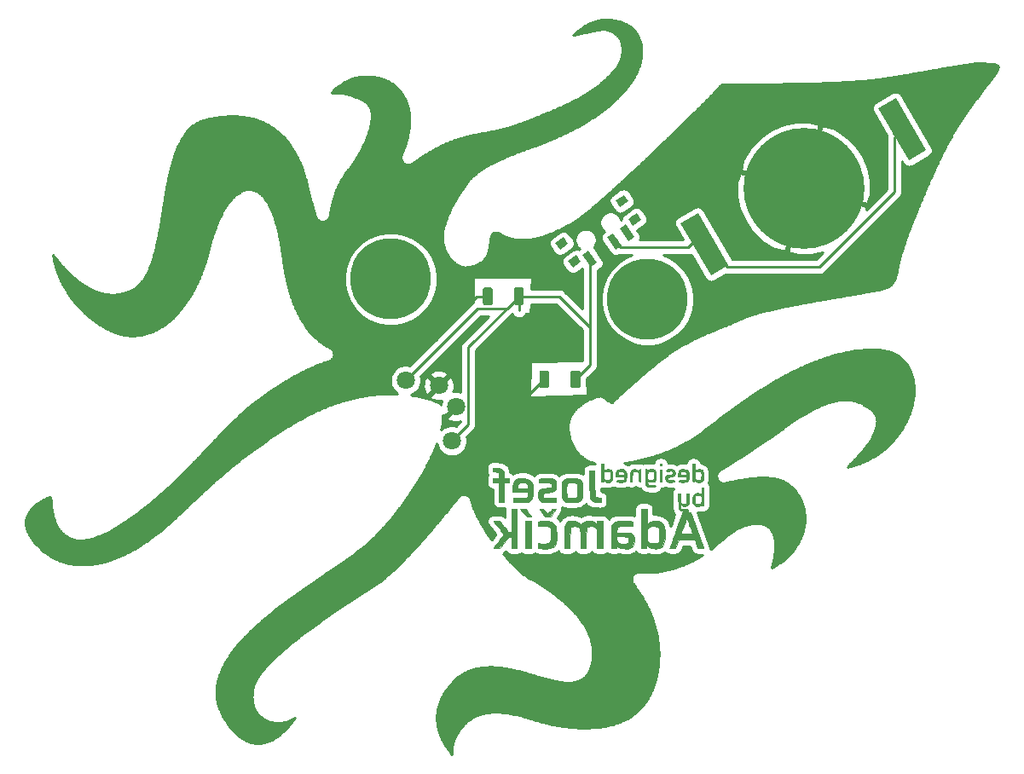
<source format=gbr>
G04 #@! TF.GenerationSoftware,KiCad,Pcbnew,5.1.4-e60b266~84~ubuntu19.04.1*
G04 #@! TF.CreationDate,2019-09-15T17:58:53+02:00*
G04 #@! TF.ProjectId,sepiapcb2,73657069-6170-4636-9232-2e6b69636164,rev?*
G04 #@! TF.SameCoordinates,Original*
G04 #@! TF.FileFunction,Copper,L2,Bot*
G04 #@! TF.FilePolarity,Positive*
%FSLAX46Y46*%
G04 Gerber Fmt 4.6, Leading zero omitted, Abs format (unit mm)*
G04 Created by KiCad (PCBNEW 5.1.4-e60b266~84~ubuntu19.04.1) date 2019-09-15 17:58:53*
%MOMM*%
%LPD*%
G04 APERTURE LIST*
%ADD10C,0.010000*%
%ADD11C,1.800000*%
%ADD12C,8.000000*%
%ADD13C,2.000000*%
%ADD14C,0.100000*%
%ADD15C,12.000000*%
%ADD16C,0.950000*%
%ADD17C,0.800000*%
%ADD18C,0.700000*%
%ADD19C,0.250000*%
%ADD20C,0.254000*%
G04 APERTURE END LIST*
D10*
G36*
X88862494Y-78274917D02*
G01*
X88873500Y-80232833D01*
X89381500Y-80232833D01*
X89394787Y-80071600D01*
X89408074Y-79910366D01*
X89569772Y-80056451D01*
X89771611Y-80186150D01*
X90023829Y-80265937D01*
X90305757Y-80291945D01*
X90596720Y-80260305D01*
X90625135Y-80253912D01*
X90831315Y-80172643D01*
X90990986Y-80034111D01*
X91107517Y-79832924D01*
X91184274Y-79563689D01*
X91218636Y-79303764D01*
X91238589Y-78858679D01*
X91219345Y-78470995D01*
X91181505Y-78257002D01*
X90651500Y-78257002D01*
X90651500Y-79541664D01*
X90528010Y-79647885D01*
X90459988Y-79700294D01*
X90391202Y-79730627D01*
X90297991Y-79743443D01*
X90156692Y-79743302D01*
X90052707Y-79739470D01*
X89874248Y-79729444D01*
X89756906Y-79712993D01*
X89677131Y-79683490D01*
X89611374Y-79634310D01*
X89583530Y-79607454D01*
X89537228Y-79558888D01*
X89505055Y-79511240D01*
X89484440Y-79448895D01*
X89472810Y-79356235D01*
X89467594Y-79217643D01*
X89466218Y-79017502D01*
X89466167Y-78894898D01*
X89466167Y-78299721D01*
X89604418Y-78176194D01*
X89681221Y-78113637D01*
X89755007Y-78076698D01*
X89851358Y-78058710D01*
X89995854Y-78053004D01*
X90078307Y-78052667D01*
X90255009Y-78055865D01*
X90371887Y-78069167D01*
X90453663Y-78098129D01*
X90525057Y-78148310D01*
X90532723Y-78154834D01*
X90651500Y-78257002D01*
X91181505Y-78257002D01*
X91161778Y-78145445D01*
X91066762Y-77886766D01*
X90935169Y-77699694D01*
X90920203Y-77685268D01*
X90757693Y-77585263D01*
X90545247Y-77526090D01*
X90304817Y-77506397D01*
X90058357Y-77524833D01*
X89827819Y-77580045D01*
X89635156Y-77670681D01*
X89520025Y-77771487D01*
X89494224Y-77799569D01*
X89475305Y-77803760D01*
X89462183Y-77774078D01*
X89453774Y-77700541D01*
X89448992Y-77573168D01*
X89446755Y-77381977D01*
X89445977Y-77116987D01*
X89445941Y-77089583D01*
X89445000Y-76317000D01*
X88851488Y-76317000D01*
X88862494Y-78274917D01*
X88862494Y-78274917D01*
G37*
X88862494Y-78274917D02*
X88873500Y-80232833D01*
X89381500Y-80232833D01*
X89394787Y-80071600D01*
X89408074Y-79910366D01*
X89569772Y-80056451D01*
X89771611Y-80186150D01*
X90023829Y-80265937D01*
X90305757Y-80291945D01*
X90596720Y-80260305D01*
X90625135Y-80253912D01*
X90831315Y-80172643D01*
X90990986Y-80034111D01*
X91107517Y-79832924D01*
X91184274Y-79563689D01*
X91218636Y-79303764D01*
X91238589Y-78858679D01*
X91219345Y-78470995D01*
X91181505Y-78257002D01*
X90651500Y-78257002D01*
X90651500Y-79541664D01*
X90528010Y-79647885D01*
X90459988Y-79700294D01*
X90391202Y-79730627D01*
X90297991Y-79743443D01*
X90156692Y-79743302D01*
X90052707Y-79739470D01*
X89874248Y-79729444D01*
X89756906Y-79712993D01*
X89677131Y-79683490D01*
X89611374Y-79634310D01*
X89583530Y-79607454D01*
X89537228Y-79558888D01*
X89505055Y-79511240D01*
X89484440Y-79448895D01*
X89472810Y-79356235D01*
X89467594Y-79217643D01*
X89466218Y-79017502D01*
X89466167Y-78894898D01*
X89466167Y-78299721D01*
X89604418Y-78176194D01*
X89681221Y-78113637D01*
X89755007Y-78076698D01*
X89851358Y-78058710D01*
X89995854Y-78053004D01*
X90078307Y-78052667D01*
X90255009Y-78055865D01*
X90371887Y-78069167D01*
X90453663Y-78098129D01*
X90525057Y-78148310D01*
X90532723Y-78154834D01*
X90651500Y-78257002D01*
X91181505Y-78257002D01*
X91161778Y-78145445D01*
X91066762Y-77886766D01*
X90935169Y-77699694D01*
X90920203Y-77685268D01*
X90757693Y-77585263D01*
X90545247Y-77526090D01*
X90304817Y-77506397D01*
X90058357Y-77524833D01*
X89827819Y-77580045D01*
X89635156Y-77670681D01*
X89520025Y-77771487D01*
X89494224Y-77799569D01*
X89475305Y-77803760D01*
X89462183Y-77774078D01*
X89453774Y-77700541D01*
X89448992Y-77573168D01*
X89446755Y-77381977D01*
X89445977Y-77116987D01*
X89445941Y-77089583D01*
X89445000Y-76317000D01*
X88851488Y-76317000D01*
X88862494Y-78274917D01*
G36*
X86913923Y-77528882D02*
G01*
X86691464Y-77538449D01*
X86506046Y-77552444D01*
X86377455Y-77570587D01*
X86346200Y-77579001D01*
X86172616Y-77678502D01*
X86023562Y-77832345D01*
X85923776Y-78012331D01*
X85903558Y-78083511D01*
X85894327Y-78171083D01*
X85885975Y-78328993D01*
X85878924Y-78542914D01*
X85873593Y-78798520D01*
X85870401Y-79081483D01*
X85869720Y-79238000D01*
X85867833Y-80232833D01*
X86375833Y-80232833D01*
X86418167Y-79907509D01*
X86524000Y-80022710D01*
X86638358Y-80120723D01*
X86765996Y-80195916D01*
X86767332Y-80196488D01*
X86905476Y-80234986D01*
X87095514Y-80262614D01*
X87305120Y-80277200D01*
X87501970Y-80276572D01*
X87653739Y-80258558D01*
X87661801Y-80256600D01*
X87877787Y-80167169D01*
X88033460Y-80022583D01*
X88130906Y-79819640D01*
X88172212Y-79555141D01*
X88174005Y-79470833D01*
X88170776Y-79432661D01*
X87624667Y-79432661D01*
X87614368Y-79580752D01*
X87574898Y-79681822D01*
X87493394Y-79744374D01*
X87356997Y-79776912D01*
X87152843Y-79787940D01*
X87086749Y-79788333D01*
X86910063Y-79786039D01*
X86793539Y-79775118D01*
X86712714Y-79749507D01*
X86643122Y-79703146D01*
X86602824Y-79668445D01*
X86520911Y-79582007D01*
X86475745Y-79487796D01*
X86452650Y-79351536D01*
X86448747Y-79308611D01*
X86428849Y-79068667D01*
X86949341Y-79068667D01*
X87202537Y-79071495D01*
X87383260Y-79084335D01*
X87503630Y-79113720D01*
X87575770Y-79166184D01*
X87611801Y-79248260D01*
X87623844Y-79366481D01*
X87624667Y-79432661D01*
X88170776Y-79432661D01*
X88149580Y-79182133D01*
X88077454Y-78961640D01*
X87956523Y-78806870D01*
X87848273Y-78738990D01*
X87765667Y-78709159D01*
X87661786Y-78688661D01*
X87520878Y-78676106D01*
X87327191Y-78670102D01*
X87064971Y-78669257D01*
X87059226Y-78669282D01*
X86430286Y-78672064D01*
X86448187Y-78424583D01*
X86460279Y-78290118D01*
X86481938Y-78190452D01*
X86524571Y-78120373D01*
X86599583Y-78074675D01*
X86718380Y-78048145D01*
X86892368Y-78035576D01*
X87132953Y-78031758D01*
X87308825Y-78031500D01*
X88005715Y-78031500D01*
X88005691Y-77810056D01*
X88001932Y-77679152D01*
X87983152Y-77608272D01*
X87938040Y-77572858D01*
X87889250Y-77557226D01*
X87778405Y-77540469D01*
X87605663Y-77529535D01*
X87390810Y-77524145D01*
X87153634Y-77524021D01*
X86913923Y-77528882D01*
X86913923Y-77528882D01*
G37*
X86913923Y-77528882D02*
X86691464Y-77538449D01*
X86506046Y-77552444D01*
X86377455Y-77570587D01*
X86346200Y-77579001D01*
X86172616Y-77678502D01*
X86023562Y-77832345D01*
X85923776Y-78012331D01*
X85903558Y-78083511D01*
X85894327Y-78171083D01*
X85885975Y-78328993D01*
X85878924Y-78542914D01*
X85873593Y-78798520D01*
X85870401Y-79081483D01*
X85869720Y-79238000D01*
X85867833Y-80232833D01*
X86375833Y-80232833D01*
X86418167Y-79907509D01*
X86524000Y-80022710D01*
X86638358Y-80120723D01*
X86765996Y-80195916D01*
X86767332Y-80196488D01*
X86905476Y-80234986D01*
X87095514Y-80262614D01*
X87305120Y-80277200D01*
X87501970Y-80276572D01*
X87653739Y-80258558D01*
X87661801Y-80256600D01*
X87877787Y-80167169D01*
X88033460Y-80022583D01*
X88130906Y-79819640D01*
X88172212Y-79555141D01*
X88174005Y-79470833D01*
X88170776Y-79432661D01*
X87624667Y-79432661D01*
X87614368Y-79580752D01*
X87574898Y-79681822D01*
X87493394Y-79744374D01*
X87356997Y-79776912D01*
X87152843Y-79787940D01*
X87086749Y-79788333D01*
X86910063Y-79786039D01*
X86793539Y-79775118D01*
X86712714Y-79749507D01*
X86643122Y-79703146D01*
X86602824Y-79668445D01*
X86520911Y-79582007D01*
X86475745Y-79487796D01*
X86452650Y-79351536D01*
X86448747Y-79308611D01*
X86428849Y-79068667D01*
X86949341Y-79068667D01*
X87202537Y-79071495D01*
X87383260Y-79084335D01*
X87503630Y-79113720D01*
X87575770Y-79166184D01*
X87611801Y-79248260D01*
X87623844Y-79366481D01*
X87624667Y-79432661D01*
X88170776Y-79432661D01*
X88149580Y-79182133D01*
X88077454Y-78961640D01*
X87956523Y-78806870D01*
X87848273Y-78738990D01*
X87765667Y-78709159D01*
X87661786Y-78688661D01*
X87520878Y-78676106D01*
X87327191Y-78670102D01*
X87064971Y-78669257D01*
X87059226Y-78669282D01*
X86430286Y-78672064D01*
X86448187Y-78424583D01*
X86460279Y-78290118D01*
X86481938Y-78190452D01*
X86524571Y-78120373D01*
X86599583Y-78074675D01*
X86718380Y-78048145D01*
X86892368Y-78035576D01*
X87132953Y-78031758D01*
X87308825Y-78031500D01*
X88005715Y-78031500D01*
X88005691Y-77810056D01*
X88001932Y-77679152D01*
X87983152Y-77608272D01*
X87938040Y-77572858D01*
X87889250Y-77557226D01*
X87778405Y-77540469D01*
X87605663Y-77529535D01*
X87390810Y-77524145D01*
X87153634Y-77524021D01*
X86913923Y-77528882D01*
G36*
X79136833Y-77514681D02*
G01*
X78917725Y-77529475D01*
X78769372Y-77547591D01*
X78677981Y-77576842D01*
X78629762Y-77625042D01*
X78610922Y-77700004D01*
X78607668Y-77809540D01*
X78607667Y-77814451D01*
X78607667Y-78032844D01*
X79066811Y-78017129D01*
X79291739Y-78012510D01*
X79451173Y-78017835D01*
X79563884Y-78034776D01*
X79648639Y-78065005D01*
X79658223Y-78069811D01*
X79749283Y-78125215D01*
X79814171Y-78191891D01*
X79857183Y-78284330D01*
X79882616Y-78417023D01*
X79894768Y-78604458D01*
X79897934Y-78861126D01*
X79897933Y-78878167D01*
X79891245Y-79184426D01*
X79865449Y-79415997D01*
X79811411Y-79582265D01*
X79719998Y-79692618D01*
X79582078Y-79756443D01*
X79388518Y-79783127D01*
X79130184Y-79782058D01*
X79023541Y-79776907D01*
X78607667Y-79753991D01*
X78607667Y-79978300D01*
X78616636Y-80128200D01*
X78645769Y-80208197D01*
X78671144Y-80226966D01*
X78761001Y-80244981D01*
X78912393Y-80259204D01*
X79102252Y-80269079D01*
X79307507Y-80274048D01*
X79505091Y-80273554D01*
X79671932Y-80267038D01*
X79784962Y-80253944D01*
X79785200Y-80253893D01*
X80042349Y-80164456D01*
X80236389Y-80018615D01*
X80359295Y-79834473D01*
X80393268Y-79752855D01*
X80417511Y-79667655D01*
X80433624Y-79562995D01*
X80443203Y-79422996D01*
X80447848Y-79231777D01*
X80449158Y-78973459D01*
X80449167Y-78941667D01*
X80447531Y-78663331D01*
X80441726Y-78453869D01*
X80430403Y-78297535D01*
X80412214Y-78178584D01*
X80385813Y-78081268D01*
X80372336Y-78044056D01*
X80260229Y-77836997D01*
X80100624Y-77682523D01*
X79887457Y-77578035D01*
X79614668Y-77520937D01*
X79276192Y-77508631D01*
X79136833Y-77514681D01*
X79136833Y-77514681D01*
G37*
X79136833Y-77514681D02*
X78917725Y-77529475D01*
X78769372Y-77547591D01*
X78677981Y-77576842D01*
X78629762Y-77625042D01*
X78610922Y-77700004D01*
X78607668Y-77809540D01*
X78607667Y-77814451D01*
X78607667Y-78032844D01*
X79066811Y-78017129D01*
X79291739Y-78012510D01*
X79451173Y-78017835D01*
X79563884Y-78034776D01*
X79648639Y-78065005D01*
X79658223Y-78069811D01*
X79749283Y-78125215D01*
X79814171Y-78191891D01*
X79857183Y-78284330D01*
X79882616Y-78417023D01*
X79894768Y-78604458D01*
X79897934Y-78861126D01*
X79897933Y-78878167D01*
X79891245Y-79184426D01*
X79865449Y-79415997D01*
X79811411Y-79582265D01*
X79719998Y-79692618D01*
X79582078Y-79756443D01*
X79388518Y-79783127D01*
X79130184Y-79782058D01*
X79023541Y-79776907D01*
X78607667Y-79753991D01*
X78607667Y-79978300D01*
X78616636Y-80128200D01*
X78645769Y-80208197D01*
X78671144Y-80226966D01*
X78761001Y-80244981D01*
X78912393Y-80259204D01*
X79102252Y-80269079D01*
X79307507Y-80274048D01*
X79505091Y-80273554D01*
X79671932Y-80267038D01*
X79784962Y-80253944D01*
X79785200Y-80253893D01*
X80042349Y-80164456D01*
X80236389Y-80018615D01*
X80359295Y-79834473D01*
X80393268Y-79752855D01*
X80417511Y-79667655D01*
X80433624Y-79562995D01*
X80443203Y-79422996D01*
X80447848Y-79231777D01*
X80449158Y-78973459D01*
X80449167Y-78941667D01*
X80447531Y-78663331D01*
X80441726Y-78453869D01*
X80430403Y-78297535D01*
X80412214Y-78178584D01*
X80385813Y-78081268D01*
X80372336Y-78044056D01*
X80260229Y-77836997D01*
X80100624Y-77682523D01*
X79887457Y-77578035D01*
X79614668Y-77520937D01*
X79276192Y-77508631D01*
X79136833Y-77514681D01*
G36*
X92348135Y-78379810D02*
G01*
X92216225Y-78749101D01*
X92092798Y-79094695D01*
X91980835Y-79408242D01*
X91883316Y-79681394D01*
X91803221Y-79905803D01*
X91743530Y-80073119D01*
X91707224Y-80174996D01*
X91697270Y-80203044D01*
X91706404Y-80231638D01*
X91767668Y-80246107D01*
X91893837Y-80248323D01*
X91986323Y-80245378D01*
X92294542Y-80232833D01*
X92452890Y-79809500D01*
X92611239Y-79386167D01*
X94163431Y-79386167D01*
X94467059Y-80232833D01*
X95074929Y-80257701D01*
X94927357Y-79843100D01*
X94877186Y-79702550D01*
X94802997Y-79495268D01*
X94709430Y-79234190D01*
X94601125Y-78932252D01*
X94558918Y-78814667D01*
X93971926Y-78814667D01*
X92793089Y-78814667D01*
X92850518Y-78655917D01*
X92886741Y-78555573D01*
X92944022Y-78396657D01*
X93014758Y-78200264D01*
X93091351Y-77987489D01*
X93098364Y-77968000D01*
X93174157Y-77758551D01*
X93244128Y-77567326D01*
X93301008Y-77414046D01*
X93337530Y-77318432D01*
X93340174Y-77311833D01*
X93391566Y-77184833D01*
X93467174Y-77396500D01*
X93508866Y-77513389D01*
X93571462Y-77689101D01*
X93647502Y-77902683D01*
X93729525Y-78133185D01*
X93757355Y-78211417D01*
X93971926Y-78814667D01*
X94558918Y-78814667D01*
X94482722Y-78602392D01*
X94358861Y-78257546D01*
X94277625Y-78031500D01*
X93775466Y-76634500D01*
X93377650Y-76622976D01*
X92979833Y-76611453D01*
X92348135Y-78379810D01*
X92348135Y-78379810D01*
G37*
X92348135Y-78379810D02*
X92216225Y-78749101D01*
X92092798Y-79094695D01*
X91980835Y-79408242D01*
X91883316Y-79681394D01*
X91803221Y-79905803D01*
X91743530Y-80073119D01*
X91707224Y-80174996D01*
X91697270Y-80203044D01*
X91706404Y-80231638D01*
X91767668Y-80246107D01*
X91893837Y-80248323D01*
X91986323Y-80245378D01*
X92294542Y-80232833D01*
X92452890Y-79809500D01*
X92611239Y-79386167D01*
X94163431Y-79386167D01*
X94467059Y-80232833D01*
X95074929Y-80257701D01*
X94927357Y-79843100D01*
X94877186Y-79702550D01*
X94802997Y-79495268D01*
X94709430Y-79234190D01*
X94601125Y-78932252D01*
X94558918Y-78814667D01*
X93971926Y-78814667D01*
X92793089Y-78814667D01*
X92850518Y-78655917D01*
X92886741Y-78555573D01*
X92944022Y-78396657D01*
X93014758Y-78200264D01*
X93091351Y-77987489D01*
X93098364Y-77968000D01*
X93174157Y-77758551D01*
X93244128Y-77567326D01*
X93301008Y-77414046D01*
X93337530Y-77318432D01*
X93340174Y-77311833D01*
X93391566Y-77184833D01*
X93467174Y-77396500D01*
X93508866Y-77513389D01*
X93571462Y-77689101D01*
X93647502Y-77902683D01*
X93729525Y-78133185D01*
X93757355Y-78211417D01*
X93971926Y-78814667D01*
X94558918Y-78814667D01*
X94482722Y-78602392D01*
X94358861Y-78257546D01*
X94277625Y-78031500D01*
X93775466Y-76634500D01*
X93377650Y-76622976D01*
X92979833Y-76611453D01*
X92348135Y-78379810D01*
G36*
X83483910Y-77508702D02*
G01*
X83262796Y-77564169D01*
X83076624Y-77664138D01*
X82943776Y-77807689D01*
X82936005Y-77821023D01*
X82904545Y-77851788D01*
X82855919Y-77836321D01*
X82772416Y-77767267D01*
X82745000Y-77741698D01*
X82539238Y-77604538D01*
X82279759Y-77526231D01*
X81976083Y-77509329D01*
X81898172Y-77514648D01*
X81674059Y-77556347D01*
X81506948Y-77642748D01*
X81375492Y-77786460D01*
X81338167Y-77845425D01*
X81312551Y-77894446D01*
X81292419Y-77951423D01*
X81276946Y-78027065D01*
X81265307Y-78132080D01*
X81256678Y-78277175D01*
X81250233Y-78473059D01*
X81245147Y-78730440D01*
X81240596Y-79060025D01*
X81239845Y-79121583D01*
X81226189Y-80254000D01*
X81775951Y-80254000D01*
X81789892Y-79234205D01*
X81794448Y-78914770D01*
X81799016Y-78669240D01*
X81804708Y-78486857D01*
X81812638Y-78356866D01*
X81823917Y-78268510D01*
X81839660Y-78211035D01*
X81860980Y-78173683D01*
X81888987Y-78145700D01*
X81903773Y-78133538D01*
X82013048Y-78084248D01*
X82172593Y-78056346D01*
X82350348Y-78051475D01*
X82514252Y-78071274D01*
X82597873Y-78098012D01*
X82665106Y-78133026D01*
X82717333Y-78176357D01*
X82756632Y-78238538D01*
X82785083Y-78330106D01*
X82804764Y-78461595D01*
X82817756Y-78643542D01*
X82826136Y-78886481D01*
X82831983Y-79200947D01*
X82833278Y-79290917D01*
X82846723Y-80254000D01*
X83391333Y-80254000D01*
X83394424Y-79439083D01*
X83397994Y-79061823D01*
X83406150Y-78760766D01*
X83419813Y-78527528D01*
X83439908Y-78353724D01*
X83467358Y-78230969D01*
X83503086Y-78150881D01*
X83540795Y-78109985D01*
X83633809Y-78075987D01*
X83788924Y-78056241D01*
X83905064Y-78052667D01*
X84071087Y-78057666D01*
X84181408Y-78077480D01*
X84264648Y-78119327D01*
X84309723Y-78154751D01*
X84428500Y-78256836D01*
X84449667Y-79244835D01*
X84470833Y-80232833D01*
X84756583Y-80245351D01*
X85042333Y-80257868D01*
X85042333Y-77544667D01*
X84492000Y-77544667D01*
X84492000Y-77896321D01*
X84350138Y-77750250D01*
X84173079Y-77618510D01*
X83957433Y-77534952D01*
X83721582Y-77498656D01*
X83483910Y-77508702D01*
X83483910Y-77508702D01*
G37*
X83483910Y-77508702D02*
X83262796Y-77564169D01*
X83076624Y-77664138D01*
X82943776Y-77807689D01*
X82936005Y-77821023D01*
X82904545Y-77851788D01*
X82855919Y-77836321D01*
X82772416Y-77767267D01*
X82745000Y-77741698D01*
X82539238Y-77604538D01*
X82279759Y-77526231D01*
X81976083Y-77509329D01*
X81898172Y-77514648D01*
X81674059Y-77556347D01*
X81506948Y-77642748D01*
X81375492Y-77786460D01*
X81338167Y-77845425D01*
X81312551Y-77894446D01*
X81292419Y-77951423D01*
X81276946Y-78027065D01*
X81265307Y-78132080D01*
X81256678Y-78277175D01*
X81250233Y-78473059D01*
X81245147Y-78730440D01*
X81240596Y-79060025D01*
X81239845Y-79121583D01*
X81226189Y-80254000D01*
X81775951Y-80254000D01*
X81789892Y-79234205D01*
X81794448Y-78914770D01*
X81799016Y-78669240D01*
X81804708Y-78486857D01*
X81812638Y-78356866D01*
X81823917Y-78268510D01*
X81839660Y-78211035D01*
X81860980Y-78173683D01*
X81888987Y-78145700D01*
X81903773Y-78133538D01*
X82013048Y-78084248D01*
X82172593Y-78056346D01*
X82350348Y-78051475D01*
X82514252Y-78071274D01*
X82597873Y-78098012D01*
X82665106Y-78133026D01*
X82717333Y-78176357D01*
X82756632Y-78238538D01*
X82785083Y-78330106D01*
X82804764Y-78461595D01*
X82817756Y-78643542D01*
X82826136Y-78886481D01*
X82831983Y-79200947D01*
X82833278Y-79290917D01*
X82846723Y-80254000D01*
X83391333Y-80254000D01*
X83394424Y-79439083D01*
X83397994Y-79061823D01*
X83406150Y-78760766D01*
X83419813Y-78527528D01*
X83439908Y-78353724D01*
X83467358Y-78230969D01*
X83503086Y-78150881D01*
X83540795Y-78109985D01*
X83633809Y-78075987D01*
X83788924Y-78056241D01*
X83905064Y-78052667D01*
X84071087Y-78057666D01*
X84181408Y-78077480D01*
X84264648Y-78119327D01*
X84309723Y-78154751D01*
X84428500Y-78256836D01*
X84449667Y-79244835D01*
X84470833Y-80232833D01*
X84756583Y-80245351D01*
X85042333Y-80257868D01*
X85042333Y-77544667D01*
X84492000Y-77544667D01*
X84492000Y-77896321D01*
X84350138Y-77750250D01*
X84173079Y-77618510D01*
X83957433Y-77534952D01*
X83721582Y-77498656D01*
X83483910Y-77508702D01*
G36*
X77380000Y-80254000D02*
G01*
X77930333Y-80254000D01*
X77930333Y-77544667D01*
X77380000Y-77544667D01*
X77380000Y-80254000D01*
X77380000Y-80254000D01*
G37*
X77380000Y-80254000D02*
X77930333Y-80254000D01*
X77930333Y-77544667D01*
X77380000Y-77544667D01*
X77380000Y-80254000D01*
G36*
X75973097Y-77470583D02*
G01*
X75961833Y-78624167D01*
X75825972Y-78637304D01*
X75772953Y-78638524D01*
X75723370Y-78624816D01*
X75667448Y-78586950D01*
X75595410Y-78515694D01*
X75497481Y-78401819D01*
X75363885Y-78236093D01*
X75254472Y-78097695D01*
X74818833Y-77544949D01*
X74508272Y-77544808D01*
X74197710Y-77544667D01*
X74422051Y-77830417D01*
X74558443Y-78003652D01*
X74717612Y-78205093D01*
X74869537Y-78396756D01*
X74898871Y-78433667D01*
X75012466Y-78576789D01*
X75108297Y-78698030D01*
X75172554Y-78779895D01*
X75189161Y-78801436D01*
X75179467Y-78854097D01*
X75116259Y-78967762D01*
X74998985Y-79143277D01*
X74827097Y-79381488D01*
X74715986Y-79530367D01*
X74560581Y-79737838D01*
X74424209Y-79921942D01*
X74314536Y-80072164D01*
X74239225Y-80177989D01*
X74205941Y-80228898D01*
X74205000Y-80231515D01*
X74243820Y-80242415D01*
X74346251Y-80250375D01*
X74491247Y-80253861D01*
X74511917Y-80253906D01*
X74818833Y-80253811D01*
X75242167Y-79703667D01*
X75399880Y-79499754D01*
X75516567Y-79353647D01*
X75602407Y-79255726D01*
X75667577Y-79196369D01*
X75722257Y-79165953D01*
X75776624Y-79154858D01*
X75824250Y-79153427D01*
X75983000Y-79153333D01*
X75983000Y-80254000D01*
X76533333Y-80254000D01*
X76533333Y-76317000D01*
X75984361Y-76317000D01*
X75973097Y-77470583D01*
X75973097Y-77470583D01*
G37*
X75973097Y-77470583D02*
X75961833Y-78624167D01*
X75825972Y-78637304D01*
X75772953Y-78638524D01*
X75723370Y-78624816D01*
X75667448Y-78586950D01*
X75595410Y-78515694D01*
X75497481Y-78401819D01*
X75363885Y-78236093D01*
X75254472Y-78097695D01*
X74818833Y-77544949D01*
X74508272Y-77544808D01*
X74197710Y-77544667D01*
X74422051Y-77830417D01*
X74558443Y-78003652D01*
X74717612Y-78205093D01*
X74869537Y-78396756D01*
X74898871Y-78433667D01*
X75012466Y-78576789D01*
X75108297Y-78698030D01*
X75172554Y-78779895D01*
X75189161Y-78801436D01*
X75179467Y-78854097D01*
X75116259Y-78967762D01*
X74998985Y-79143277D01*
X74827097Y-79381488D01*
X74715986Y-79530367D01*
X74560581Y-79737838D01*
X74424209Y-79921942D01*
X74314536Y-80072164D01*
X74239225Y-80177989D01*
X74205941Y-80228898D01*
X74205000Y-80231515D01*
X74243820Y-80242415D01*
X74346251Y-80250375D01*
X74491247Y-80253861D01*
X74511917Y-80253906D01*
X74818833Y-80253811D01*
X75242167Y-79703667D01*
X75399880Y-79499754D01*
X75516567Y-79353647D01*
X75602407Y-79255726D01*
X75667577Y-79196369D01*
X75722257Y-79165953D01*
X75776624Y-79154858D01*
X75824250Y-79153427D01*
X75983000Y-79153333D01*
X75983000Y-80254000D01*
X76533333Y-80254000D01*
X76533333Y-76317000D01*
X75984361Y-76317000D01*
X75973097Y-77470583D01*
G36*
X78851646Y-76322086D02*
G01*
X78784924Y-76334930D01*
X78777000Y-76342161D01*
X78800293Y-76384865D01*
X78863194Y-76480322D01*
X78955240Y-76613010D01*
X79033884Y-76723161D01*
X79290768Y-77079000D01*
X79573634Y-77077644D01*
X79856500Y-77076287D01*
X80121586Y-76707227D01*
X80386673Y-76338167D01*
X80194708Y-76325224D01*
X80093716Y-76322098D01*
X80018784Y-76337550D01*
X79946877Y-76384211D01*
X79854962Y-76474713D01*
X79786128Y-76549294D01*
X79569513Y-76786305D01*
X79360370Y-76551652D01*
X79247791Y-76429886D01*
X79165523Y-76359527D01*
X79090036Y-76326642D01*
X78997799Y-76317296D01*
X78964114Y-76317000D01*
X78851646Y-76322086D01*
X78851646Y-76322086D01*
G37*
X78851646Y-76322086D02*
X78784924Y-76334930D01*
X78777000Y-76342161D01*
X78800293Y-76384865D01*
X78863194Y-76480322D01*
X78955240Y-76613010D01*
X79033884Y-76723161D01*
X79290768Y-77079000D01*
X79573634Y-77077644D01*
X79856500Y-77076287D01*
X80121586Y-76707227D01*
X80386673Y-76338167D01*
X80194708Y-76325224D01*
X80093716Y-76322098D01*
X80018784Y-76337550D01*
X79946877Y-76384211D01*
X79854962Y-76474713D01*
X79786128Y-76549294D01*
X79569513Y-76786305D01*
X79360370Y-76551652D01*
X79247791Y-76429886D01*
X79165523Y-76359527D01*
X79090036Y-76326642D01*
X78997799Y-76317296D01*
X78964114Y-76317000D01*
X78851646Y-76322086D01*
G36*
X76895531Y-76412250D02*
G01*
X76959986Y-76485031D01*
X77065163Y-76598646D01*
X77192659Y-76733324D01*
X77250207Y-76793250D01*
X77381669Y-76927163D01*
X77474926Y-77010989D01*
X77549654Y-77056434D01*
X77625532Y-77075200D01*
X77722236Y-77078993D01*
X77730613Y-77079000D01*
X77855211Y-77073106D01*
X77907021Y-77053148D01*
X77904386Y-77026083D01*
X77867385Y-76969901D01*
X77793846Y-76863163D01*
X77696461Y-76724194D01*
X77640475Y-76645083D01*
X77407507Y-76317000D01*
X76816545Y-76317000D01*
X76895531Y-76412250D01*
X76895531Y-76412250D01*
G37*
X76895531Y-76412250D02*
X76959986Y-76485031D01*
X77065163Y-76598646D01*
X77192659Y-76733324D01*
X77250207Y-76793250D01*
X77381669Y-76927163D01*
X77474926Y-77010989D01*
X77549654Y-77056434D01*
X77625532Y-77075200D01*
X77722236Y-77078993D01*
X77730613Y-77079000D01*
X77855211Y-77073106D01*
X77907021Y-77053148D01*
X77904386Y-77026083D01*
X77867385Y-76969901D01*
X77793846Y-76863163D01*
X77696461Y-76724194D01*
X77640475Y-76645083D01*
X77407507Y-76317000D01*
X76816545Y-76317000D01*
X76895531Y-76412250D01*
G36*
X93382000Y-75271367D02*
G01*
X93377068Y-75525059D01*
X93362395Y-75698934D01*
X93338169Y-75791050D01*
X93331200Y-75800533D01*
X93247220Y-75837498D01*
X93118261Y-75849721D01*
X92980102Y-75837887D01*
X92868524Y-75802683D01*
X92850341Y-75791322D01*
X92813385Y-75754117D01*
X92788142Y-75695570D01*
X92771624Y-75599304D01*
X92760846Y-75448945D01*
X92753838Y-75262155D01*
X92739509Y-74793000D01*
X92524669Y-74793000D01*
X92545401Y-75523250D01*
X92554031Y-75768100D01*
X92564897Y-75987080D01*
X92576978Y-76164600D01*
X92589253Y-76285068D01*
X92598197Y-76329149D01*
X92680371Y-76427213D01*
X92831793Y-76491794D01*
X93056321Y-76524150D01*
X93210565Y-76528667D01*
X93380380Y-76526739D01*
X93482397Y-76518317D01*
X93533446Y-76499440D01*
X93550357Y-76466148D01*
X93551333Y-76448482D01*
X93541972Y-76407781D01*
X93502713Y-76381890D01*
X93416799Y-76366058D01*
X93267470Y-76355532D01*
X93214555Y-76353004D01*
X93049825Y-76340105D01*
X92916225Y-76319679D01*
X92837807Y-76295658D01*
X92830215Y-76290148D01*
X92795081Y-76220519D01*
X92765170Y-76104440D01*
X92758572Y-76063052D01*
X92734491Y-75883518D01*
X92835996Y-75947056D01*
X92959202Y-76006788D01*
X93055503Y-76038001D01*
X93191577Y-76045329D01*
X93340559Y-76018231D01*
X93470405Y-75965962D01*
X93549072Y-75897775D01*
X93550614Y-75895012D01*
X93567466Y-75822530D01*
X93581226Y-75685314D01*
X93590441Y-75503282D01*
X93593667Y-75303783D01*
X93593667Y-74793000D01*
X93382000Y-74793000D01*
X93382000Y-75271367D01*
X93382000Y-75271367D01*
G37*
X93382000Y-75271367D02*
X93377068Y-75525059D01*
X93362395Y-75698934D01*
X93338169Y-75791050D01*
X93331200Y-75800533D01*
X93247220Y-75837498D01*
X93118261Y-75849721D01*
X92980102Y-75837887D01*
X92868524Y-75802683D01*
X92850341Y-75791322D01*
X92813385Y-75754117D01*
X92788142Y-75695570D01*
X92771624Y-75599304D01*
X92760846Y-75448945D01*
X92753838Y-75262155D01*
X92739509Y-74793000D01*
X92524669Y-74793000D01*
X92545401Y-75523250D01*
X92554031Y-75768100D01*
X92564897Y-75987080D01*
X92576978Y-76164600D01*
X92589253Y-76285068D01*
X92598197Y-76329149D01*
X92680371Y-76427213D01*
X92831793Y-76491794D01*
X93056321Y-76524150D01*
X93210565Y-76528667D01*
X93380380Y-76526739D01*
X93482397Y-76518317D01*
X93533446Y-76499440D01*
X93550357Y-76466148D01*
X93551333Y-76448482D01*
X93541972Y-76407781D01*
X93502713Y-76381890D01*
X93416799Y-76366058D01*
X93267470Y-76355532D01*
X93214555Y-76353004D01*
X93049825Y-76340105D01*
X92916225Y-76319679D01*
X92837807Y-76295658D01*
X92830215Y-76290148D01*
X92795081Y-76220519D01*
X92765170Y-76104440D01*
X92758572Y-76063052D01*
X92734491Y-75883518D01*
X92835996Y-75947056D01*
X92959202Y-76006788D01*
X93055503Y-76038001D01*
X93191577Y-76045329D01*
X93340559Y-76018231D01*
X93470405Y-75965962D01*
X93549072Y-75897775D01*
X93550614Y-75895012D01*
X93567466Y-75822530D01*
X93581226Y-75685314D01*
X93590441Y-75503282D01*
X93593667Y-75303783D01*
X93593667Y-74793000D01*
X93382000Y-74793000D01*
X93382000Y-75271367D01*
G36*
X94918423Y-74203596D02*
G01*
X94887169Y-74224512D01*
X94870870Y-74279773D01*
X94864659Y-74386071D01*
X94863667Y-74560099D01*
X94863667Y-74926145D01*
X94752124Y-74838406D01*
X94610159Y-74772438D01*
X94432107Y-74751591D01*
X94254836Y-74778022D01*
X94186333Y-74805311D01*
X94082997Y-74903586D01*
X94013218Y-75072963D01*
X93979800Y-75305658D01*
X93977292Y-75385667D01*
X93989539Y-75638194D01*
X94034020Y-75820505D01*
X94114281Y-75942041D01*
X94209064Y-76002882D01*
X94404651Y-76054049D01*
X94608587Y-76037721D01*
X94630833Y-76032552D01*
X94734623Y-75986602D01*
X94784353Y-75950969D01*
X94840847Y-75912151D01*
X94870981Y-75937793D01*
X94878274Y-75955339D01*
X94936317Y-76009154D01*
X94989338Y-76020667D01*
X95017639Y-76017757D01*
X95038934Y-76002008D01*
X95054220Y-75962890D01*
X95064492Y-75889870D01*
X95070744Y-75772420D01*
X95073971Y-75600008D01*
X95074942Y-75406833D01*
X94863667Y-75406833D01*
X94851368Y-75609690D01*
X94808277Y-75742871D01*
X94725104Y-75818593D01*
X94592558Y-75849072D01*
X94525624Y-75851333D01*
X94360119Y-75834918D01*
X94256770Y-75788524D01*
X94252857Y-75784809D01*
X94213873Y-75714989D01*
X94192624Y-75592574D01*
X94186333Y-75406833D01*
X94194285Y-75206893D01*
X94225320Y-75076613D01*
X94290204Y-75001884D01*
X94399707Y-74968600D01*
X94525624Y-74962333D01*
X94679896Y-74978506D01*
X94781181Y-75035167D01*
X94838768Y-75144533D01*
X94861947Y-75318819D01*
X94863667Y-75406833D01*
X95074942Y-75406833D01*
X95075168Y-75362103D01*
X95075333Y-75110500D01*
X95075333Y-74200333D01*
X94969500Y-74200333D01*
X94918423Y-74203596D01*
X94918423Y-74203596D01*
G37*
X94918423Y-74203596D02*
X94887169Y-74224512D01*
X94870870Y-74279773D01*
X94864659Y-74386071D01*
X94863667Y-74560099D01*
X94863667Y-74926145D01*
X94752124Y-74838406D01*
X94610159Y-74772438D01*
X94432107Y-74751591D01*
X94254836Y-74778022D01*
X94186333Y-74805311D01*
X94082997Y-74903586D01*
X94013218Y-75072963D01*
X93979800Y-75305658D01*
X93977292Y-75385667D01*
X93989539Y-75638194D01*
X94034020Y-75820505D01*
X94114281Y-75942041D01*
X94209064Y-76002882D01*
X94404651Y-76054049D01*
X94608587Y-76037721D01*
X94630833Y-76032552D01*
X94734623Y-75986602D01*
X94784353Y-75950969D01*
X94840847Y-75912151D01*
X94870981Y-75937793D01*
X94878274Y-75955339D01*
X94936317Y-76009154D01*
X94989338Y-76020667D01*
X95017639Y-76017757D01*
X95038934Y-76002008D01*
X95054220Y-75962890D01*
X95064492Y-75889870D01*
X95070744Y-75772420D01*
X95073971Y-75600008D01*
X95074942Y-75406833D01*
X94863667Y-75406833D01*
X94851368Y-75609690D01*
X94808277Y-75742871D01*
X94725104Y-75818593D01*
X94592558Y-75849072D01*
X94525624Y-75851333D01*
X94360119Y-75834918D01*
X94256770Y-75788524D01*
X94252857Y-75784809D01*
X94213873Y-75714989D01*
X94192624Y-75592574D01*
X94186333Y-75406833D01*
X94194285Y-75206893D01*
X94225320Y-75076613D01*
X94290204Y-75001884D01*
X94399707Y-74968600D01*
X94525624Y-74962333D01*
X94679896Y-74978506D01*
X94781181Y-75035167D01*
X94838768Y-75144533D01*
X94861947Y-75318819D01*
X94863667Y-75406833D01*
X95074942Y-75406833D01*
X95075168Y-75362103D01*
X95075333Y-75110500D01*
X95075333Y-74200333D01*
X94969500Y-74200333D01*
X94918423Y-74203596D01*
G36*
X81701659Y-73298262D02*
G01*
X81479481Y-73321292D01*
X81314488Y-73363942D01*
X81193369Y-73430006D01*
X81102813Y-73523280D01*
X81083824Y-73550631D01*
X81030321Y-73680917D01*
X80990999Y-73874308D01*
X80965735Y-74112222D01*
X80954409Y-74376073D01*
X80956898Y-74647277D01*
X80973082Y-74907251D01*
X81002839Y-75137408D01*
X81046049Y-75319165D01*
X81096064Y-75425633D01*
X81231821Y-75540909D01*
X81442136Y-75621365D01*
X81724023Y-75666168D01*
X81994333Y-75675814D01*
X82187782Y-75671294D01*
X82364264Y-75661311D01*
X82496077Y-75647659D01*
X82533023Y-75640897D01*
X82752296Y-75551056D01*
X82913656Y-75400164D01*
X82956536Y-75332351D01*
X82984862Y-75268697D01*
X83005212Y-75188126D01*
X83018816Y-75076569D01*
X83026906Y-74919953D01*
X83030712Y-74704206D01*
X83031500Y-74475500D01*
X83031485Y-74470770D01*
X82544667Y-74470770D01*
X82541846Y-74747638D01*
X82527457Y-74950784D01*
X82492614Y-75091110D01*
X82428430Y-75179520D01*
X82326018Y-75226916D01*
X82176490Y-75244199D01*
X81970961Y-75242273D01*
X81917351Y-75240354D01*
X81723538Y-75225455D01*
X81598969Y-75196217D01*
X81536351Y-75157498D01*
X81503676Y-75107747D01*
X81480610Y-75024962D01*
X81464881Y-74894152D01*
X81454223Y-74700326D01*
X81450531Y-74590410D01*
X81445733Y-74312057D01*
X81452375Y-74105520D01*
X81473817Y-73958331D01*
X81513418Y-73858026D01*
X81574539Y-73792139D01*
X81660538Y-73748205D01*
X81679325Y-73741528D01*
X81858853Y-73706845D01*
X82084149Y-73703303D01*
X82119694Y-73705621D01*
X82273552Y-73721596D01*
X82385024Y-73750804D01*
X82460912Y-73805491D01*
X82508016Y-73897900D01*
X82533137Y-74040277D01*
X82543075Y-74244865D01*
X82544667Y-74470770D01*
X83031485Y-74470770D01*
X83030593Y-74207008D01*
X83026913Y-74008632D01*
X83019023Y-73865834D01*
X83005483Y-73764073D01*
X82984855Y-73688811D01*
X82955702Y-73625506D01*
X82945655Y-73607667D01*
X82858502Y-73487117D01*
X82748689Y-73399842D01*
X82602618Y-73341315D01*
X82406686Y-73307009D01*
X82147294Y-73292399D01*
X81994333Y-73291056D01*
X81701659Y-73298262D01*
X81701659Y-73298262D01*
G37*
X81701659Y-73298262D02*
X81479481Y-73321292D01*
X81314488Y-73363942D01*
X81193369Y-73430006D01*
X81102813Y-73523280D01*
X81083824Y-73550631D01*
X81030321Y-73680917D01*
X80990999Y-73874308D01*
X80965735Y-74112222D01*
X80954409Y-74376073D01*
X80956898Y-74647277D01*
X80973082Y-74907251D01*
X81002839Y-75137408D01*
X81046049Y-75319165D01*
X81096064Y-75425633D01*
X81231821Y-75540909D01*
X81442136Y-75621365D01*
X81724023Y-75666168D01*
X81994333Y-75675814D01*
X82187782Y-75671294D01*
X82364264Y-75661311D01*
X82496077Y-75647659D01*
X82533023Y-75640897D01*
X82752296Y-75551056D01*
X82913656Y-75400164D01*
X82956536Y-75332351D01*
X82984862Y-75268697D01*
X83005212Y-75188126D01*
X83018816Y-75076569D01*
X83026906Y-74919953D01*
X83030712Y-74704206D01*
X83031500Y-74475500D01*
X83031485Y-74470770D01*
X82544667Y-74470770D01*
X82541846Y-74747638D01*
X82527457Y-74950784D01*
X82492614Y-75091110D01*
X82428430Y-75179520D01*
X82326018Y-75226916D01*
X82176490Y-75244199D01*
X81970961Y-75242273D01*
X81917351Y-75240354D01*
X81723538Y-75225455D01*
X81598969Y-75196217D01*
X81536351Y-75157498D01*
X81503676Y-75107747D01*
X81480610Y-75024962D01*
X81464881Y-74894152D01*
X81454223Y-74700326D01*
X81450531Y-74590410D01*
X81445733Y-74312057D01*
X81452375Y-74105520D01*
X81473817Y-73958331D01*
X81513418Y-73858026D01*
X81574539Y-73792139D01*
X81660538Y-73748205D01*
X81679325Y-73741528D01*
X81858853Y-73706845D01*
X82084149Y-73703303D01*
X82119694Y-73705621D01*
X82273552Y-73721596D01*
X82385024Y-73750804D01*
X82460912Y-73805491D01*
X82508016Y-73897900D01*
X82533137Y-74040277D01*
X82543075Y-74244865D01*
X82544667Y-74470770D01*
X83031485Y-74470770D01*
X83030593Y-74207008D01*
X83026913Y-74008632D01*
X83019023Y-73865834D01*
X83005483Y-73764073D01*
X82984855Y-73688811D01*
X82955702Y-73625506D01*
X82945655Y-73607667D01*
X82858502Y-73487117D01*
X82748689Y-73399842D01*
X82602618Y-73341315D01*
X82406686Y-73307009D01*
X82147294Y-73292399D01*
X81994333Y-73291056D01*
X81701659Y-73298262D01*
G36*
X79265056Y-73294285D02*
G01*
X79075741Y-73301647D01*
X78929303Y-73312220D01*
X78851083Y-73323826D01*
X78778039Y-73352913D01*
X78744154Y-73405714D01*
X78734859Y-73509549D01*
X78734667Y-73542106D01*
X78734667Y-73728933D01*
X79278074Y-73721216D01*
X79533693Y-73720220D01*
X79716724Y-73728775D01*
X79839106Y-73751597D01*
X79912780Y-73793399D01*
X79949685Y-73858894D01*
X79961762Y-73952796D01*
X79962333Y-73991352D01*
X79954673Y-74100448D01*
X79935700Y-74167022D01*
X79930124Y-74172910D01*
X79877761Y-74186173D01*
X79759147Y-74207501D01*
X79591975Y-74233933D01*
X79397204Y-74262060D01*
X79150202Y-74298897D01*
X78973144Y-74334063D01*
X78851652Y-74373514D01*
X78771346Y-74423202D01*
X78717850Y-74489084D01*
X78684856Y-74557052D01*
X78647641Y-74708440D01*
X78633857Y-74902408D01*
X78642607Y-75105212D01*
X78672992Y-75283112D01*
X78706616Y-75374684D01*
X78775489Y-75485502D01*
X78856840Y-75563737D01*
X78966363Y-75615203D01*
X79119753Y-75645711D01*
X79332704Y-75661073D01*
X79491577Y-75665367D01*
X79709124Y-75666507D01*
X79915574Y-75662781D01*
X80084552Y-75654926D01*
X80174000Y-75646316D01*
X80364500Y-75618500D01*
X80389968Y-75224602D01*
X79797777Y-75231051D01*
X79549935Y-75230594D01*
X79353910Y-75223768D01*
X79220662Y-75211213D01*
X79161420Y-75193844D01*
X79107047Y-75092676D01*
X79089773Y-74960560D01*
X79113595Y-74842289D01*
X79127885Y-74818142D01*
X79177316Y-74776688D01*
X79266420Y-74742827D01*
X79410058Y-74712482D01*
X79623087Y-74681575D01*
X79627930Y-74680953D01*
X79825312Y-74652459D01*
X80002636Y-74621183D01*
X80135662Y-74591689D01*
X80186580Y-74575764D01*
X80308646Y-74489737D01*
X80387789Y-74345579D01*
X80427145Y-74135835D01*
X80432967Y-73990445D01*
X80420224Y-73760821D01*
X80374472Y-73585260D01*
X80286879Y-73457312D01*
X80148613Y-73370527D01*
X79950843Y-73318457D01*
X79684737Y-73294652D01*
X79475500Y-73291270D01*
X79265056Y-73294285D01*
X79265056Y-73294285D01*
G37*
X79265056Y-73294285D02*
X79075741Y-73301647D01*
X78929303Y-73312220D01*
X78851083Y-73323826D01*
X78778039Y-73352913D01*
X78744154Y-73405714D01*
X78734859Y-73509549D01*
X78734667Y-73542106D01*
X78734667Y-73728933D01*
X79278074Y-73721216D01*
X79533693Y-73720220D01*
X79716724Y-73728775D01*
X79839106Y-73751597D01*
X79912780Y-73793399D01*
X79949685Y-73858894D01*
X79961762Y-73952796D01*
X79962333Y-73991352D01*
X79954673Y-74100448D01*
X79935700Y-74167022D01*
X79930124Y-74172910D01*
X79877761Y-74186173D01*
X79759147Y-74207501D01*
X79591975Y-74233933D01*
X79397204Y-74262060D01*
X79150202Y-74298897D01*
X78973144Y-74334063D01*
X78851652Y-74373514D01*
X78771346Y-74423202D01*
X78717850Y-74489084D01*
X78684856Y-74557052D01*
X78647641Y-74708440D01*
X78633857Y-74902408D01*
X78642607Y-75105212D01*
X78672992Y-75283112D01*
X78706616Y-75374684D01*
X78775489Y-75485502D01*
X78856840Y-75563737D01*
X78966363Y-75615203D01*
X79119753Y-75645711D01*
X79332704Y-75661073D01*
X79491577Y-75665367D01*
X79709124Y-75666507D01*
X79915574Y-75662781D01*
X80084552Y-75654926D01*
X80174000Y-75646316D01*
X80364500Y-75618500D01*
X80389968Y-75224602D01*
X79797777Y-75231051D01*
X79549935Y-75230594D01*
X79353910Y-75223768D01*
X79220662Y-75211213D01*
X79161420Y-75193844D01*
X79107047Y-75092676D01*
X79089773Y-74960560D01*
X79113595Y-74842289D01*
X79127885Y-74818142D01*
X79177316Y-74776688D01*
X79266420Y-74742827D01*
X79410058Y-74712482D01*
X79623087Y-74681575D01*
X79627930Y-74680953D01*
X79825312Y-74652459D01*
X80002636Y-74621183D01*
X80135662Y-74591689D01*
X80186580Y-74575764D01*
X80308646Y-74489737D01*
X80387789Y-74345579D01*
X80427145Y-74135835D01*
X80432967Y-73990445D01*
X80420224Y-73760821D01*
X80374472Y-73585260D01*
X80286879Y-73457312D01*
X80148613Y-73370527D01*
X79950843Y-73318457D01*
X79684737Y-73294652D01*
X79475500Y-73291270D01*
X79265056Y-73294285D01*
G36*
X76922919Y-73281798D02*
G01*
X76658389Y-73315770D01*
X76458267Y-73379265D01*
X76313650Y-73482493D01*
X76215634Y-73635665D01*
X76155315Y-73848989D01*
X76123791Y-74132676D01*
X76119976Y-74202557D01*
X76098010Y-74666000D01*
X77645011Y-74666000D01*
X77623005Y-74861242D01*
X77602205Y-74994954D01*
X77566416Y-75092731D01*
X77503645Y-75160072D01*
X77401897Y-75202478D01*
X77249178Y-75225447D01*
X77033495Y-75234480D01*
X76807098Y-75235366D01*
X76194667Y-75233232D01*
X76194667Y-75627605D01*
X76454877Y-75654803D01*
X76692191Y-75671647D01*
X76951502Y-75677111D01*
X77205671Y-75671718D01*
X77427565Y-75655993D01*
X77578787Y-75633096D01*
X77787905Y-75545173D01*
X77950725Y-75392611D01*
X78053011Y-75189130D01*
X78058158Y-75171041D01*
X78082945Y-75026142D01*
X78099120Y-74823475D01*
X78106747Y-74586920D01*
X78105887Y-74340356D01*
X78103679Y-74285000D01*
X77645508Y-74285000D01*
X76575667Y-74285000D01*
X76575667Y-74138825D01*
X76604271Y-73944001D01*
X76691631Y-73806609D01*
X76840064Y-73725050D01*
X77051890Y-73697722D01*
X77202672Y-73705878D01*
X77391593Y-73742765D01*
X77514326Y-73815967D01*
X77586399Y-73939639D01*
X77618032Y-74084537D01*
X77645508Y-74285000D01*
X78103679Y-74285000D01*
X78096602Y-74107661D01*
X78078954Y-73912715D01*
X78054559Y-73784434D01*
X77952439Y-73582336D01*
X77783656Y-73429950D01*
X77550949Y-73328492D01*
X77257058Y-73279179D01*
X76922919Y-73281798D01*
X76922919Y-73281798D01*
G37*
X76922919Y-73281798D02*
X76658389Y-73315770D01*
X76458267Y-73379265D01*
X76313650Y-73482493D01*
X76215634Y-73635665D01*
X76155315Y-73848989D01*
X76123791Y-74132676D01*
X76119976Y-74202557D01*
X76098010Y-74666000D01*
X77645011Y-74666000D01*
X77623005Y-74861242D01*
X77602205Y-74994954D01*
X77566416Y-75092731D01*
X77503645Y-75160072D01*
X77401897Y-75202478D01*
X77249178Y-75225447D01*
X77033495Y-75234480D01*
X76807098Y-75235366D01*
X76194667Y-75233232D01*
X76194667Y-75627605D01*
X76454877Y-75654803D01*
X76692191Y-75671647D01*
X76951502Y-75677111D01*
X77205671Y-75671718D01*
X77427565Y-75655993D01*
X77578787Y-75633096D01*
X77787905Y-75545173D01*
X77950725Y-75392611D01*
X78053011Y-75189130D01*
X78058158Y-75171041D01*
X78082945Y-75026142D01*
X78099120Y-74823475D01*
X78106747Y-74586920D01*
X78105887Y-74340356D01*
X78103679Y-74285000D01*
X77645508Y-74285000D01*
X76575667Y-74285000D01*
X76575667Y-74138825D01*
X76604271Y-73944001D01*
X76691631Y-73806609D01*
X76840064Y-73725050D01*
X77051890Y-73697722D01*
X77202672Y-73705878D01*
X77391593Y-73742765D01*
X77514326Y-73815967D01*
X77586399Y-73939639D01*
X77618032Y-74084537D01*
X77645508Y-74285000D01*
X78103679Y-74285000D01*
X78096602Y-74107661D01*
X78078954Y-73912715D01*
X78054559Y-73784434D01*
X77952439Y-73582336D01*
X77783656Y-73429950D01*
X77550949Y-73328492D01*
X77257058Y-73279179D01*
X76922919Y-73281798D01*
G36*
X83737929Y-73872250D02*
G01*
X83742191Y-74297625D01*
X83748135Y-74646211D01*
X83759057Y-74925869D01*
X83778259Y-75144463D01*
X83809038Y-75309854D01*
X83854694Y-75429905D01*
X83918527Y-75512477D01*
X84003834Y-75565432D01*
X84113917Y-75596634D01*
X84252072Y-75613942D01*
X84421601Y-75625221D01*
X84474836Y-75628351D01*
X84873000Y-75652106D01*
X84873000Y-75226089D01*
X84644901Y-75197590D01*
X84539116Y-75185251D01*
X84454642Y-75171652D01*
X84388997Y-75147966D01*
X84339703Y-75105366D01*
X84304279Y-75035025D01*
X84280247Y-74928116D01*
X84265126Y-74775812D01*
X84256437Y-74569286D01*
X84251700Y-74299711D01*
X84248436Y-73958260D01*
X84246802Y-73780458D01*
X84234438Y-72507000D01*
X83724690Y-72507000D01*
X83737929Y-73872250D01*
X83737929Y-73872250D01*
G37*
X83737929Y-73872250D02*
X83742191Y-74297625D01*
X83748135Y-74646211D01*
X83759057Y-74925869D01*
X83778259Y-75144463D01*
X83809038Y-75309854D01*
X83854694Y-75429905D01*
X83918527Y-75512477D01*
X84003834Y-75565432D01*
X84113917Y-75596634D01*
X84252072Y-75613942D01*
X84421601Y-75625221D01*
X84474836Y-75628351D01*
X84873000Y-75652106D01*
X84873000Y-75226089D01*
X84644901Y-75197590D01*
X84539116Y-75185251D01*
X84454642Y-75171652D01*
X84388997Y-75147966D01*
X84339703Y-75105366D01*
X84304279Y-75035025D01*
X84280247Y-74928116D01*
X84265126Y-74775812D01*
X84256437Y-74569286D01*
X84251700Y-74299711D01*
X84248436Y-73958260D01*
X84246802Y-73780458D01*
X84234438Y-72507000D01*
X83724690Y-72507000D01*
X83737929Y-73872250D01*
G36*
X74162667Y-72623516D02*
G01*
X74392934Y-72642611D01*
X74568590Y-72666265D01*
X74676723Y-72713208D01*
X74733133Y-72800826D01*
X74753620Y-72946504D01*
X74755333Y-73041350D01*
X74755333Y-73311333D01*
X74162667Y-73311333D01*
X74162667Y-73734667D01*
X74755333Y-73734667D01*
X74755333Y-75639667D01*
X75263333Y-75639667D01*
X75263333Y-73734667D01*
X75729000Y-73734667D01*
X75729000Y-73311333D01*
X75275883Y-73311333D01*
X75250221Y-72978565D01*
X75220747Y-72720694D01*
X75170041Y-72534641D01*
X75085763Y-72408028D01*
X74955569Y-72328473D01*
X74767118Y-72283598D01*
X74536414Y-72262566D01*
X74162667Y-72241256D01*
X74162667Y-72623516D01*
X74162667Y-72623516D01*
G37*
X74162667Y-72623516D02*
X74392934Y-72642611D01*
X74568590Y-72666265D01*
X74676723Y-72713208D01*
X74733133Y-72800826D01*
X74753620Y-72946504D01*
X74755333Y-73041350D01*
X74755333Y-73311333D01*
X74162667Y-73311333D01*
X74162667Y-73734667D01*
X74755333Y-73734667D01*
X74755333Y-75639667D01*
X75263333Y-75639667D01*
X75263333Y-73734667D01*
X75729000Y-73734667D01*
X75729000Y-73311333D01*
X75275883Y-73311333D01*
X75250221Y-72978565D01*
X75220747Y-72720694D01*
X75170041Y-72534641D01*
X75085763Y-72408028D01*
X74955569Y-72328473D01*
X74767118Y-72283598D01*
X74536414Y-72262566D01*
X74162667Y-72241256D01*
X74162667Y-72623516D01*
G36*
X89327098Y-72382804D02*
G01*
X89304882Y-72398792D01*
X89289991Y-72439324D01*
X89281350Y-72515764D01*
X89277882Y-72639471D01*
X89278511Y-72821809D01*
X89282161Y-73074139D01*
X89283632Y-73162095D01*
X89288767Y-73438289D01*
X89294560Y-73642664D01*
X89302612Y-73788062D01*
X89314526Y-73887326D01*
X89331904Y-73953299D01*
X89356347Y-73998822D01*
X89389458Y-74036738D01*
X89393213Y-74040511D01*
X89452875Y-74088884D01*
X89528410Y-74119739D01*
X89641226Y-74138163D01*
X89812733Y-74149242D01*
X89858880Y-74151137D01*
X90028567Y-74154135D01*
X90165120Y-74149878D01*
X90247142Y-74139309D01*
X90259917Y-74133498D01*
X90289931Y-74065223D01*
X90291667Y-74045111D01*
X90267388Y-74014110D01*
X90186497Y-73996138D01*
X90036913Y-73989014D01*
X89978857Y-73988667D01*
X89767282Y-73977730D01*
X89623583Y-73939006D01*
X89533109Y-73863620D01*
X89481208Y-73742698D01*
X89467901Y-73679204D01*
X89440209Y-73517908D01*
X89544662Y-73586349D01*
X89675079Y-73635556D01*
X89846276Y-73655060D01*
X90021062Y-73644598D01*
X90162245Y-73603907D01*
X90185070Y-73590893D01*
X90259900Y-73514916D01*
X90307381Y-73395986D01*
X90330016Y-73221991D01*
X90330235Y-73044414D01*
X90136445Y-73044414D01*
X90132747Y-73217465D01*
X90118845Y-73326350D01*
X90090526Y-73391359D01*
X90057798Y-73423159D01*
X89933138Y-73470914D01*
X89777210Y-73475665D01*
X89630675Y-73439069D01*
X89570465Y-73403269D01*
X89519394Y-73350946D01*
X89490392Y-73282070D01*
X89477538Y-73173116D01*
X89474883Y-73023524D01*
X89481752Y-72827601D01*
X89509817Y-72701109D01*
X89570264Y-72629407D01*
X89674279Y-72597855D01*
X89804833Y-72591667D01*
X89952305Y-72600125D01*
X90048654Y-72635101D01*
X90104428Y-72710996D01*
X90130175Y-72842213D01*
X90136444Y-73043153D01*
X90136445Y-73044414D01*
X90330235Y-73044414D01*
X90330314Y-72980818D01*
X90327008Y-72904949D01*
X90315639Y-72736194D01*
X90297141Y-72627673D01*
X90263565Y-72554958D01*
X90206962Y-72493621D01*
X90187652Y-72476659D01*
X90100118Y-72413321D01*
X90009952Y-72386203D01*
X89881261Y-72386294D01*
X89840111Y-72389409D01*
X89671326Y-72418780D01*
X89549346Y-72470496D01*
X89530323Y-72485239D01*
X89468669Y-72536273D01*
X89447385Y-72525947D01*
X89445000Y-72471228D01*
X89418843Y-72396644D01*
X89357716Y-72380000D01*
X89327098Y-72382804D01*
X89327098Y-72382804D01*
G37*
X89327098Y-72382804D02*
X89304882Y-72398792D01*
X89289991Y-72439324D01*
X89281350Y-72515764D01*
X89277882Y-72639471D01*
X89278511Y-72821809D01*
X89282161Y-73074139D01*
X89283632Y-73162095D01*
X89288767Y-73438289D01*
X89294560Y-73642664D01*
X89302612Y-73788062D01*
X89314526Y-73887326D01*
X89331904Y-73953299D01*
X89356347Y-73998822D01*
X89389458Y-74036738D01*
X89393213Y-74040511D01*
X89452875Y-74088884D01*
X89528410Y-74119739D01*
X89641226Y-74138163D01*
X89812733Y-74149242D01*
X89858880Y-74151137D01*
X90028567Y-74154135D01*
X90165120Y-74149878D01*
X90247142Y-74139309D01*
X90259917Y-74133498D01*
X90289931Y-74065223D01*
X90291667Y-74045111D01*
X90267388Y-74014110D01*
X90186497Y-73996138D01*
X90036913Y-73989014D01*
X89978857Y-73988667D01*
X89767282Y-73977730D01*
X89623583Y-73939006D01*
X89533109Y-73863620D01*
X89481208Y-73742698D01*
X89467901Y-73679204D01*
X89440209Y-73517908D01*
X89544662Y-73586349D01*
X89675079Y-73635556D01*
X89846276Y-73655060D01*
X90021062Y-73644598D01*
X90162245Y-73603907D01*
X90185070Y-73590893D01*
X90259900Y-73514916D01*
X90307381Y-73395986D01*
X90330016Y-73221991D01*
X90330235Y-73044414D01*
X90136445Y-73044414D01*
X90132747Y-73217465D01*
X90118845Y-73326350D01*
X90090526Y-73391359D01*
X90057798Y-73423159D01*
X89933138Y-73470914D01*
X89777210Y-73475665D01*
X89630675Y-73439069D01*
X89570465Y-73403269D01*
X89519394Y-73350946D01*
X89490392Y-73282070D01*
X89477538Y-73173116D01*
X89474883Y-73023524D01*
X89481752Y-72827601D01*
X89509817Y-72701109D01*
X89570264Y-72629407D01*
X89674279Y-72597855D01*
X89804833Y-72591667D01*
X89952305Y-72600125D01*
X90048654Y-72635101D01*
X90104428Y-72710996D01*
X90130175Y-72842213D01*
X90136444Y-73043153D01*
X90136445Y-73044414D01*
X90330235Y-73044414D01*
X90330314Y-72980818D01*
X90327008Y-72904949D01*
X90315639Y-72736194D01*
X90297141Y-72627673D01*
X90263565Y-72554958D01*
X90206962Y-72493621D01*
X90187652Y-72476659D01*
X90100118Y-72413321D01*
X90009952Y-72386203D01*
X89881261Y-72386294D01*
X89840111Y-72389409D01*
X89671326Y-72418780D01*
X89549346Y-72470496D01*
X89530323Y-72485239D01*
X89468669Y-72536273D01*
X89447385Y-72525947D01*
X89445000Y-72471228D01*
X89418843Y-72396644D01*
X89357716Y-72380000D01*
X89327098Y-72382804D01*
G36*
X93974667Y-72739833D02*
G01*
X93974960Y-73039415D01*
X93976493Y-73264855D01*
X93980244Y-73426680D01*
X93987193Y-73535414D01*
X93998319Y-73601583D01*
X94014601Y-73635712D01*
X94037017Y-73648326D01*
X94059333Y-73650000D01*
X94128700Y-73621684D01*
X94145287Y-73554750D01*
X94150889Y-73491211D01*
X94172897Y-73505900D01*
X94188792Y-73531917D01*
X94255541Y-73590324D01*
X94365717Y-73641127D01*
X94388588Y-73648097D01*
X94524735Y-73679344D01*
X94638134Y-73682462D01*
X94767573Y-73662568D01*
X94884465Y-73613925D01*
X94964818Y-73514501D01*
X95012683Y-73354943D01*
X95032107Y-73125903D01*
X95033000Y-73049522D01*
X95032429Y-73036167D01*
X94842500Y-73036167D01*
X94833018Y-73237781D01*
X94805583Y-73371142D01*
X94784400Y-73410660D01*
X94697069Y-73460315D01*
X94564376Y-73480934D01*
X94420486Y-73472521D01*
X94299569Y-73435079D01*
X94263750Y-73410605D01*
X94221002Y-73353022D01*
X94196932Y-73263028D01*
X94187196Y-73119412D01*
X94186333Y-73032629D01*
X94194520Y-72833498D01*
X94226246Y-72703973D01*
X94292263Y-72629966D01*
X94403324Y-72597388D01*
X94522840Y-72591667D01*
X94666764Y-72602297D01*
X94760534Y-72643576D01*
X94814281Y-72729591D01*
X94838133Y-72874425D01*
X94842500Y-73036167D01*
X95032429Y-73036167D01*
X95021814Y-72787980D01*
X94986386Y-72600177D01*
X94923910Y-72477940D01*
X94831582Y-72413100D01*
X94812446Y-72407125D01*
X94621958Y-72381885D01*
X94430521Y-72398481D01*
X94302750Y-72441250D01*
X94186333Y-72501979D01*
X94186333Y-72165823D01*
X94185185Y-71998615D01*
X94178101Y-71898735D01*
X94159621Y-71848843D01*
X94124289Y-71831602D01*
X94080500Y-71829667D01*
X93974667Y-71829667D01*
X93974667Y-72739833D01*
X93974667Y-72739833D01*
G37*
X93974667Y-72739833D02*
X93974960Y-73039415D01*
X93976493Y-73264855D01*
X93980244Y-73426680D01*
X93987193Y-73535414D01*
X93998319Y-73601583D01*
X94014601Y-73635712D01*
X94037017Y-73648326D01*
X94059333Y-73650000D01*
X94128700Y-73621684D01*
X94145287Y-73554750D01*
X94150889Y-73491211D01*
X94172897Y-73505900D01*
X94188792Y-73531917D01*
X94255541Y-73590324D01*
X94365717Y-73641127D01*
X94388588Y-73648097D01*
X94524735Y-73679344D01*
X94638134Y-73682462D01*
X94767573Y-73662568D01*
X94884465Y-73613925D01*
X94964818Y-73514501D01*
X95012683Y-73354943D01*
X95032107Y-73125903D01*
X95033000Y-73049522D01*
X95032429Y-73036167D01*
X94842500Y-73036167D01*
X94833018Y-73237781D01*
X94805583Y-73371142D01*
X94784400Y-73410660D01*
X94697069Y-73460315D01*
X94564376Y-73480934D01*
X94420486Y-73472521D01*
X94299569Y-73435079D01*
X94263750Y-73410605D01*
X94221002Y-73353022D01*
X94196932Y-73263028D01*
X94187196Y-73119412D01*
X94186333Y-73032629D01*
X94194520Y-72833498D01*
X94226246Y-72703973D01*
X94292263Y-72629966D01*
X94403324Y-72597388D01*
X94522840Y-72591667D01*
X94666764Y-72602297D01*
X94760534Y-72643576D01*
X94814281Y-72729591D01*
X94838133Y-72874425D01*
X94842500Y-73036167D01*
X95032429Y-73036167D01*
X95021814Y-72787980D01*
X94986386Y-72600177D01*
X94923910Y-72477940D01*
X94831582Y-72413100D01*
X94812446Y-72407125D01*
X94621958Y-72381885D01*
X94430521Y-72398481D01*
X94302750Y-72441250D01*
X94186333Y-72501979D01*
X94186333Y-72165823D01*
X94185185Y-71998615D01*
X94178101Y-71898735D01*
X94159621Y-71848843D01*
X94124289Y-71831602D01*
X94080500Y-71829667D01*
X93974667Y-71829667D01*
X93974667Y-72739833D01*
G36*
X92891808Y-72389452D02*
G01*
X92721183Y-72436800D01*
X92610033Y-72536802D01*
X92550719Y-72695907D01*
X92535333Y-72889992D01*
X92535333Y-73099667D01*
X93382000Y-73099667D01*
X93382000Y-73223643D01*
X93366714Y-73338730D01*
X93312487Y-73414954D01*
X93206769Y-73459197D01*
X93037008Y-73478341D01*
X92913310Y-73480667D01*
X92744856Y-73482705D01*
X92644136Y-73491467D01*
X92594262Y-73510924D01*
X92578346Y-73545045D01*
X92577667Y-73559579D01*
X92616309Y-73618291D01*
X92720003Y-73660120D01*
X92870399Y-73682773D01*
X93049151Y-73683957D01*
X93237908Y-73661379D01*
X93295265Y-73649272D01*
X93409959Y-73605784D01*
X93491030Y-73546637D01*
X93494612Y-73542056D01*
X93546074Y-73422389D01*
X93578843Y-73242354D01*
X93590117Y-73024744D01*
X93581452Y-72835277D01*
X93577089Y-72808517D01*
X93382000Y-72808517D01*
X93382000Y-72930333D01*
X92697940Y-72930333D01*
X92726930Y-72792750D01*
X92763812Y-72669120D01*
X92823365Y-72601731D01*
X92928275Y-72574423D01*
X93038944Y-72570500D01*
X93219868Y-72590621D01*
X93331363Y-72653654D01*
X93379196Y-72763598D01*
X93382000Y-72808517D01*
X93577089Y-72808517D01*
X93549291Y-72638063D01*
X93485559Y-72508931D01*
X93375116Y-72432907D01*
X93202822Y-72395015D01*
X93129546Y-72388308D01*
X92891808Y-72389452D01*
X92891808Y-72389452D01*
G37*
X92891808Y-72389452D02*
X92721183Y-72436800D01*
X92610033Y-72536802D01*
X92550719Y-72695907D01*
X92535333Y-72889992D01*
X92535333Y-73099667D01*
X93382000Y-73099667D01*
X93382000Y-73223643D01*
X93366714Y-73338730D01*
X93312487Y-73414954D01*
X93206769Y-73459197D01*
X93037008Y-73478341D01*
X92913310Y-73480667D01*
X92744856Y-73482705D01*
X92644136Y-73491467D01*
X92594262Y-73510924D01*
X92578346Y-73545045D01*
X92577667Y-73559579D01*
X92616309Y-73618291D01*
X92720003Y-73660120D01*
X92870399Y-73682773D01*
X93049151Y-73683957D01*
X93237908Y-73661379D01*
X93295265Y-73649272D01*
X93409959Y-73605784D01*
X93491030Y-73546637D01*
X93494612Y-73542056D01*
X93546074Y-73422389D01*
X93578843Y-73242354D01*
X93590117Y-73024744D01*
X93581452Y-72835277D01*
X93577089Y-72808517D01*
X93382000Y-72808517D01*
X93382000Y-72930333D01*
X92697940Y-72930333D01*
X92726930Y-72792750D01*
X92763812Y-72669120D01*
X92823365Y-72601731D01*
X92928275Y-72574423D01*
X93038944Y-72570500D01*
X93219868Y-72590621D01*
X93331363Y-72653654D01*
X93379196Y-72763598D01*
X93382000Y-72808517D01*
X93577089Y-72808517D01*
X93549291Y-72638063D01*
X93485559Y-72508931D01*
X93375116Y-72432907D01*
X93202822Y-72395015D01*
X93129546Y-72388308D01*
X92891808Y-72389452D01*
G36*
X91446255Y-72402722D02*
G01*
X91367160Y-72451336D01*
X91350000Y-72507157D01*
X91357552Y-72552991D01*
X91393315Y-72574239D01*
X91476950Y-72575473D01*
X91596901Y-72564562D01*
X91802587Y-72558020D01*
X91938404Y-72591062D01*
X92010782Y-72666572D01*
X92027333Y-72757552D01*
X92006866Y-72848197D01*
X91936772Y-72902193D01*
X91804017Y-72926516D01*
X91705567Y-72929755D01*
X91565635Y-72945136D01*
X91443641Y-72975881D01*
X91329837Y-73056170D01*
X91274790Y-73195666D01*
X91279436Y-73391729D01*
X91284931Y-73423689D01*
X91339953Y-73550541D01*
X91452556Y-73634427D01*
X91627826Y-73676910D01*
X91870847Y-73679554D01*
X92059083Y-73661709D01*
X92160804Y-73633640D01*
X92196089Y-73576535D01*
X92196667Y-73564363D01*
X92187841Y-73524358D01*
X92150337Y-73499002D01*
X92067619Y-73483912D01*
X91923149Y-73474705D01*
X91847417Y-73471795D01*
X91498167Y-73459500D01*
X91498167Y-73163167D01*
X91812674Y-73111126D01*
X91970952Y-73080157D01*
X92097832Y-73046551D01*
X92168684Y-73016973D01*
X92172507Y-73013759D01*
X92199104Y-72947314D01*
X92215410Y-72829790D01*
X92217833Y-72760395D01*
X92202991Y-72595902D01*
X92149321Y-72488323D01*
X92043110Y-72424883D01*
X91870641Y-72392806D01*
X91818492Y-72388401D01*
X91594805Y-72382224D01*
X91446255Y-72402722D01*
X91446255Y-72402722D01*
G37*
X91446255Y-72402722D02*
X91367160Y-72451336D01*
X91350000Y-72507157D01*
X91357552Y-72552991D01*
X91393315Y-72574239D01*
X91476950Y-72575473D01*
X91596901Y-72564562D01*
X91802587Y-72558020D01*
X91938404Y-72591062D01*
X92010782Y-72666572D01*
X92027333Y-72757552D01*
X92006866Y-72848197D01*
X91936772Y-72902193D01*
X91804017Y-72926516D01*
X91705567Y-72929755D01*
X91565635Y-72945136D01*
X91443641Y-72975881D01*
X91329837Y-73056170D01*
X91274790Y-73195666D01*
X91279436Y-73391729D01*
X91284931Y-73423689D01*
X91339953Y-73550541D01*
X91452556Y-73634427D01*
X91627826Y-73676910D01*
X91870847Y-73679554D01*
X92059083Y-73661709D01*
X92160804Y-73633640D01*
X92196089Y-73576535D01*
X92196667Y-73564363D01*
X92187841Y-73524358D01*
X92150337Y-73499002D01*
X92067619Y-73483912D01*
X91923149Y-73474705D01*
X91847417Y-73471795D01*
X91498167Y-73459500D01*
X91498167Y-73163167D01*
X91812674Y-73111126D01*
X91970952Y-73080157D01*
X92097832Y-73046551D01*
X92168684Y-73016973D01*
X92172507Y-73013759D01*
X92199104Y-72947314D01*
X92215410Y-72829790D01*
X92217833Y-72760395D01*
X92202991Y-72595902D01*
X92149321Y-72488323D01*
X92043110Y-72424883D01*
X91870641Y-72392806D01*
X91818492Y-72388401D01*
X91594805Y-72382224D01*
X91446255Y-72402722D01*
G36*
X86610155Y-72410404D02*
G01*
X86527279Y-72441804D01*
X86438985Y-72506770D01*
X86385755Y-72602516D01*
X86360361Y-72748230D01*
X86355245Y-72898583D01*
X86354667Y-73099667D01*
X87201333Y-73099667D01*
X87201333Y-73223643D01*
X87186047Y-73338730D01*
X87131820Y-73414954D01*
X87026102Y-73459197D01*
X86856341Y-73478341D01*
X86732643Y-73480667D01*
X86564189Y-73482705D01*
X86463470Y-73491467D01*
X86413596Y-73510924D01*
X86397680Y-73545045D01*
X86397000Y-73559579D01*
X86436047Y-73618542D01*
X86542701Y-73660180D01*
X86701234Y-73682122D01*
X86895919Y-73681995D01*
X87079707Y-73662514D01*
X87219927Y-73609262D01*
X87317957Y-73495116D01*
X87378103Y-73313270D01*
X87398694Y-73158329D01*
X87404624Y-72876793D01*
X87397178Y-72832591D01*
X87201333Y-72832591D01*
X87196768Y-72880808D01*
X87171669Y-72909827D01*
X87108928Y-72924511D01*
X86991441Y-72929720D01*
X86857375Y-72930333D01*
X86513417Y-72930333D01*
X86540669Y-72794073D01*
X86576759Y-72672339D01*
X86637877Y-72604268D01*
X86745342Y-72575308D01*
X86868196Y-72570500D01*
X87043961Y-72592805D01*
X87152322Y-72662563D01*
X87198697Y-72784035D01*
X87201333Y-72832591D01*
X87397178Y-72832591D01*
X87369014Y-72665428D01*
X87290537Y-72519897D01*
X87179033Y-72440298D01*
X86998422Y-72393279D01*
X86796046Y-72383344D01*
X86610155Y-72410404D01*
X86610155Y-72410404D01*
G37*
X86610155Y-72410404D02*
X86527279Y-72441804D01*
X86438985Y-72506770D01*
X86385755Y-72602516D01*
X86360361Y-72748230D01*
X86355245Y-72898583D01*
X86354667Y-73099667D01*
X87201333Y-73099667D01*
X87201333Y-73223643D01*
X87186047Y-73338730D01*
X87131820Y-73414954D01*
X87026102Y-73459197D01*
X86856341Y-73478341D01*
X86732643Y-73480667D01*
X86564189Y-73482705D01*
X86463470Y-73491467D01*
X86413596Y-73510924D01*
X86397680Y-73545045D01*
X86397000Y-73559579D01*
X86436047Y-73618542D01*
X86542701Y-73660180D01*
X86701234Y-73682122D01*
X86895919Y-73681995D01*
X87079707Y-73662514D01*
X87219927Y-73609262D01*
X87317957Y-73495116D01*
X87378103Y-73313270D01*
X87398694Y-73158329D01*
X87404624Y-72876793D01*
X87397178Y-72832591D01*
X87201333Y-72832591D01*
X87196768Y-72880808D01*
X87171669Y-72909827D01*
X87108928Y-72924511D01*
X86991441Y-72929720D01*
X86857375Y-72930333D01*
X86513417Y-72930333D01*
X86540669Y-72794073D01*
X86576759Y-72672339D01*
X86637877Y-72604268D01*
X86745342Y-72575308D01*
X86868196Y-72570500D01*
X87043961Y-72592805D01*
X87152322Y-72662563D01*
X87198697Y-72784035D01*
X87201333Y-72832591D01*
X87397178Y-72832591D01*
X87369014Y-72665428D01*
X87290537Y-72519897D01*
X87179033Y-72440298D01*
X86998422Y-72393279D01*
X86796046Y-72383344D01*
X86610155Y-72410404D01*
G36*
X84915333Y-73650000D02*
G01*
X85021167Y-73650000D01*
X85107998Y-73626567D01*
X85127000Y-73579939D01*
X85133095Y-73533451D01*
X85165810Y-73546307D01*
X85204177Y-73579722D01*
X85321810Y-73641067D01*
X85484004Y-73671800D01*
X85655195Y-73668654D01*
X85789155Y-73633442D01*
X85898902Y-73553056D01*
X85970315Y-73423143D01*
X86006236Y-73234344D01*
X86009061Y-73012392D01*
X85806712Y-73012392D01*
X85798102Y-73176849D01*
X85777238Y-73316986D01*
X85744671Y-73405867D01*
X85737810Y-73414143D01*
X85643174Y-73460819D01*
X85504888Y-73479101D01*
X85359231Y-73468530D01*
X85242477Y-73428646D01*
X85230341Y-73420579D01*
X85186629Y-73374700D01*
X85161467Y-73302762D01*
X85150234Y-73183698D01*
X85148167Y-73046085D01*
X85155081Y-72843925D01*
X85182809Y-72711602D01*
X85241827Y-72634920D01*
X85342613Y-72599684D01*
X85483550Y-72591667D01*
X85618806Y-72600956D01*
X85721773Y-72624669D01*
X85753533Y-72642467D01*
X85784976Y-72718265D01*
X85802519Y-72850553D01*
X85806712Y-73012392D01*
X86009061Y-73012392D01*
X86009508Y-72977298D01*
X86006541Y-72917674D01*
X85993645Y-72742896D01*
X85974952Y-72629764D01*
X85943409Y-72555267D01*
X85891969Y-72496393D01*
X85872063Y-72478733D01*
X85724507Y-72401602D01*
X85543810Y-72376292D01*
X85364243Y-72403397D01*
X85238543Y-72467739D01*
X85127000Y-72555478D01*
X85127000Y-72192572D01*
X85126049Y-72017427D01*
X85119949Y-71910256D01*
X85103833Y-71854367D01*
X85072834Y-71833068D01*
X85022083Y-71829667D01*
X84915333Y-71829667D01*
X84915333Y-73650000D01*
X84915333Y-73650000D01*
G37*
X84915333Y-73650000D02*
X85021167Y-73650000D01*
X85107998Y-73626567D01*
X85127000Y-73579939D01*
X85133095Y-73533451D01*
X85165810Y-73546307D01*
X85204177Y-73579722D01*
X85321810Y-73641067D01*
X85484004Y-73671800D01*
X85655195Y-73668654D01*
X85789155Y-73633442D01*
X85898902Y-73553056D01*
X85970315Y-73423143D01*
X86006236Y-73234344D01*
X86009061Y-73012392D01*
X85806712Y-73012392D01*
X85798102Y-73176849D01*
X85777238Y-73316986D01*
X85744671Y-73405867D01*
X85737810Y-73414143D01*
X85643174Y-73460819D01*
X85504888Y-73479101D01*
X85359231Y-73468530D01*
X85242477Y-73428646D01*
X85230341Y-73420579D01*
X85186629Y-73374700D01*
X85161467Y-73302762D01*
X85150234Y-73183698D01*
X85148167Y-73046085D01*
X85155081Y-72843925D01*
X85182809Y-72711602D01*
X85241827Y-72634920D01*
X85342613Y-72599684D01*
X85483550Y-72591667D01*
X85618806Y-72600956D01*
X85721773Y-72624669D01*
X85753533Y-72642467D01*
X85784976Y-72718265D01*
X85802519Y-72850553D01*
X85806712Y-73012392D01*
X86009061Y-73012392D01*
X86009508Y-72977298D01*
X86006541Y-72917674D01*
X85993645Y-72742896D01*
X85974952Y-72629764D01*
X85943409Y-72555267D01*
X85891969Y-72496393D01*
X85872063Y-72478733D01*
X85724507Y-72401602D01*
X85543810Y-72376292D01*
X85364243Y-72403397D01*
X85238543Y-72467739D01*
X85127000Y-72555478D01*
X85127000Y-72192572D01*
X85126049Y-72017427D01*
X85119949Y-71910256D01*
X85103833Y-71854367D01*
X85072834Y-71833068D01*
X85022083Y-71829667D01*
X84915333Y-71829667D01*
X84915333Y-73650000D01*
G36*
X90787963Y-72405705D02*
G01*
X90764526Y-72427766D01*
X90748567Y-72480015D01*
X90738132Y-72575118D01*
X90731264Y-72725741D01*
X90726010Y-72944550D01*
X90724452Y-73025583D01*
X90712737Y-73650000D01*
X90928930Y-73650000D01*
X90917215Y-73025583D01*
X90912063Y-72783792D01*
X90905886Y-72613996D01*
X90896729Y-72503530D01*
X90882637Y-72439726D01*
X90861654Y-72409920D01*
X90831826Y-72401443D01*
X90820833Y-72401167D01*
X90787963Y-72405705D01*
X90787963Y-72405705D01*
G37*
X90787963Y-72405705D02*
X90764526Y-72427766D01*
X90748567Y-72480015D01*
X90738132Y-72575118D01*
X90731264Y-72725741D01*
X90726010Y-72944550D01*
X90724452Y-73025583D01*
X90712737Y-73650000D01*
X90928930Y-73650000D01*
X90917215Y-73025583D01*
X90912063Y-72783792D01*
X90905886Y-72613996D01*
X90896729Y-72503530D01*
X90882637Y-72439726D01*
X90861654Y-72409920D01*
X90831826Y-72401443D01*
X90820833Y-72401167D01*
X90787963Y-72405705D01*
G36*
X88678738Y-72415595D02*
G01*
X88652490Y-72466359D01*
X88630443Y-72525050D01*
X88594165Y-72518064D01*
X88549964Y-72480371D01*
X88455357Y-72431746D01*
X88309217Y-72397052D01*
X88240908Y-72389024D01*
X88100042Y-72382653D01*
X88009855Y-72398750D01*
X87937477Y-72446059D01*
X87902897Y-72478921D01*
X87857694Y-72527907D01*
X87827119Y-72579115D01*
X87808317Y-72649322D01*
X87798434Y-72755306D01*
X87794614Y-72913845D01*
X87794000Y-73118909D01*
X87794766Y-73338978D01*
X87798524Y-73488115D01*
X87807461Y-73580047D01*
X87823767Y-73628505D01*
X87849631Y-73647219D01*
X87878667Y-73650000D01*
X87917681Y-73643869D01*
X87942738Y-73615143D01*
X87957175Y-73548326D01*
X87964331Y-73427919D01*
X87967541Y-73238425D01*
X87967553Y-73237250D01*
X87971394Y-72995825D01*
X87981423Y-72826343D01*
X88004037Y-72716082D01*
X88045633Y-72652317D01*
X88112606Y-72622327D01*
X88211355Y-72613387D01*
X88281492Y-72612833D01*
X88425409Y-72616640D01*
X88509558Y-72633803D01*
X88558703Y-72672931D01*
X88585876Y-72718667D01*
X88612593Y-72817216D01*
X88631207Y-72981138D01*
X88639726Y-73191359D01*
X88640043Y-73237250D01*
X88641554Y-73427075D01*
X88647529Y-73547753D01*
X88661173Y-73614793D01*
X88685691Y-73643704D01*
X88724289Y-73649998D01*
X88725333Y-73650000D01*
X88757873Y-73645839D01*
X88780802Y-73624970D01*
X88795795Y-73574817D01*
X88804531Y-73482802D01*
X88808686Y-73336348D01*
X88809937Y-73122877D01*
X88810000Y-73015000D01*
X88809001Y-72768161D01*
X88805145Y-72593878D01*
X88797148Y-72480052D01*
X88783724Y-72414587D01*
X88763589Y-72385385D01*
X88742537Y-72380000D01*
X88678738Y-72415595D01*
X88678738Y-72415595D01*
G37*
X88678738Y-72415595D02*
X88652490Y-72466359D01*
X88630443Y-72525050D01*
X88594165Y-72518064D01*
X88549964Y-72480371D01*
X88455357Y-72431746D01*
X88309217Y-72397052D01*
X88240908Y-72389024D01*
X88100042Y-72382653D01*
X88009855Y-72398750D01*
X87937477Y-72446059D01*
X87902897Y-72478921D01*
X87857694Y-72527907D01*
X87827119Y-72579115D01*
X87808317Y-72649322D01*
X87798434Y-72755306D01*
X87794614Y-72913845D01*
X87794000Y-73118909D01*
X87794766Y-73338978D01*
X87798524Y-73488115D01*
X87807461Y-73580047D01*
X87823767Y-73628505D01*
X87849631Y-73647219D01*
X87878667Y-73650000D01*
X87917681Y-73643869D01*
X87942738Y-73615143D01*
X87957175Y-73548326D01*
X87964331Y-73427919D01*
X87967541Y-73238425D01*
X87967553Y-73237250D01*
X87971394Y-72995825D01*
X87981423Y-72826343D01*
X88004037Y-72716082D01*
X88045633Y-72652317D01*
X88112606Y-72622327D01*
X88211355Y-72613387D01*
X88281492Y-72612833D01*
X88425409Y-72616640D01*
X88509558Y-72633803D01*
X88558703Y-72672931D01*
X88585876Y-72718667D01*
X88612593Y-72817216D01*
X88631207Y-72981138D01*
X88639726Y-73191359D01*
X88640043Y-73237250D01*
X88641554Y-73427075D01*
X88647529Y-73547753D01*
X88661173Y-73614793D01*
X88685691Y-73643704D01*
X88724289Y-73649998D01*
X88725333Y-73650000D01*
X88757873Y-73645839D01*
X88780802Y-73624970D01*
X88795795Y-73574817D01*
X88804531Y-73482802D01*
X88808686Y-73336348D01*
X88809937Y-73122877D01*
X88810000Y-73015000D01*
X88809001Y-72768161D01*
X88805145Y-72593878D01*
X88797148Y-72480052D01*
X88783724Y-72414587D01*
X88763589Y-72385385D01*
X88742537Y-72380000D01*
X88678738Y-72415595D01*
G36*
X90740273Y-71847151D02*
G01*
X90715447Y-71915996D01*
X90715000Y-71935500D01*
X90732485Y-72016061D01*
X90801330Y-72040886D01*
X90820833Y-72041333D01*
X90901394Y-72023848D01*
X90926220Y-71955003D01*
X90926667Y-71935500D01*
X90909182Y-71854939D01*
X90840337Y-71830113D01*
X90820833Y-71829667D01*
X90740273Y-71847151D01*
X90740273Y-71847151D01*
G37*
X90740273Y-71847151D02*
X90715447Y-71915996D01*
X90715000Y-71935500D01*
X90732485Y-72016061D01*
X90801330Y-72040886D01*
X90820833Y-72041333D01*
X90901394Y-72023848D01*
X90926220Y-71955003D01*
X90926667Y-71935500D01*
X90909182Y-71854939D01*
X90840337Y-71830113D01*
X90820833Y-71829667D01*
X90740273Y-71847151D01*
D11*
X70468200Y-66168800D03*
X68768200Y-64068800D03*
X70068200Y-69568800D03*
X65468200Y-63568800D03*
D12*
X64000000Y-53500000D03*
X89500000Y-55500000D03*
D13*
X114803670Y-38620455D03*
D14*
G36*
X115437645Y-41718531D02*
G01*
X112437645Y-36522379D01*
X114169695Y-35522379D01*
X117169695Y-40718531D01*
X115437645Y-41718531D01*
X115437645Y-41718531D01*
G37*
D13*
X95140253Y-50042417D03*
D14*
G36*
X95774228Y-53140493D02*
G01*
X92774228Y-47944341D01*
X94506278Y-46944341D01*
X97506278Y-52140493D01*
X95774228Y-53140493D01*
X95774228Y-53140493D01*
G37*
D15*
X105000000Y-44500000D03*
D14*
G36*
X77037623Y-54345515D02*
G01*
X77056067Y-54348251D01*
X77074154Y-54352781D01*
X77091710Y-54359063D01*
X77108565Y-54367035D01*
X77124558Y-54376621D01*
X77139535Y-54387728D01*
X77153350Y-54400250D01*
X77165872Y-54414065D01*
X77176979Y-54429042D01*
X77186565Y-54445035D01*
X77194537Y-54461890D01*
X77200819Y-54479446D01*
X77205349Y-54497533D01*
X77208085Y-54515977D01*
X77209000Y-54534600D01*
X77209000Y-55904600D01*
X77208085Y-55923223D01*
X77205349Y-55941667D01*
X77200819Y-55959754D01*
X77194537Y-55977310D01*
X77186565Y-55994165D01*
X77176979Y-56010158D01*
X77165872Y-56025135D01*
X77153350Y-56038950D01*
X77139535Y-56051472D01*
X77124558Y-56062579D01*
X77108565Y-56072165D01*
X77091710Y-56080137D01*
X77074154Y-56086419D01*
X77056067Y-56090949D01*
X77037623Y-56093685D01*
X77019000Y-56094600D01*
X76449000Y-56094600D01*
X76430377Y-56093685D01*
X76411933Y-56090949D01*
X76393846Y-56086419D01*
X76376290Y-56080137D01*
X76359435Y-56072165D01*
X76343442Y-56062579D01*
X76328465Y-56051472D01*
X76314650Y-56038950D01*
X76302128Y-56025135D01*
X76291021Y-56010158D01*
X76281435Y-55994165D01*
X76273463Y-55977310D01*
X76267181Y-55959754D01*
X76262651Y-55941667D01*
X76259915Y-55923223D01*
X76259000Y-55904600D01*
X76259000Y-54534600D01*
X76259915Y-54515977D01*
X76262651Y-54497533D01*
X76267181Y-54479446D01*
X76273463Y-54461890D01*
X76281435Y-54445035D01*
X76291021Y-54429042D01*
X76302128Y-54414065D01*
X76314650Y-54400250D01*
X76328465Y-54387728D01*
X76343442Y-54376621D01*
X76359435Y-54367035D01*
X76376290Y-54359063D01*
X76393846Y-54352781D01*
X76411933Y-54348251D01*
X76430377Y-54345515D01*
X76449000Y-54344600D01*
X77019000Y-54344600D01*
X77037623Y-54345515D01*
X77037623Y-54345515D01*
G37*
D16*
X76734000Y-55219600D03*
D14*
G36*
X73937623Y-54345515D02*
G01*
X73956067Y-54348251D01*
X73974154Y-54352781D01*
X73991710Y-54359063D01*
X74008565Y-54367035D01*
X74024558Y-54376621D01*
X74039535Y-54387728D01*
X74053350Y-54400250D01*
X74065872Y-54414065D01*
X74076979Y-54429042D01*
X74086565Y-54445035D01*
X74094537Y-54461890D01*
X74100819Y-54479446D01*
X74105349Y-54497533D01*
X74108085Y-54515977D01*
X74109000Y-54534600D01*
X74109000Y-55904600D01*
X74108085Y-55923223D01*
X74105349Y-55941667D01*
X74100819Y-55959754D01*
X74094537Y-55977310D01*
X74086565Y-55994165D01*
X74076979Y-56010158D01*
X74065872Y-56025135D01*
X74053350Y-56038950D01*
X74039535Y-56051472D01*
X74024558Y-56062579D01*
X74008565Y-56072165D01*
X73991710Y-56080137D01*
X73974154Y-56086419D01*
X73956067Y-56090949D01*
X73937623Y-56093685D01*
X73919000Y-56094600D01*
X73349000Y-56094600D01*
X73330377Y-56093685D01*
X73311933Y-56090949D01*
X73293846Y-56086419D01*
X73276290Y-56080137D01*
X73259435Y-56072165D01*
X73243442Y-56062579D01*
X73228465Y-56051472D01*
X73214650Y-56038950D01*
X73202128Y-56025135D01*
X73191021Y-56010158D01*
X73181435Y-55994165D01*
X73173463Y-55977310D01*
X73167181Y-55959754D01*
X73162651Y-55941667D01*
X73159915Y-55923223D01*
X73159000Y-55904600D01*
X73159000Y-54534600D01*
X73159915Y-54515977D01*
X73162651Y-54497533D01*
X73167181Y-54479446D01*
X73173463Y-54461890D01*
X73181435Y-54445035D01*
X73191021Y-54429042D01*
X73202128Y-54414065D01*
X73214650Y-54400250D01*
X73228465Y-54387728D01*
X73243442Y-54376621D01*
X73259435Y-54367035D01*
X73276290Y-54359063D01*
X73293846Y-54352781D01*
X73311933Y-54348251D01*
X73330377Y-54345515D01*
X73349000Y-54344600D01*
X73919000Y-54344600D01*
X73937623Y-54345515D01*
X73937623Y-54345515D01*
G37*
D16*
X73634000Y-55219600D03*
D14*
G36*
X82651023Y-62575115D02*
G01*
X82669467Y-62577851D01*
X82687554Y-62582381D01*
X82705110Y-62588663D01*
X82721965Y-62596635D01*
X82737958Y-62606221D01*
X82752935Y-62617328D01*
X82766750Y-62629850D01*
X82779272Y-62643665D01*
X82790379Y-62658642D01*
X82799965Y-62674635D01*
X82807937Y-62691490D01*
X82814219Y-62709046D01*
X82818749Y-62727133D01*
X82821485Y-62745577D01*
X82822400Y-62764200D01*
X82822400Y-64134200D01*
X82821485Y-64152823D01*
X82818749Y-64171267D01*
X82814219Y-64189354D01*
X82807937Y-64206910D01*
X82799965Y-64223765D01*
X82790379Y-64239758D01*
X82779272Y-64254735D01*
X82766750Y-64268550D01*
X82752935Y-64281072D01*
X82737958Y-64292179D01*
X82721965Y-64301765D01*
X82705110Y-64309737D01*
X82687554Y-64316019D01*
X82669467Y-64320549D01*
X82651023Y-64323285D01*
X82632400Y-64324200D01*
X82062400Y-64324200D01*
X82043777Y-64323285D01*
X82025333Y-64320549D01*
X82007246Y-64316019D01*
X81989690Y-64309737D01*
X81972835Y-64301765D01*
X81956842Y-64292179D01*
X81941865Y-64281072D01*
X81928050Y-64268550D01*
X81915528Y-64254735D01*
X81904421Y-64239758D01*
X81894835Y-64223765D01*
X81886863Y-64206910D01*
X81880581Y-64189354D01*
X81876051Y-64171267D01*
X81873315Y-64152823D01*
X81872400Y-64134200D01*
X81872400Y-62764200D01*
X81873315Y-62745577D01*
X81876051Y-62727133D01*
X81880581Y-62709046D01*
X81886863Y-62691490D01*
X81894835Y-62674635D01*
X81904421Y-62658642D01*
X81915528Y-62643665D01*
X81928050Y-62629850D01*
X81941865Y-62617328D01*
X81956842Y-62606221D01*
X81972835Y-62596635D01*
X81989690Y-62588663D01*
X82007246Y-62582381D01*
X82025333Y-62577851D01*
X82043777Y-62575115D01*
X82062400Y-62574200D01*
X82632400Y-62574200D01*
X82651023Y-62575115D01*
X82651023Y-62575115D01*
G37*
D16*
X82347400Y-63449200D03*
D14*
G36*
X79551023Y-62575115D02*
G01*
X79569467Y-62577851D01*
X79587554Y-62582381D01*
X79605110Y-62588663D01*
X79621965Y-62596635D01*
X79637958Y-62606221D01*
X79652935Y-62617328D01*
X79666750Y-62629850D01*
X79679272Y-62643665D01*
X79690379Y-62658642D01*
X79699965Y-62674635D01*
X79707937Y-62691490D01*
X79714219Y-62709046D01*
X79718749Y-62727133D01*
X79721485Y-62745577D01*
X79722400Y-62764200D01*
X79722400Y-64134200D01*
X79721485Y-64152823D01*
X79718749Y-64171267D01*
X79714219Y-64189354D01*
X79707937Y-64206910D01*
X79699965Y-64223765D01*
X79690379Y-64239758D01*
X79679272Y-64254735D01*
X79666750Y-64268550D01*
X79652935Y-64281072D01*
X79637958Y-64292179D01*
X79621965Y-64301765D01*
X79605110Y-64309737D01*
X79587554Y-64316019D01*
X79569467Y-64320549D01*
X79551023Y-64323285D01*
X79532400Y-64324200D01*
X78962400Y-64324200D01*
X78943777Y-64323285D01*
X78925333Y-64320549D01*
X78907246Y-64316019D01*
X78889690Y-64309737D01*
X78872835Y-64301765D01*
X78856842Y-64292179D01*
X78841865Y-64281072D01*
X78828050Y-64268550D01*
X78815528Y-64254735D01*
X78804421Y-64239758D01*
X78794835Y-64223765D01*
X78786863Y-64206910D01*
X78780581Y-64189354D01*
X78776051Y-64171267D01*
X78773315Y-64152823D01*
X78772400Y-64134200D01*
X78772400Y-62764200D01*
X78773315Y-62745577D01*
X78776051Y-62727133D01*
X78780581Y-62709046D01*
X78786863Y-62691490D01*
X78794835Y-62674635D01*
X78804421Y-62658642D01*
X78815528Y-62643665D01*
X78828050Y-62629850D01*
X78841865Y-62617328D01*
X78856842Y-62606221D01*
X78872835Y-62596635D01*
X78889690Y-62588663D01*
X78907246Y-62582381D01*
X78925333Y-62577851D01*
X78943777Y-62575115D01*
X78962400Y-62574200D01*
X79532400Y-62574200D01*
X79551023Y-62575115D01*
X79551023Y-62575115D01*
G37*
D16*
X79247400Y-63449200D03*
D17*
X82242685Y-51754493D03*
D14*
G36*
X82062540Y-52368942D02*
G01*
X81603678Y-51713620D01*
X82422830Y-51140044D01*
X82881692Y-51795366D01*
X82062540Y-52368942D01*
X82062540Y-52368942D01*
G37*
D17*
X88222495Y-47567385D03*
D14*
G36*
X88042350Y-48181834D02*
G01*
X87583488Y-47526512D01*
X88402640Y-46952936D01*
X88861502Y-47608258D01*
X88042350Y-48181834D01*
X88042350Y-48181834D01*
G37*
D17*
X86954891Y-45757059D03*
D14*
G36*
X86774746Y-46371508D02*
G01*
X86315884Y-45716186D01*
X87135036Y-45142610D01*
X87593898Y-45797932D01*
X86774746Y-46371508D01*
X86774746Y-46371508D01*
G37*
D17*
X80975081Y-49944167D03*
D14*
G36*
X80794936Y-50558616D02*
G01*
X80336074Y-49903294D01*
X81155226Y-49329718D01*
X81614088Y-49985040D01*
X80794936Y-50558616D01*
X80794936Y-50558616D01*
G37*
D18*
X87448506Y-48902840D03*
D14*
G36*
X87591985Y-49717956D02*
G01*
X86731620Y-48489228D01*
X87305027Y-48087724D01*
X88165392Y-49316452D01*
X87591985Y-49717956D01*
X87591985Y-49717956D01*
G37*
D18*
X86219778Y-49763205D03*
D14*
G36*
X86363257Y-50578321D02*
G01*
X85502892Y-49349593D01*
X86076299Y-48948089D01*
X86936664Y-50176817D01*
X86363257Y-50578321D01*
X86363257Y-50578321D01*
G37*
D18*
X83762322Y-51483934D03*
D14*
G36*
X83905801Y-52299050D02*
G01*
X83045436Y-51070322D01*
X83618843Y-50668818D01*
X84479208Y-51897546D01*
X83905801Y-52299050D01*
X83905801Y-52299050D01*
G37*
D17*
X83620000Y-81630000D03*
X86650000Y-75980000D03*
X68351400Y-59359800D03*
X75946000Y-68503800D03*
X109610000Y-54360000D03*
X111360000Y-54130000D03*
X112860000Y-53590000D03*
X94540000Y-38110000D03*
X95940000Y-36710000D03*
X97310000Y-35040000D03*
X98100000Y-70680000D03*
D19*
X75946000Y-66750600D02*
X75946000Y-68503800D01*
X79247400Y-63449200D02*
X75946000Y-66750600D01*
X72491600Y-55219600D02*
X68351400Y-59359800D01*
X73634000Y-55219600D02*
X72491600Y-55219600D01*
X107772200Y-47416840D02*
X107772200Y-47548800D01*
X104597591Y-44242231D02*
X107772200Y-47416840D01*
X86828999Y-50372426D02*
X86219778Y-49763205D01*
X93885553Y-50042417D02*
X93555544Y-50372426D01*
X95140253Y-50042417D02*
X93885553Y-50042417D01*
X93555544Y-50372426D02*
X91627574Y-50372426D01*
X92070774Y-50372426D02*
X91627574Y-50372426D01*
X91627574Y-50372426D02*
X86828999Y-50372426D01*
X97407115Y-52309279D02*
X95140253Y-50042417D01*
X114000910Y-44860092D02*
X106551723Y-52309279D01*
X106551723Y-52309279D02*
X97407115Y-52309279D01*
X114000910Y-39423215D02*
X114000910Y-44860092D01*
X114803670Y-38620455D02*
X114000910Y-39423215D01*
X83762322Y-62034278D02*
X82347400Y-63449200D01*
X80707444Y-55219600D02*
X83762322Y-58274478D01*
X83762322Y-51483934D02*
X83762322Y-58274478D01*
X76734000Y-55219600D02*
X80707444Y-55219600D01*
X83762322Y-58274478D02*
X83762322Y-62034278D01*
X76734000Y-55219600D02*
X76734000Y-56633000D01*
X72617390Y-56419610D02*
X66368199Y-62668801D01*
X75533990Y-56419610D02*
X72617390Y-56419610D01*
X66368199Y-62668801D02*
X65468200Y-63568800D01*
X76734000Y-55219600D02*
X75533990Y-56419610D01*
X70968199Y-68668801D02*
X70068200Y-69568800D01*
X71693201Y-67943799D02*
X70968199Y-68668801D01*
X71693201Y-60260399D02*
X71693201Y-67943799D01*
X76734000Y-55219600D02*
X71693201Y-60260399D01*
D20*
G36*
X93864626Y-80448875D02*
G01*
X93890948Y-80504487D01*
X93917653Y-80561090D01*
X93917890Y-80561411D01*
X93918062Y-80561774D01*
X93954649Y-80611166D01*
X93991875Y-80661553D01*
X93992176Y-80661828D01*
X93992410Y-80662143D01*
X94037624Y-80703244D01*
X94084197Y-80745685D01*
X94084538Y-80745891D01*
X94084835Y-80746161D01*
X94137750Y-80778045D01*
X94191102Y-80810283D01*
X94191483Y-80810421D01*
X94191821Y-80810625D01*
X94249848Y-80831598D01*
X94308518Y-80852885D01*
X94308913Y-80852946D01*
X94309290Y-80853082D01*
X94370582Y-80862430D01*
X94431972Y-80871871D01*
X94432721Y-80871907D01*
X94432768Y-80871914D01*
X94432821Y-80871912D01*
X94440898Y-80872298D01*
X94931566Y-80892371D01*
X94883553Y-80923611D01*
X94765889Y-80997984D01*
X94648756Y-81069879D01*
X94529903Y-81140679D01*
X94410577Y-81209630D01*
X94288333Y-81278094D01*
X94166998Y-81343926D01*
X94040148Y-81410540D01*
X93915582Y-81473815D01*
X93787850Y-81536558D01*
X93659996Y-81597247D01*
X93527632Y-81657922D01*
X93396709Y-81715834D01*
X93261025Y-81773718D01*
X93127524Y-81828617D01*
X92992519Y-81882128D01*
X92851382Y-81935978D01*
X92713521Y-81986581D01*
X92570179Y-82037172D01*
X92425307Y-82086276D01*
X92280733Y-82133311D01*
X92135715Y-82178576D01*
X91987444Y-82222949D01*
X91837312Y-82265976D01*
X91696502Y-82304527D01*
X91544872Y-82343964D01*
X91393110Y-82381202D01*
X91237566Y-82416961D01*
X91082357Y-82450124D01*
X90924116Y-82481243D01*
X90759695Y-82510588D01*
X90596672Y-82536561D01*
X90435135Y-82559117D01*
X90268651Y-82578928D01*
X90101059Y-82595231D01*
X89931220Y-82607908D01*
X89754881Y-82616855D01*
X89577216Y-82621428D01*
X89396050Y-82621420D01*
X89218380Y-82616792D01*
X89043674Y-82607790D01*
X88872545Y-82594762D01*
X88698712Y-82577492D01*
X88638382Y-82577414D01*
X88578089Y-82575457D01*
X88566753Y-82577322D01*
X88555266Y-82577307D01*
X88496075Y-82588948D01*
X88436545Y-82598741D01*
X88425787Y-82602772D01*
X88414515Y-82604989D01*
X88358701Y-82627910D01*
X88302218Y-82649074D01*
X88292452Y-82655115D01*
X88281821Y-82659481D01*
X88231525Y-82692805D01*
X88180226Y-82724539D01*
X88171816Y-82732365D01*
X88162240Y-82738710D01*
X88119379Y-82781163D01*
X88075216Y-82822261D01*
X88068487Y-82831570D01*
X88060324Y-82839656D01*
X88026522Y-82889631D01*
X87991186Y-82938520D01*
X87986393Y-82948961D01*
X87979957Y-82958476D01*
X87956507Y-83014060D01*
X87931338Y-83068885D01*
X87928665Y-83080055D01*
X87924198Y-83090643D01*
X87911994Y-83149713D01*
X87897951Y-83208394D01*
X87897498Y-83219872D01*
X87895174Y-83231122D01*
X87894675Y-83291454D01*
X87892298Y-83351728D01*
X87894083Y-83363073D01*
X87893988Y-83374564D01*
X87905220Y-83433860D01*
X87914593Y-83493432D01*
X87918547Y-83504213D01*
X87920686Y-83515505D01*
X87943217Y-83571477D01*
X87963986Y-83628107D01*
X87969962Y-83637919D01*
X87974251Y-83648575D01*
X88007224Y-83699104D01*
X88038598Y-83750622D01*
X88044822Y-83758782D01*
X88065927Y-83786048D01*
X88151446Y-83898192D01*
X88232683Y-84007217D01*
X88313419Y-84118050D01*
X88395620Y-84233509D01*
X88474965Y-84347548D01*
X88554126Y-84463948D01*
X88630642Y-84579057D01*
X88706207Y-84695356D01*
X88780481Y-84812322D01*
X88853304Y-84929688D01*
X88926641Y-85050707D01*
X88998023Y-85171381D01*
X89067449Y-85291626D01*
X89136907Y-85414949D01*
X89206253Y-85541273D01*
X89272677Y-85665478D01*
X89337641Y-85790198D01*
X89401632Y-85916416D01*
X89467320Y-86049716D01*
X89528536Y-86177622D01*
X89588526Y-86306695D01*
X89647233Y-86436896D01*
X89708127Y-86576375D01*
X89766882Y-86715645D01*
X89825088Y-86858628D01*
X89878627Y-86995032D01*
X89930440Y-87131995D01*
X89984784Y-87281493D01*
X90033422Y-87421007D01*
X90082938Y-87569327D01*
X90129046Y-87713930D01*
X90173597Y-87860493D01*
X90217616Y-88012922D01*
X90257890Y-88160159D01*
X90296744Y-88310513D01*
X90334373Y-88465409D01*
X90369215Y-88618672D01*
X90405026Y-88788423D01*
X90436584Y-88950965D01*
X90464954Y-89110511D01*
X90494027Y-89291568D01*
X90517313Y-89454226D01*
X90539205Y-89627884D01*
X90558596Y-89807253D01*
X90576377Y-90007478D01*
X90588760Y-90185592D01*
X90598242Y-90372038D01*
X90604128Y-90556920D01*
X90606501Y-90743234D01*
X90605188Y-90936260D01*
X90600377Y-91119457D01*
X90592362Y-91297593D01*
X90580932Y-91477141D01*
X90566150Y-91656550D01*
X90548777Y-91828860D01*
X90528754Y-91997426D01*
X90506327Y-92161885D01*
X90479686Y-92334580D01*
X90452238Y-92494200D01*
X90420053Y-92663990D01*
X90388003Y-92818844D01*
X90353503Y-92973115D01*
X90317112Y-93124604D01*
X90276577Y-93282342D01*
X90235625Y-93431951D01*
X90193016Y-93578876D01*
X90148411Y-93724603D01*
X90097733Y-93881652D01*
X90085060Y-93919491D01*
X90036643Y-94057858D01*
X89987200Y-94190232D01*
X89935684Y-94319797D01*
X89881503Y-94448037D01*
X89825781Y-94572397D01*
X89767889Y-94694459D01*
X89707567Y-94814777D01*
X89645653Y-94931763D01*
X89581078Y-95047472D01*
X89515280Y-95159415D01*
X89446315Y-95270905D01*
X89375624Y-95379554D01*
X89300879Y-95488793D01*
X89222393Y-95597812D01*
X89146164Y-95698593D01*
X89068232Y-95796843D01*
X88986443Y-95895153D01*
X88901999Y-95991896D01*
X88817263Y-96084474D01*
X88730662Y-96174754D01*
X88639660Y-96265236D01*
X88548269Y-96351871D01*
X88453826Y-96437251D01*
X88358245Y-96519625D01*
X88261248Y-96599330D01*
X88159749Y-96678792D01*
X88056831Y-96755486D01*
X87953229Y-96828970D01*
X87846739Y-96900823D01*
X87735520Y-96972146D01*
X87708197Y-96989090D01*
X87593174Y-97058154D01*
X87479474Y-97123030D01*
X87361242Y-97187069D01*
X87240059Y-97249273D01*
X87118549Y-97308334D01*
X86993573Y-97365798D01*
X86866723Y-97420890D01*
X86735545Y-97474605D01*
X86604193Y-97525233D01*
X86469959Y-97573867D01*
X86332047Y-97620715D01*
X86192041Y-97665192D01*
X86039624Y-97710246D01*
X85895015Y-97749904D01*
X85746139Y-97787729D01*
X85596526Y-97822805D01*
X85443450Y-97855779D01*
X85287993Y-97886378D01*
X85129326Y-97914735D01*
X84962755Y-97941512D01*
X84797888Y-97965118D01*
X84625187Y-97986887D01*
X84456282Y-98005362D01*
X84279194Y-98021887D01*
X84259259Y-98023564D01*
X84078576Y-98037177D01*
X83900804Y-98047861D01*
X83716160Y-98056186D01*
X83532246Y-98061750D01*
X83341822Y-98064732D01*
X83150780Y-98064961D01*
X82962516Y-98062552D01*
X82775784Y-98057646D01*
X82584968Y-98050111D01*
X82403997Y-98040658D01*
X82224594Y-98029117D01*
X82044513Y-98015406D01*
X81868492Y-97999976D01*
X81693822Y-97982718D01*
X81520238Y-97963670D01*
X81338729Y-97941759D01*
X81168642Y-97919396D01*
X80999944Y-97895480D01*
X80831690Y-97869924D01*
X80664450Y-97842838D01*
X80498270Y-97814264D01*
X80335229Y-97784624D01*
X80172993Y-97753547D01*
X80012029Y-97721139D01*
X79851985Y-97687343D01*
X79693437Y-97652293D01*
X79537677Y-97616304D01*
X79381173Y-97578540D01*
X79226174Y-97539493D01*
X79074620Y-97499640D01*
X78922348Y-97457804D01*
X78774662Y-97415316D01*
X78626355Y-97370445D01*
X78524388Y-97338563D01*
X78371595Y-97290468D01*
X78371593Y-97290468D01*
X78371588Y-97290466D01*
X78210156Y-97239653D01*
X78210068Y-97239635D01*
X78208752Y-97239213D01*
X78054713Y-97191066D01*
X78054582Y-97191039D01*
X78052238Y-97190297D01*
X77895450Y-97141897D01*
X77895290Y-97141864D01*
X77892095Y-97140870D01*
X77736401Y-97093621D01*
X77736225Y-97093586D01*
X77732220Y-97092366D01*
X77572028Y-97044789D01*
X77571849Y-97044754D01*
X77567114Y-97043348D01*
X77407746Y-96997221D01*
X77407563Y-96997187D01*
X77402219Y-96995645D01*
X77244329Y-96951281D01*
X77244156Y-96951250D01*
X77238207Y-96949589D01*
X77079792Y-96906551D01*
X77079631Y-96906524D01*
X77072972Y-96904733D01*
X76909165Y-96861915D01*
X76909028Y-96861893D01*
X76901471Y-96859949D01*
X76732424Y-96817707D01*
X76732326Y-96817692D01*
X76724063Y-96815669D01*
X76558979Y-96776465D01*
X76558909Y-96776455D01*
X76549941Y-96774379D01*
X76380189Y-96736323D01*
X76380166Y-96736320D01*
X76370427Y-96734204D01*
X76204482Y-96699363D01*
X76204256Y-96699338D01*
X76204048Y-96699273D01*
X76193989Y-96697240D01*
X76024359Y-96664197D01*
X76023612Y-96664126D01*
X76022893Y-96663913D01*
X76012803Y-96662042D01*
X75837828Y-96630854D01*
X75836527Y-96630751D01*
X75835271Y-96630403D01*
X75825150Y-96628708D01*
X75648785Y-96600446D01*
X75646899Y-96600331D01*
X75645072Y-96599861D01*
X75634920Y-96598360D01*
X75454614Y-96572984D01*
X75451948Y-96572872D01*
X75449356Y-96572264D01*
X75439175Y-96570977D01*
X75250958Y-96548542D01*
X75247628Y-96548472D01*
X75244375Y-96547788D01*
X75234167Y-96546736D01*
X75051523Y-96529211D01*
X75049372Y-96529215D01*
X75047262Y-96528815D01*
X75037035Y-96527966D01*
X74911240Y-96518403D01*
X74908681Y-96518459D01*
X74906161Y-96518035D01*
X74895918Y-96517399D01*
X74705741Y-96506932D01*
X74700674Y-96507149D01*
X74695658Y-96506447D01*
X74685402Y-96506095D01*
X74489673Y-96500753D01*
X74483244Y-96501207D01*
X74476839Y-96500515D01*
X74466577Y-96500485D01*
X74264412Y-96501322D01*
X74256916Y-96502088D01*
X74249409Y-96501538D01*
X74239152Y-96501861D01*
X74045904Y-96509308D01*
X74037681Y-96510435D01*
X74029396Y-96510131D01*
X74019158Y-96510827D01*
X73830855Y-96524970D01*
X73821821Y-96526546D01*
X73812659Y-96526565D01*
X73802455Y-96527659D01*
X73620542Y-96548447D01*
X73610816Y-96550535D01*
X73600882Y-96550963D01*
X73590731Y-96552473D01*
X73415267Y-96579838D01*
X73404911Y-96582509D01*
X73394263Y-96583427D01*
X73384186Y-96585371D01*
X73215629Y-96619130D01*
X73204656Y-96622469D01*
X73193289Y-96623967D01*
X73183310Y-96626364D01*
X73019598Y-96666901D01*
X73008165Y-96670951D01*
X72996225Y-96673098D01*
X72986370Y-96675960D01*
X72830413Y-96722430D01*
X72818443Y-96727313D01*
X72805848Y-96730221D01*
X72796144Y-96733562D01*
X72641946Y-96787868D01*
X72629773Y-96793545D01*
X72616854Y-96797222D01*
X72607331Y-96801048D01*
X72464395Y-96859638D01*
X72452421Y-96865975D01*
X72439606Y-96870336D01*
X72430289Y-96874639D01*
X72292983Y-96939232D01*
X72281090Y-96946320D01*
X72268233Y-96951448D01*
X72259150Y-96956225D01*
X72128193Y-97026283D01*
X72116541Y-97034068D01*
X72103817Y-97039926D01*
X72094995Y-97045169D01*
X71969587Y-97120889D01*
X71958295Y-97129313D01*
X71945829Y-97135861D01*
X71937292Y-97141556D01*
X71817739Y-97222537D01*
X71806866Y-97231568D01*
X71794720Y-97238782D01*
X71786493Y-97244916D01*
X71671036Y-97332263D01*
X71660740Y-97341767D01*
X71649086Y-97349535D01*
X71641188Y-97356088D01*
X71532166Y-97447848D01*
X71522514Y-97457734D01*
X71511431Y-97465975D01*
X71503881Y-97472925D01*
X71398298Y-97571497D01*
X71389390Y-97581613D01*
X71378999Y-97590187D01*
X71371810Y-97597510D01*
X71272818Y-97699760D01*
X71264795Y-97709857D01*
X71255257Y-97718545D01*
X71248434Y-97726211D01*
X71154651Y-97833083D01*
X71152703Y-97835797D01*
X71150291Y-97838098D01*
X71143646Y-97845919D01*
X71142372Y-97847440D01*
X71142318Y-97847518D01*
X71136709Y-97854285D01*
X71045556Y-97965822D01*
X71043675Y-97968647D01*
X71041305Y-97971073D01*
X71034940Y-97979123D01*
X70945152Y-98094334D01*
X70942991Y-98097748D01*
X70940243Y-98100705D01*
X70934081Y-98108911D01*
X70848491Y-98224564D01*
X70846015Y-98228700D01*
X70842828Y-98232321D01*
X70836890Y-98240691D01*
X70752447Y-98361490D01*
X70749650Y-98366463D01*
X70746007Y-98370856D01*
X70740317Y-98379397D01*
X70660721Y-98500714D01*
X70657666Y-98506541D01*
X70653637Y-98511726D01*
X70648221Y-98520443D01*
X70572243Y-98644680D01*
X70568839Y-98651707D01*
X70564268Y-98658036D01*
X70559162Y-98666938D01*
X70485505Y-98797469D01*
X70481766Y-98805931D01*
X70476653Y-98813628D01*
X70471898Y-98822723D01*
X70402983Y-98956822D01*
X70399016Y-98966842D01*
X70393448Y-98976063D01*
X70389090Y-98985354D01*
X70324929Y-99124689D01*
X70320819Y-99136541D01*
X70314861Y-99147571D01*
X70310954Y-99157060D01*
X70253030Y-99300598D01*
X70248908Y-99314624D01*
X70242660Y-99327840D01*
X70239267Y-99337525D01*
X70187544Y-99488562D01*
X70183591Y-99505280D01*
X70177205Y-99521219D01*
X70174405Y-99531092D01*
X70130563Y-99689899D01*
X70127127Y-99709724D01*
X70120941Y-99728871D01*
X70118824Y-99738912D01*
X70084597Y-99907088D01*
X70082174Y-99930520D01*
X70076699Y-99953433D01*
X70075371Y-99963609D01*
X70053189Y-100143275D01*
X70052495Y-100170912D01*
X70048488Y-100198262D01*
X70048069Y-100208516D01*
X70041446Y-100404534D01*
X70043344Y-100434160D01*
X70041835Y-100463799D01*
X70042387Y-100474046D01*
X70053931Y-100663546D01*
X70058020Y-100689111D01*
X70058550Y-100704995D01*
X70024397Y-100663785D01*
X69942387Y-100561549D01*
X69860915Y-100456558D01*
X69781122Y-100350180D01*
X69702761Y-100242000D01*
X69625673Y-100131673D01*
X69548738Y-100017333D01*
X69476220Y-99905284D01*
X69405653Y-99791825D01*
X69337384Y-99677421D01*
X69270943Y-99561148D01*
X69206659Y-99443404D01*
X69142947Y-99320873D01*
X69081498Y-99196324D01*
X69024119Y-99073412D01*
X68968087Y-98946154D01*
X68956371Y-98918451D01*
X68904399Y-98789620D01*
X68856840Y-98662126D01*
X68811490Y-98529714D01*
X68769493Y-98394956D01*
X68731062Y-98258056D01*
X68695768Y-98116510D01*
X68663996Y-97970239D01*
X68636712Y-97822371D01*
X68612902Y-97664308D01*
X68594454Y-97504566D01*
X68581574Y-97343155D01*
X68574330Y-97174603D01*
X68573615Y-96995350D01*
X68579626Y-96825770D01*
X68591338Y-96665796D01*
X68608480Y-96509777D01*
X68630614Y-96358177D01*
X68657944Y-96207895D01*
X68688866Y-96065503D01*
X68724312Y-95924750D01*
X68764130Y-95785784D01*
X68806030Y-95655065D01*
X68852762Y-95523100D01*
X68901835Y-95396524D01*
X68954211Y-95272077D01*
X69009581Y-95150074D01*
X69069441Y-95027205D01*
X69130490Y-94909900D01*
X69194008Y-94795044D01*
X69259801Y-94682680D01*
X69327580Y-94572968D01*
X69399307Y-94462667D01*
X69472746Y-94355140D01*
X69547607Y-94250497D01*
X69628725Y-94142124D01*
X69708671Y-94039862D01*
X69789707Y-93940341D01*
X69874190Y-93840586D01*
X69962204Y-93740596D01*
X70050893Y-93643522D01*
X70139906Y-93549500D01*
X70233037Y-93454472D01*
X70325254Y-93363495D01*
X70411141Y-93282108D01*
X70504743Y-93197789D01*
X70599736Y-93116671D01*
X70698675Y-93036701D01*
X70797495Y-92961202D01*
X70898116Y-92888601D01*
X71001307Y-92818399D01*
X71107104Y-92750679D01*
X71216457Y-92684983D01*
X71328438Y-92622024D01*
X71443263Y-92561778D01*
X71558974Y-92505269D01*
X71677469Y-92451569D01*
X71801145Y-92399800D01*
X71926501Y-92351580D01*
X72059298Y-92304939D01*
X72191920Y-92262700D01*
X72328456Y-92223545D01*
X72471513Y-92186996D01*
X72614426Y-92154852D01*
X72762721Y-92125898D01*
X72919952Y-92099865D01*
X73077933Y-92078319D01*
X73240959Y-92060710D01*
X73408681Y-92047279D01*
X73581002Y-92038205D01*
X73766213Y-92033545D01*
X73951862Y-92033912D01*
X74063626Y-92036420D01*
X74245541Y-92043864D01*
X74422576Y-92054882D01*
X74604673Y-92069910D01*
X74774935Y-92087177D01*
X74941748Y-92106954D01*
X75109031Y-92129478D01*
X75276557Y-92154595D01*
X75450650Y-92183259D01*
X75612016Y-92212027D01*
X75772038Y-92242528D01*
X75932744Y-92275016D01*
X76090769Y-92308664D01*
X76249907Y-92344144D01*
X76412268Y-92381873D01*
X76572097Y-92420412D01*
X76730143Y-92459775D01*
X76887386Y-92500065D01*
X77042416Y-92540783D01*
X77198995Y-92582801D01*
X77362332Y-92627471D01*
X77522581Y-92672010D01*
X77687665Y-92718497D01*
X77848303Y-92764193D01*
X78012286Y-92811174D01*
X78012288Y-92811174D01*
X78058519Y-92824455D01*
X78058540Y-92824461D01*
X78237224Y-92875819D01*
X78237236Y-92875821D01*
X78237456Y-92875886D01*
X78406905Y-92924529D01*
X78406946Y-92924537D01*
X78407571Y-92924720D01*
X78564068Y-92969485D01*
X78564129Y-92969496D01*
X78565159Y-92969797D01*
X78723970Y-93014959D01*
X78724063Y-93014976D01*
X78725541Y-93015404D01*
X78882733Y-93059728D01*
X78882857Y-93059750D01*
X78884840Y-93060318D01*
X79047666Y-93105708D01*
X79047801Y-93105732D01*
X79050377Y-93106459D01*
X79211193Y-93150626D01*
X79211359Y-93150655D01*
X79214485Y-93151521D01*
X79373175Y-93194313D01*
X79373347Y-93194342D01*
X79377188Y-93195383D01*
X79540690Y-93238483D01*
X79540865Y-93238511D01*
X79545530Y-93239742D01*
X79706444Y-93280991D01*
X79706627Y-93281019D01*
X79712197Y-93282441D01*
X79877203Y-93323322D01*
X79877370Y-93323346D01*
X79884015Y-93324975D01*
X80045904Y-93363449D01*
X80046027Y-93363466D01*
X80053921Y-93365307D01*
X80219073Y-93402608D01*
X80219111Y-93402613D01*
X80228621Y-93404698D01*
X80394837Y-93439923D01*
X80395546Y-93440002D01*
X80396223Y-93440215D01*
X80406281Y-93442253D01*
X80576120Y-93475435D01*
X80577994Y-93475614D01*
X80579799Y-93476144D01*
X80589893Y-93477990D01*
X80760988Y-93508044D01*
X80764322Y-93508298D01*
X80767558Y-93509168D01*
X80777693Y-93510781D01*
X80952139Y-93537298D01*
X80957461Y-93537581D01*
X80962643Y-93538817D01*
X80972819Y-93540142D01*
X81152195Y-93562217D01*
X81160276Y-93562417D01*
X81168196Y-93564008D01*
X81178414Y-93564967D01*
X81363637Y-93581044D01*
X81375757Y-93580909D01*
X81387736Y-93582737D01*
X81397987Y-93583216D01*
X81592933Y-93590969D01*
X81598603Y-93590640D01*
X81604243Y-93591332D01*
X81614504Y-93591510D01*
X81615754Y-93591523D01*
X81621748Y-93590998D01*
X81627741Y-93591550D01*
X81638003Y-93591418D01*
X81835009Y-93587501D01*
X81855483Y-93585082D01*
X81876087Y-93585533D01*
X81886314Y-93584684D01*
X82070878Y-93568065D01*
X82095961Y-93563305D01*
X82121436Y-93561739D01*
X82131557Y-93560043D01*
X82302394Y-93530172D01*
X82332143Y-93521912D01*
X82362623Y-93517016D01*
X82372530Y-93514338D01*
X82529220Y-93470810D01*
X82563129Y-93457709D01*
X82598138Y-93447942D01*
X82607680Y-93444167D01*
X82750826Y-93386367D01*
X82787279Y-93367320D01*
X82825191Y-93351385D01*
X82834184Y-93346442D01*
X82962528Y-93274720D01*
X82979336Y-93263039D01*
X82997602Y-93253820D01*
X83006230Y-93248264D01*
X83011061Y-93245105D01*
X83025490Y-93233511D01*
X83041438Y-93224133D01*
X83049692Y-93218035D01*
X83164326Y-93132096D01*
X83195653Y-93103432D01*
X83229154Y-93077375D01*
X83236552Y-93070263D01*
X83338233Y-92971122D01*
X83364752Y-92939657D01*
X83393794Y-92910526D01*
X83400241Y-92902541D01*
X83489241Y-92790703D01*
X83509048Y-92760100D01*
X83531706Y-92731548D01*
X83537210Y-92722887D01*
X83614629Y-92599153D01*
X83628136Y-92571983D01*
X83644613Y-92546524D01*
X83649258Y-92537373D01*
X83716411Y-92402749D01*
X83725030Y-92380192D01*
X83736493Y-92358950D01*
X83740397Y-92349459D01*
X83797929Y-92206734D01*
X83803257Y-92188576D01*
X83811132Y-92171386D01*
X83814408Y-92161660D01*
X83865048Y-92007749D01*
X83866601Y-92000810D01*
X83869347Y-91994247D01*
X83872297Y-91984418D01*
X83882703Y-91948850D01*
X83883448Y-91944907D01*
X83884903Y-91941174D01*
X83887609Y-91931275D01*
X83929832Y-91772425D01*
X83931513Y-91762146D01*
X83934881Y-91752289D01*
X83937166Y-91742284D01*
X83973975Y-91575795D01*
X83975316Y-91564663D01*
X83978466Y-91553907D01*
X83980306Y-91543811D01*
X84010259Y-91372631D01*
X84011168Y-91360616D01*
X84014011Y-91348911D01*
X84015378Y-91338740D01*
X84038452Y-91157438D01*
X84038822Y-91144600D01*
X84041241Y-91131991D01*
X84042110Y-91121765D01*
X84056583Y-90936100D01*
X84056313Y-90922578D01*
X84058185Y-90909185D01*
X84058535Y-90898929D01*
X84063840Y-90703561D01*
X84062837Y-90689376D01*
X84064063Y-90675206D01*
X84063874Y-90664945D01*
X84058741Y-90462875D01*
X84057069Y-90449367D01*
X84057551Y-90435774D01*
X84056841Y-90425537D01*
X84042555Y-90238589D01*
X84040425Y-90226473D01*
X84040279Y-90214178D01*
X84039086Y-90203985D01*
X84016708Y-90023841D01*
X84014218Y-90012774D01*
X84013576Y-90001450D01*
X84011928Y-89991321D01*
X83982459Y-89817893D01*
X83979749Y-89807947D01*
X83978736Y-89797701D01*
X83976665Y-89787650D01*
X83941496Y-89622819D01*
X83938669Y-89613931D01*
X83937389Y-89604697D01*
X83934925Y-89594734D01*
X83894255Y-89435092D01*
X83891323Y-89426990D01*
X83889825Y-89418519D01*
X83886992Y-89408655D01*
X83840851Y-89252185D01*
X83837911Y-89244918D01*
X83836274Y-89237250D01*
X83833095Y-89227493D01*
X83783025Y-89077394D01*
X83780105Y-89070851D01*
X83778380Y-89063910D01*
X83774878Y-89054264D01*
X83719607Y-88905321D01*
X83716752Y-88899458D01*
X83714983Y-88893193D01*
X83711177Y-88883663D01*
X83653031Y-88740975D01*
X83650306Y-88735800D01*
X83648549Y-88730221D01*
X83644460Y-88720809D01*
X83582342Y-88580496D01*
X83579370Y-88575238D01*
X83577381Y-88569533D01*
X83573009Y-88560249D01*
X83497585Y-88402950D01*
X83494768Y-88398302D01*
X83492834Y-88393227D01*
X83488198Y-88384072D01*
X83419364Y-88250485D01*
X83417086Y-88246959D01*
X83415496Y-88243084D01*
X83410629Y-88234049D01*
X83338722Y-88102774D01*
X83336545Y-88099584D01*
X83334991Y-88096046D01*
X83329905Y-88087133D01*
X83252984Y-87954500D01*
X83250967Y-87951695D01*
X83249509Y-87948574D01*
X83244217Y-87939782D01*
X83166384Y-87812507D01*
X83164543Y-87810068D01*
X83163189Y-87807331D01*
X83157702Y-87798659D01*
X83075084Y-87670072D01*
X83073380Y-87667916D01*
X83072112Y-87665485D01*
X83066441Y-87656932D01*
X82981838Y-87531254D01*
X82980451Y-87529574D01*
X82979408Y-87527668D01*
X82973569Y-87519230D01*
X82891034Y-87401729D01*
X82889798Y-87400292D01*
X82888859Y-87398650D01*
X82882859Y-87390324D01*
X82792126Y-87266257D01*
X82791072Y-87265078D01*
X82790261Y-87263718D01*
X82784110Y-87255503D01*
X82697752Y-87141832D01*
X82697011Y-87141032D01*
X82696436Y-87140105D01*
X82690148Y-87131995D01*
X82600609Y-87018186D01*
X82600031Y-87017583D01*
X82599581Y-87016883D01*
X82593162Y-87008876D01*
X82503282Y-86898369D01*
X82502872Y-86897955D01*
X82502553Y-86897475D01*
X82496010Y-86889569D01*
X82403147Y-86778949D01*
X82402904Y-86778711D01*
X82402718Y-86778440D01*
X82396059Y-86770632D01*
X82303184Y-86663280D01*
X82303122Y-86663221D01*
X82303078Y-86663159D01*
X82296309Y-86655446D01*
X82201638Y-86549104D01*
X82201619Y-86549086D01*
X82194878Y-86541616D01*
X82097496Y-86435206D01*
X82097470Y-86435182D01*
X82090852Y-86428042D01*
X81991832Y-86322689D01*
X81991780Y-86322644D01*
X81985411Y-86315943D01*
X81886939Y-86213798D01*
X81886870Y-86213739D01*
X81880644Y-86207348D01*
X81777614Y-86103065D01*
X81777502Y-86102972D01*
X81772112Y-86097555D01*
X81697705Y-86023821D01*
X81697590Y-86023727D01*
X81692178Y-86018402D01*
X81588124Y-85917440D01*
X81588041Y-85917374D01*
X81581897Y-85911469D01*
X81479024Y-85813971D01*
X81478938Y-85813904D01*
X81472853Y-85808190D01*
X81363661Y-85707061D01*
X81363558Y-85706983D01*
X81357617Y-85701526D01*
X81252045Y-85605915D01*
X81251929Y-85605829D01*
X81246272Y-85600742D01*
X81140089Y-85506597D01*
X81139971Y-85506511D01*
X81134359Y-85501569D01*
X81024343Y-85406045D01*
X81024214Y-85405953D01*
X81018710Y-85401204D01*
X80909418Y-85308229D01*
X80909291Y-85308141D01*
X80903782Y-85303483D01*
X80787519Y-85206570D01*
X80787386Y-85206479D01*
X80781998Y-85202013D01*
X80671194Y-85111465D01*
X80671051Y-85111370D01*
X80665925Y-85107200D01*
X80554008Y-85017451D01*
X80553865Y-85017358D01*
X80548754Y-85013276D01*
X80432512Y-84921791D01*
X80432363Y-84921696D01*
X80427273Y-84917706D01*
X80311336Y-84828144D01*
X80311182Y-84828047D01*
X80306239Y-84824243D01*
X80190756Y-84736632D01*
X80190604Y-84736538D01*
X80185802Y-84732906D01*
X80070931Y-84647276D01*
X80070777Y-84647183D01*
X80065991Y-84643625D01*
X79947502Y-84556829D01*
X79947340Y-84556733D01*
X79942622Y-84553286D01*
X79825126Y-84468690D01*
X79824974Y-84468602D01*
X79820261Y-84465216D01*
X79699640Y-84379851D01*
X79699479Y-84379759D01*
X79694829Y-84376475D01*
X79575643Y-84293548D01*
X79575477Y-84293455D01*
X79570896Y-84290273D01*
X79450213Y-84207702D01*
X79450048Y-84207611D01*
X79445479Y-84204491D01*
X79324670Y-84123206D01*
X79324503Y-84123116D01*
X79319960Y-84120064D01*
X79198342Y-84039589D01*
X79198179Y-84039502D01*
X79193610Y-84036484D01*
X79070621Y-83956458D01*
X79070460Y-83956374D01*
X79065856Y-83953383D01*
X78942030Y-83874165D01*
X78941863Y-83874080D01*
X78937234Y-83871123D01*
X78812243Y-83792514D01*
X78812078Y-83792431D01*
X78807351Y-83789464D01*
X78681057Y-83711412D01*
X78680898Y-83711334D01*
X78676082Y-83708364D01*
X78550300Y-83632001D01*
X78550134Y-83631921D01*
X78545198Y-83628932D01*
X78417640Y-83552898D01*
X78417476Y-83552821D01*
X78412351Y-83549775D01*
X78285411Y-83475540D01*
X78285251Y-83475466D01*
X78279818Y-83472302D01*
X78150260Y-83398057D01*
X78150112Y-83397990D01*
X78144091Y-83394561D01*
X78010724Y-83319833D01*
X78010598Y-83319778D01*
X78003814Y-83316010D01*
X77873351Y-83244740D01*
X77873293Y-83244715D01*
X77865074Y-83240287D01*
X77734388Y-83171050D01*
X77706841Y-83156408D01*
X77604894Y-83097538D01*
X77507275Y-83035140D01*
X77407920Y-82966463D01*
X77305990Y-82891445D01*
X77204310Y-82812672D01*
X77103271Y-82731015D01*
X77000690Y-82645095D01*
X76900296Y-82558416D01*
X76798721Y-82468407D01*
X76698854Y-82377896D01*
X76594997Y-82281876D01*
X76495246Y-82188029D01*
X76392802Y-82090164D01*
X76292922Y-81993455D01*
X76255852Y-81957231D01*
X76156276Y-81858868D01*
X76055823Y-81758115D01*
X75957943Y-81658491D01*
X75863009Y-81560513D01*
X75767001Y-81460082D01*
X75670290Y-81357553D01*
X75576972Y-81257331D01*
X75482972Y-81155084D01*
X75388480Y-81050996D01*
X75293688Y-80945248D01*
X75202595Y-80842356D01*
X75160081Y-80793735D01*
X75173169Y-80786771D01*
X75202621Y-80762735D01*
X75233815Y-80741037D01*
X75250887Y-80723345D01*
X75269940Y-80707796D01*
X75294157Y-80678504D01*
X75320548Y-80651155D01*
X75326047Y-80644111D01*
X75410609Y-80534218D01*
X75419576Y-80551082D01*
X75447471Y-80604440D01*
X75448874Y-80606185D01*
X75449930Y-80608171D01*
X75488005Y-80654854D01*
X75525737Y-80701785D01*
X75527459Y-80703230D01*
X75528875Y-80704966D01*
X75575203Y-80743292D01*
X75621421Y-80782073D01*
X75623391Y-80783156D01*
X75625117Y-80784584D01*
X75678009Y-80813183D01*
X75730877Y-80842247D01*
X75733020Y-80842927D01*
X75734990Y-80843992D01*
X75792505Y-80861796D01*
X75849937Y-80880014D01*
X75852165Y-80880264D01*
X75854310Y-80880928D01*
X75914177Y-80887220D01*
X75974064Y-80893938D01*
X75978379Y-80893968D01*
X75978532Y-80893984D01*
X75978685Y-80893970D01*
X75983000Y-80894000D01*
X76533333Y-80894000D01*
X76593271Y-80888123D01*
X76653257Y-80882664D01*
X76655412Y-80882030D01*
X76657643Y-80881811D01*
X76715224Y-80864426D01*
X76773081Y-80847398D01*
X76775073Y-80846357D01*
X76777218Y-80845709D01*
X76830415Y-80817424D01*
X76883773Y-80789529D01*
X76885518Y-80788126D01*
X76887504Y-80787070D01*
X76934187Y-80748995D01*
X76956963Y-80730684D01*
X76972203Y-80743292D01*
X77018421Y-80782073D01*
X77020391Y-80783156D01*
X77022117Y-80784584D01*
X77075009Y-80813183D01*
X77127877Y-80842247D01*
X77130020Y-80842927D01*
X77131990Y-80843992D01*
X77189505Y-80861796D01*
X77246937Y-80880014D01*
X77249165Y-80880264D01*
X77251310Y-80880928D01*
X77311177Y-80887220D01*
X77371064Y-80893938D01*
X77375379Y-80893968D01*
X77375532Y-80893984D01*
X77375685Y-80893970D01*
X77380000Y-80894000D01*
X77930333Y-80894000D01*
X77990271Y-80888123D01*
X78050257Y-80882664D01*
X78052412Y-80882030D01*
X78054643Y-80881811D01*
X78112224Y-80864426D01*
X78170081Y-80847398D01*
X78172073Y-80846357D01*
X78174218Y-80845709D01*
X78227415Y-80817424D01*
X78280773Y-80789529D01*
X78282518Y-80788126D01*
X78284504Y-80787070D01*
X78318158Y-80759622D01*
X78353474Y-80779146D01*
X78397746Y-80805631D01*
X78408047Y-80809317D01*
X78417619Y-80814609D01*
X78466782Y-80830334D01*
X78515349Y-80847713D01*
X78526159Y-80849327D01*
X78536587Y-80852662D01*
X78545337Y-80854479D01*
X78635194Y-80872494D01*
X78663947Y-80875383D01*
X78692247Y-80881278D01*
X78701138Y-80882175D01*
X78852530Y-80896398D01*
X78861436Y-80896362D01*
X78870229Y-80897814D01*
X78879150Y-80898340D01*
X79069009Y-80908215D01*
X79073437Y-80908012D01*
X79077831Y-80908613D01*
X79086763Y-80908892D01*
X79292018Y-80913861D01*
X79296103Y-80913560D01*
X79300171Y-80914006D01*
X79309107Y-80914046D01*
X79506692Y-80913552D01*
X79513905Y-80912827D01*
X79521136Y-80913353D01*
X79530067Y-80913066D01*
X79696908Y-80906550D01*
X79716704Y-80903826D01*
X79736697Y-80903753D01*
X79745580Y-80902786D01*
X79858611Y-80889692D01*
X79861971Y-80888965D01*
X79865167Y-80888877D01*
X79887411Y-80883832D01*
X79910310Y-80881549D01*
X79919061Y-80879738D01*
X79919298Y-80879687D01*
X79949731Y-80869978D01*
X79980692Y-80863279D01*
X79983608Y-80862017D01*
X79986980Y-80861252D01*
X79995440Y-80858375D01*
X80252589Y-80768939D01*
X80281776Y-80755466D01*
X80312102Y-80744829D01*
X80338342Y-80729355D01*
X80365996Y-80716590D01*
X80391998Y-80697714D01*
X80419693Y-80681382D01*
X80426874Y-80676062D01*
X80620914Y-80530221D01*
X80641829Y-80511036D01*
X80660966Y-80547641D01*
X80688887Y-80601717D01*
X80689906Y-80602997D01*
X80690660Y-80604440D01*
X80728781Y-80651854D01*
X80766659Y-80699457D01*
X80767901Y-80700510D01*
X80768926Y-80701785D01*
X80815640Y-80740982D01*
X80861934Y-80780230D01*
X80863357Y-80781022D01*
X80864610Y-80782073D01*
X80917963Y-80811404D01*
X80971083Y-80840959D01*
X80972634Y-80841460D01*
X80974066Y-80842247D01*
X81032031Y-80860634D01*
X81089949Y-80879331D01*
X81091574Y-80879522D01*
X81093126Y-80880014D01*
X81153550Y-80886792D01*
X81214004Y-80893884D01*
X81215629Y-80893756D01*
X81217253Y-80893938D01*
X81226189Y-80894000D01*
X81775951Y-80894000D01*
X81831548Y-80888548D01*
X81887271Y-80884245D01*
X81893665Y-80882458D01*
X81900261Y-80881811D01*
X81953709Y-80865674D01*
X82007565Y-80850620D01*
X82013489Y-80847625D01*
X82019836Y-80845709D01*
X82069179Y-80819473D01*
X82119038Y-80794269D01*
X82124260Y-80790187D01*
X82130122Y-80787070D01*
X82173427Y-80751751D01*
X82217444Y-80717341D01*
X82221780Y-80712315D01*
X82226917Y-80708125D01*
X82262508Y-80665103D01*
X82299032Y-80622764D01*
X82302309Y-80616991D01*
X82306535Y-80611883D01*
X82310882Y-80603843D01*
X82311194Y-80604440D01*
X82315406Y-80609679D01*
X82318649Y-80615578D01*
X82354511Y-80658316D01*
X82389460Y-80701785D01*
X82394616Y-80706111D01*
X82398937Y-80711261D01*
X82442389Y-80746198D01*
X82485144Y-80782073D01*
X82491041Y-80785315D01*
X82496281Y-80789528D01*
X82545698Y-80815363D01*
X82594600Y-80842247D01*
X82601014Y-80844281D01*
X82606973Y-80847397D01*
X82660486Y-80863147D01*
X82713660Y-80880014D01*
X82720344Y-80880764D01*
X82726797Y-80882663D01*
X82782330Y-80887717D01*
X82837787Y-80893938D01*
X82846723Y-80894000D01*
X83391333Y-80894000D01*
X83450103Y-80888237D01*
X83508872Y-80883114D01*
X83512198Y-80882149D01*
X83515643Y-80881811D01*
X83572103Y-80864765D01*
X83628829Y-80848303D01*
X83631907Y-80846709D01*
X83635218Y-80845709D01*
X83687355Y-80817988D01*
X83739739Y-80790854D01*
X83742440Y-80788699D01*
X83745504Y-80787070D01*
X83791276Y-80749739D01*
X83837380Y-80712958D01*
X83839617Y-80710312D01*
X83842299Y-80708125D01*
X83879891Y-80662684D01*
X83918031Y-80617579D01*
X83919712Y-80614548D01*
X83921917Y-80611883D01*
X83937217Y-80583587D01*
X83945471Y-80598340D01*
X83971058Y-80628376D01*
X83994411Y-80660177D01*
X84011470Y-80675814D01*
X84026471Y-80693422D01*
X84057400Y-80717912D01*
X84086489Y-80744575D01*
X84106257Y-80756598D01*
X84124396Y-80770961D01*
X84159498Y-80788980D01*
X84193207Y-80809482D01*
X84214932Y-80817436D01*
X84235516Y-80828002D01*
X84273454Y-80838861D01*
X84310500Y-80852424D01*
X84333354Y-80856006D01*
X84355600Y-80862374D01*
X84394915Y-80865656D01*
X84433898Y-80871767D01*
X84442823Y-80872220D01*
X84728573Y-80884738D01*
X84728575Y-80884738D01*
X85014325Y-80897255D01*
X85026122Y-80896618D01*
X85037865Y-80897852D01*
X85088382Y-80893255D01*
X85139050Y-80890518D01*
X85150495Y-80887602D01*
X85162257Y-80886532D01*
X85210937Y-80872205D01*
X85260090Y-80859683D01*
X85270748Y-80854602D01*
X85282081Y-80851266D01*
X85327034Y-80827765D01*
X85372836Y-80805927D01*
X85382312Y-80798866D01*
X85392773Y-80793397D01*
X85432307Y-80761612D01*
X85471918Y-80732095D01*
X85506254Y-80760906D01*
X85507689Y-80761695D01*
X85508944Y-80762737D01*
X85562319Y-80791728D01*
X85615710Y-80821080D01*
X85617269Y-80821574D01*
X85618704Y-80822354D01*
X85676830Y-80840468D01*
X85734770Y-80858847D01*
X85736391Y-80859029D01*
X85737954Y-80859516D01*
X85798387Y-80865983D01*
X85858897Y-80872771D01*
X85862017Y-80872793D01*
X85862151Y-80872807D01*
X85862291Y-80872795D01*
X85867833Y-80872833D01*
X86375833Y-80872833D01*
X86394693Y-80870984D01*
X86413631Y-80871716D01*
X86456729Y-80864901D01*
X86500143Y-80860644D01*
X86518282Y-80855168D01*
X86537004Y-80852207D01*
X86577960Y-80837150D01*
X86619718Y-80824542D01*
X86625645Y-80821390D01*
X86733667Y-80851494D01*
X86769432Y-80857782D01*
X86804566Y-80866981D01*
X86813400Y-80868328D01*
X87003438Y-80895956D01*
X87022952Y-80896867D01*
X87042175Y-80900388D01*
X87051085Y-80901070D01*
X87260691Y-80915656D01*
X87279510Y-80915124D01*
X87298226Y-80917163D01*
X87307162Y-80917197D01*
X87504012Y-80916569D01*
X87536181Y-80913311D01*
X87568523Y-80913103D01*
X87577404Y-80912111D01*
X87729173Y-80894097D01*
X87759012Y-80887553D01*
X87778349Y-80885898D01*
X87785254Y-80883906D01*
X87796085Y-80882528D01*
X87804784Y-80880479D01*
X87812845Y-80878521D01*
X87834187Y-80871068D01*
X87851180Y-80867341D01*
X87867787Y-80860096D01*
X87898361Y-80851276D01*
X87906641Y-80847915D01*
X88122627Y-80758484D01*
X88163953Y-80736425D01*
X88206313Y-80716414D01*
X88218951Y-80707067D01*
X88232817Y-80699666D01*
X88269062Y-80670008D01*
X88306739Y-80642144D01*
X88313328Y-80636108D01*
X88351343Y-80600800D01*
X88379639Y-80635098D01*
X88416237Y-80680618D01*
X88419341Y-80683223D01*
X88421917Y-80686345D01*
X88467119Y-80723313D01*
X88511921Y-80760906D01*
X88515474Y-80762859D01*
X88518605Y-80765420D01*
X88570121Y-80792902D01*
X88621377Y-80821080D01*
X88625239Y-80822305D01*
X88628810Y-80824210D01*
X88684753Y-80841183D01*
X88740437Y-80858847D01*
X88744456Y-80859298D01*
X88748336Y-80860475D01*
X88806490Y-80866257D01*
X88864564Y-80872771D01*
X88872576Y-80872827D01*
X88872630Y-80872832D01*
X88872679Y-80872827D01*
X88873500Y-80872833D01*
X89381500Y-80872833D01*
X89415358Y-80869513D01*
X89449386Y-80869223D01*
X89477377Y-80863432D01*
X89505810Y-80860644D01*
X89538375Y-80850812D01*
X89571702Y-80843917D01*
X89598034Y-80832800D01*
X89625385Y-80824542D01*
X89641174Y-80816147D01*
X89830799Y-80876133D01*
X89832358Y-80876463D01*
X89833823Y-80877081D01*
X89893418Y-80889391D01*
X89952996Y-80902005D01*
X89954587Y-80902026D01*
X89956146Y-80902348D01*
X89965038Y-80903231D01*
X90246966Y-80929239D01*
X90306493Y-80928897D01*
X90366054Y-80929099D01*
X90371724Y-80928522D01*
X90371870Y-80928521D01*
X90372008Y-80928493D01*
X90374944Y-80928194D01*
X90665907Y-80896554D01*
X90696943Y-80890067D01*
X90728468Y-80886598D01*
X90737200Y-80884697D01*
X90765615Y-80878304D01*
X90786977Y-80871248D01*
X90788171Y-80870998D01*
X90789708Y-80870345D01*
X90808188Y-80864241D01*
X90851491Y-80852547D01*
X90859827Y-80849327D01*
X91066007Y-80768058D01*
X91102951Y-80749142D01*
X91141058Y-80732695D01*
X91158421Y-80720742D01*
X91177188Y-80711133D01*
X91209749Y-80685406D01*
X91237431Y-80666349D01*
X91270428Y-80696153D01*
X91306383Y-80731221D01*
X91316690Y-80737936D01*
X91325822Y-80746184D01*
X91368941Y-80771978D01*
X91411038Y-80799404D01*
X91422457Y-80803991D01*
X91433014Y-80810306D01*
X91480324Y-80827235D01*
X91526943Y-80845961D01*
X91539028Y-80848241D01*
X91550617Y-80852388D01*
X91559299Y-80854503D01*
X91620563Y-80868971D01*
X91622131Y-80869183D01*
X91623632Y-80869688D01*
X91684023Y-80877538D01*
X91744346Y-80885682D01*
X91745926Y-80885585D01*
X91747495Y-80885789D01*
X91756429Y-80886008D01*
X91882597Y-80888224D01*
X91893932Y-80887313D01*
X91905273Y-80888221D01*
X91914206Y-80887999D01*
X92006692Y-80885054D01*
X92006840Y-80885035D01*
X92012350Y-80884849D01*
X92320569Y-80872304D01*
X92377833Y-80864326D01*
X92435152Y-80857195D01*
X92439619Y-80855719D01*
X92444281Y-80855069D01*
X92498839Y-80836144D01*
X92553748Y-80817994D01*
X92557851Y-80815674D01*
X92562289Y-80814134D01*
X92612139Y-80784969D01*
X92662469Y-80756503D01*
X92666035Y-80753437D01*
X92670099Y-80751059D01*
X92713357Y-80712746D01*
X92757177Y-80675065D01*
X92760084Y-80671359D01*
X92763603Y-80668242D01*
X92798578Y-80622280D01*
X92834262Y-80576783D01*
X92836392Y-80572586D01*
X92839241Y-80568842D01*
X92864618Y-80516970D01*
X92890791Y-80465401D01*
X92893980Y-80457053D01*
X93052328Y-80033720D01*
X93052330Y-80033714D01*
X93055153Y-80026167D01*
X93713036Y-80026167D01*
X93864626Y-80448875D01*
X93864626Y-80448875D01*
G37*
X93864626Y-80448875D02*
X93890948Y-80504487D01*
X93917653Y-80561090D01*
X93917890Y-80561411D01*
X93918062Y-80561774D01*
X93954649Y-80611166D01*
X93991875Y-80661553D01*
X93992176Y-80661828D01*
X93992410Y-80662143D01*
X94037624Y-80703244D01*
X94084197Y-80745685D01*
X94084538Y-80745891D01*
X94084835Y-80746161D01*
X94137750Y-80778045D01*
X94191102Y-80810283D01*
X94191483Y-80810421D01*
X94191821Y-80810625D01*
X94249848Y-80831598D01*
X94308518Y-80852885D01*
X94308913Y-80852946D01*
X94309290Y-80853082D01*
X94370582Y-80862430D01*
X94431972Y-80871871D01*
X94432721Y-80871907D01*
X94432768Y-80871914D01*
X94432821Y-80871912D01*
X94440898Y-80872298D01*
X94931566Y-80892371D01*
X94883553Y-80923611D01*
X94765889Y-80997984D01*
X94648756Y-81069879D01*
X94529903Y-81140679D01*
X94410577Y-81209630D01*
X94288333Y-81278094D01*
X94166998Y-81343926D01*
X94040148Y-81410540D01*
X93915582Y-81473815D01*
X93787850Y-81536558D01*
X93659996Y-81597247D01*
X93527632Y-81657922D01*
X93396709Y-81715834D01*
X93261025Y-81773718D01*
X93127524Y-81828617D01*
X92992519Y-81882128D01*
X92851382Y-81935978D01*
X92713521Y-81986581D01*
X92570179Y-82037172D01*
X92425307Y-82086276D01*
X92280733Y-82133311D01*
X92135715Y-82178576D01*
X91987444Y-82222949D01*
X91837312Y-82265976D01*
X91696502Y-82304527D01*
X91544872Y-82343964D01*
X91393110Y-82381202D01*
X91237566Y-82416961D01*
X91082357Y-82450124D01*
X90924116Y-82481243D01*
X90759695Y-82510588D01*
X90596672Y-82536561D01*
X90435135Y-82559117D01*
X90268651Y-82578928D01*
X90101059Y-82595231D01*
X89931220Y-82607908D01*
X89754881Y-82616855D01*
X89577216Y-82621428D01*
X89396050Y-82621420D01*
X89218380Y-82616792D01*
X89043674Y-82607790D01*
X88872545Y-82594762D01*
X88698712Y-82577492D01*
X88638382Y-82577414D01*
X88578089Y-82575457D01*
X88566753Y-82577322D01*
X88555266Y-82577307D01*
X88496075Y-82588948D01*
X88436545Y-82598741D01*
X88425787Y-82602772D01*
X88414515Y-82604989D01*
X88358701Y-82627910D01*
X88302218Y-82649074D01*
X88292452Y-82655115D01*
X88281821Y-82659481D01*
X88231525Y-82692805D01*
X88180226Y-82724539D01*
X88171816Y-82732365D01*
X88162240Y-82738710D01*
X88119379Y-82781163D01*
X88075216Y-82822261D01*
X88068487Y-82831570D01*
X88060324Y-82839656D01*
X88026522Y-82889631D01*
X87991186Y-82938520D01*
X87986393Y-82948961D01*
X87979957Y-82958476D01*
X87956507Y-83014060D01*
X87931338Y-83068885D01*
X87928665Y-83080055D01*
X87924198Y-83090643D01*
X87911994Y-83149713D01*
X87897951Y-83208394D01*
X87897498Y-83219872D01*
X87895174Y-83231122D01*
X87894675Y-83291454D01*
X87892298Y-83351728D01*
X87894083Y-83363073D01*
X87893988Y-83374564D01*
X87905220Y-83433860D01*
X87914593Y-83493432D01*
X87918547Y-83504213D01*
X87920686Y-83515505D01*
X87943217Y-83571477D01*
X87963986Y-83628107D01*
X87969962Y-83637919D01*
X87974251Y-83648575D01*
X88007224Y-83699104D01*
X88038598Y-83750622D01*
X88044822Y-83758782D01*
X88065927Y-83786048D01*
X88151446Y-83898192D01*
X88232683Y-84007217D01*
X88313419Y-84118050D01*
X88395620Y-84233509D01*
X88474965Y-84347548D01*
X88554126Y-84463948D01*
X88630642Y-84579057D01*
X88706207Y-84695356D01*
X88780481Y-84812322D01*
X88853304Y-84929688D01*
X88926641Y-85050707D01*
X88998023Y-85171381D01*
X89067449Y-85291626D01*
X89136907Y-85414949D01*
X89206253Y-85541273D01*
X89272677Y-85665478D01*
X89337641Y-85790198D01*
X89401632Y-85916416D01*
X89467320Y-86049716D01*
X89528536Y-86177622D01*
X89588526Y-86306695D01*
X89647233Y-86436896D01*
X89708127Y-86576375D01*
X89766882Y-86715645D01*
X89825088Y-86858628D01*
X89878627Y-86995032D01*
X89930440Y-87131995D01*
X89984784Y-87281493D01*
X90033422Y-87421007D01*
X90082938Y-87569327D01*
X90129046Y-87713930D01*
X90173597Y-87860493D01*
X90217616Y-88012922D01*
X90257890Y-88160159D01*
X90296744Y-88310513D01*
X90334373Y-88465409D01*
X90369215Y-88618672D01*
X90405026Y-88788423D01*
X90436584Y-88950965D01*
X90464954Y-89110511D01*
X90494027Y-89291568D01*
X90517313Y-89454226D01*
X90539205Y-89627884D01*
X90558596Y-89807253D01*
X90576377Y-90007478D01*
X90588760Y-90185592D01*
X90598242Y-90372038D01*
X90604128Y-90556920D01*
X90606501Y-90743234D01*
X90605188Y-90936260D01*
X90600377Y-91119457D01*
X90592362Y-91297593D01*
X90580932Y-91477141D01*
X90566150Y-91656550D01*
X90548777Y-91828860D01*
X90528754Y-91997426D01*
X90506327Y-92161885D01*
X90479686Y-92334580D01*
X90452238Y-92494200D01*
X90420053Y-92663990D01*
X90388003Y-92818844D01*
X90353503Y-92973115D01*
X90317112Y-93124604D01*
X90276577Y-93282342D01*
X90235625Y-93431951D01*
X90193016Y-93578876D01*
X90148411Y-93724603D01*
X90097733Y-93881652D01*
X90085060Y-93919491D01*
X90036643Y-94057858D01*
X89987200Y-94190232D01*
X89935684Y-94319797D01*
X89881503Y-94448037D01*
X89825781Y-94572397D01*
X89767889Y-94694459D01*
X89707567Y-94814777D01*
X89645653Y-94931763D01*
X89581078Y-95047472D01*
X89515280Y-95159415D01*
X89446315Y-95270905D01*
X89375624Y-95379554D01*
X89300879Y-95488793D01*
X89222393Y-95597812D01*
X89146164Y-95698593D01*
X89068232Y-95796843D01*
X88986443Y-95895153D01*
X88901999Y-95991896D01*
X88817263Y-96084474D01*
X88730662Y-96174754D01*
X88639660Y-96265236D01*
X88548269Y-96351871D01*
X88453826Y-96437251D01*
X88358245Y-96519625D01*
X88261248Y-96599330D01*
X88159749Y-96678792D01*
X88056831Y-96755486D01*
X87953229Y-96828970D01*
X87846739Y-96900823D01*
X87735520Y-96972146D01*
X87708197Y-96989090D01*
X87593174Y-97058154D01*
X87479474Y-97123030D01*
X87361242Y-97187069D01*
X87240059Y-97249273D01*
X87118549Y-97308334D01*
X86993573Y-97365798D01*
X86866723Y-97420890D01*
X86735545Y-97474605D01*
X86604193Y-97525233D01*
X86469959Y-97573867D01*
X86332047Y-97620715D01*
X86192041Y-97665192D01*
X86039624Y-97710246D01*
X85895015Y-97749904D01*
X85746139Y-97787729D01*
X85596526Y-97822805D01*
X85443450Y-97855779D01*
X85287993Y-97886378D01*
X85129326Y-97914735D01*
X84962755Y-97941512D01*
X84797888Y-97965118D01*
X84625187Y-97986887D01*
X84456282Y-98005362D01*
X84279194Y-98021887D01*
X84259259Y-98023564D01*
X84078576Y-98037177D01*
X83900804Y-98047861D01*
X83716160Y-98056186D01*
X83532246Y-98061750D01*
X83341822Y-98064732D01*
X83150780Y-98064961D01*
X82962516Y-98062552D01*
X82775784Y-98057646D01*
X82584968Y-98050111D01*
X82403997Y-98040658D01*
X82224594Y-98029117D01*
X82044513Y-98015406D01*
X81868492Y-97999976D01*
X81693822Y-97982718D01*
X81520238Y-97963670D01*
X81338729Y-97941759D01*
X81168642Y-97919396D01*
X80999944Y-97895480D01*
X80831690Y-97869924D01*
X80664450Y-97842838D01*
X80498270Y-97814264D01*
X80335229Y-97784624D01*
X80172993Y-97753547D01*
X80012029Y-97721139D01*
X79851985Y-97687343D01*
X79693437Y-97652293D01*
X79537677Y-97616304D01*
X79381173Y-97578540D01*
X79226174Y-97539493D01*
X79074620Y-97499640D01*
X78922348Y-97457804D01*
X78774662Y-97415316D01*
X78626355Y-97370445D01*
X78524388Y-97338563D01*
X78371595Y-97290468D01*
X78371593Y-97290468D01*
X78371588Y-97290466D01*
X78210156Y-97239653D01*
X78210068Y-97239635D01*
X78208752Y-97239213D01*
X78054713Y-97191066D01*
X78054582Y-97191039D01*
X78052238Y-97190297D01*
X77895450Y-97141897D01*
X77895290Y-97141864D01*
X77892095Y-97140870D01*
X77736401Y-97093621D01*
X77736225Y-97093586D01*
X77732220Y-97092366D01*
X77572028Y-97044789D01*
X77571849Y-97044754D01*
X77567114Y-97043348D01*
X77407746Y-96997221D01*
X77407563Y-96997187D01*
X77402219Y-96995645D01*
X77244329Y-96951281D01*
X77244156Y-96951250D01*
X77238207Y-96949589D01*
X77079792Y-96906551D01*
X77079631Y-96906524D01*
X77072972Y-96904733D01*
X76909165Y-96861915D01*
X76909028Y-96861893D01*
X76901471Y-96859949D01*
X76732424Y-96817707D01*
X76732326Y-96817692D01*
X76724063Y-96815669D01*
X76558979Y-96776465D01*
X76558909Y-96776455D01*
X76549941Y-96774379D01*
X76380189Y-96736323D01*
X76380166Y-96736320D01*
X76370427Y-96734204D01*
X76204482Y-96699363D01*
X76204256Y-96699338D01*
X76204048Y-96699273D01*
X76193989Y-96697240D01*
X76024359Y-96664197D01*
X76023612Y-96664126D01*
X76022893Y-96663913D01*
X76012803Y-96662042D01*
X75837828Y-96630854D01*
X75836527Y-96630751D01*
X75835271Y-96630403D01*
X75825150Y-96628708D01*
X75648785Y-96600446D01*
X75646899Y-96600331D01*
X75645072Y-96599861D01*
X75634920Y-96598360D01*
X75454614Y-96572984D01*
X75451948Y-96572872D01*
X75449356Y-96572264D01*
X75439175Y-96570977D01*
X75250958Y-96548542D01*
X75247628Y-96548472D01*
X75244375Y-96547788D01*
X75234167Y-96546736D01*
X75051523Y-96529211D01*
X75049372Y-96529215D01*
X75047262Y-96528815D01*
X75037035Y-96527966D01*
X74911240Y-96518403D01*
X74908681Y-96518459D01*
X74906161Y-96518035D01*
X74895918Y-96517399D01*
X74705741Y-96506932D01*
X74700674Y-96507149D01*
X74695658Y-96506447D01*
X74685402Y-96506095D01*
X74489673Y-96500753D01*
X74483244Y-96501207D01*
X74476839Y-96500515D01*
X74466577Y-96500485D01*
X74264412Y-96501322D01*
X74256916Y-96502088D01*
X74249409Y-96501538D01*
X74239152Y-96501861D01*
X74045904Y-96509308D01*
X74037681Y-96510435D01*
X74029396Y-96510131D01*
X74019158Y-96510827D01*
X73830855Y-96524970D01*
X73821821Y-96526546D01*
X73812659Y-96526565D01*
X73802455Y-96527659D01*
X73620542Y-96548447D01*
X73610816Y-96550535D01*
X73600882Y-96550963D01*
X73590731Y-96552473D01*
X73415267Y-96579838D01*
X73404911Y-96582509D01*
X73394263Y-96583427D01*
X73384186Y-96585371D01*
X73215629Y-96619130D01*
X73204656Y-96622469D01*
X73193289Y-96623967D01*
X73183310Y-96626364D01*
X73019598Y-96666901D01*
X73008165Y-96670951D01*
X72996225Y-96673098D01*
X72986370Y-96675960D01*
X72830413Y-96722430D01*
X72818443Y-96727313D01*
X72805848Y-96730221D01*
X72796144Y-96733562D01*
X72641946Y-96787868D01*
X72629773Y-96793545D01*
X72616854Y-96797222D01*
X72607331Y-96801048D01*
X72464395Y-96859638D01*
X72452421Y-96865975D01*
X72439606Y-96870336D01*
X72430289Y-96874639D01*
X72292983Y-96939232D01*
X72281090Y-96946320D01*
X72268233Y-96951448D01*
X72259150Y-96956225D01*
X72128193Y-97026283D01*
X72116541Y-97034068D01*
X72103817Y-97039926D01*
X72094995Y-97045169D01*
X71969587Y-97120889D01*
X71958295Y-97129313D01*
X71945829Y-97135861D01*
X71937292Y-97141556D01*
X71817739Y-97222537D01*
X71806866Y-97231568D01*
X71794720Y-97238782D01*
X71786493Y-97244916D01*
X71671036Y-97332263D01*
X71660740Y-97341767D01*
X71649086Y-97349535D01*
X71641188Y-97356088D01*
X71532166Y-97447848D01*
X71522514Y-97457734D01*
X71511431Y-97465975D01*
X71503881Y-97472925D01*
X71398298Y-97571497D01*
X71389390Y-97581613D01*
X71378999Y-97590187D01*
X71371810Y-97597510D01*
X71272818Y-97699760D01*
X71264795Y-97709857D01*
X71255257Y-97718545D01*
X71248434Y-97726211D01*
X71154651Y-97833083D01*
X71152703Y-97835797D01*
X71150291Y-97838098D01*
X71143646Y-97845919D01*
X71142372Y-97847440D01*
X71142318Y-97847518D01*
X71136709Y-97854285D01*
X71045556Y-97965822D01*
X71043675Y-97968647D01*
X71041305Y-97971073D01*
X71034940Y-97979123D01*
X70945152Y-98094334D01*
X70942991Y-98097748D01*
X70940243Y-98100705D01*
X70934081Y-98108911D01*
X70848491Y-98224564D01*
X70846015Y-98228700D01*
X70842828Y-98232321D01*
X70836890Y-98240691D01*
X70752447Y-98361490D01*
X70749650Y-98366463D01*
X70746007Y-98370856D01*
X70740317Y-98379397D01*
X70660721Y-98500714D01*
X70657666Y-98506541D01*
X70653637Y-98511726D01*
X70648221Y-98520443D01*
X70572243Y-98644680D01*
X70568839Y-98651707D01*
X70564268Y-98658036D01*
X70559162Y-98666938D01*
X70485505Y-98797469D01*
X70481766Y-98805931D01*
X70476653Y-98813628D01*
X70471898Y-98822723D01*
X70402983Y-98956822D01*
X70399016Y-98966842D01*
X70393448Y-98976063D01*
X70389090Y-98985354D01*
X70324929Y-99124689D01*
X70320819Y-99136541D01*
X70314861Y-99147571D01*
X70310954Y-99157060D01*
X70253030Y-99300598D01*
X70248908Y-99314624D01*
X70242660Y-99327840D01*
X70239267Y-99337525D01*
X70187544Y-99488562D01*
X70183591Y-99505280D01*
X70177205Y-99521219D01*
X70174405Y-99531092D01*
X70130563Y-99689899D01*
X70127127Y-99709724D01*
X70120941Y-99728871D01*
X70118824Y-99738912D01*
X70084597Y-99907088D01*
X70082174Y-99930520D01*
X70076699Y-99953433D01*
X70075371Y-99963609D01*
X70053189Y-100143275D01*
X70052495Y-100170912D01*
X70048488Y-100198262D01*
X70048069Y-100208516D01*
X70041446Y-100404534D01*
X70043344Y-100434160D01*
X70041835Y-100463799D01*
X70042387Y-100474046D01*
X70053931Y-100663546D01*
X70058020Y-100689111D01*
X70058550Y-100704995D01*
X70024397Y-100663785D01*
X69942387Y-100561549D01*
X69860915Y-100456558D01*
X69781122Y-100350180D01*
X69702761Y-100242000D01*
X69625673Y-100131673D01*
X69548738Y-100017333D01*
X69476220Y-99905284D01*
X69405653Y-99791825D01*
X69337384Y-99677421D01*
X69270943Y-99561148D01*
X69206659Y-99443404D01*
X69142947Y-99320873D01*
X69081498Y-99196324D01*
X69024119Y-99073412D01*
X68968087Y-98946154D01*
X68956371Y-98918451D01*
X68904399Y-98789620D01*
X68856840Y-98662126D01*
X68811490Y-98529714D01*
X68769493Y-98394956D01*
X68731062Y-98258056D01*
X68695768Y-98116510D01*
X68663996Y-97970239D01*
X68636712Y-97822371D01*
X68612902Y-97664308D01*
X68594454Y-97504566D01*
X68581574Y-97343155D01*
X68574330Y-97174603D01*
X68573615Y-96995350D01*
X68579626Y-96825770D01*
X68591338Y-96665796D01*
X68608480Y-96509777D01*
X68630614Y-96358177D01*
X68657944Y-96207895D01*
X68688866Y-96065503D01*
X68724312Y-95924750D01*
X68764130Y-95785784D01*
X68806030Y-95655065D01*
X68852762Y-95523100D01*
X68901835Y-95396524D01*
X68954211Y-95272077D01*
X69009581Y-95150074D01*
X69069441Y-95027205D01*
X69130490Y-94909900D01*
X69194008Y-94795044D01*
X69259801Y-94682680D01*
X69327580Y-94572968D01*
X69399307Y-94462667D01*
X69472746Y-94355140D01*
X69547607Y-94250497D01*
X69628725Y-94142124D01*
X69708671Y-94039862D01*
X69789707Y-93940341D01*
X69874190Y-93840586D01*
X69962204Y-93740596D01*
X70050893Y-93643522D01*
X70139906Y-93549500D01*
X70233037Y-93454472D01*
X70325254Y-93363495D01*
X70411141Y-93282108D01*
X70504743Y-93197789D01*
X70599736Y-93116671D01*
X70698675Y-93036701D01*
X70797495Y-92961202D01*
X70898116Y-92888601D01*
X71001307Y-92818399D01*
X71107104Y-92750679D01*
X71216457Y-92684983D01*
X71328438Y-92622024D01*
X71443263Y-92561778D01*
X71558974Y-92505269D01*
X71677469Y-92451569D01*
X71801145Y-92399800D01*
X71926501Y-92351580D01*
X72059298Y-92304939D01*
X72191920Y-92262700D01*
X72328456Y-92223545D01*
X72471513Y-92186996D01*
X72614426Y-92154852D01*
X72762721Y-92125898D01*
X72919952Y-92099865D01*
X73077933Y-92078319D01*
X73240959Y-92060710D01*
X73408681Y-92047279D01*
X73581002Y-92038205D01*
X73766213Y-92033545D01*
X73951862Y-92033912D01*
X74063626Y-92036420D01*
X74245541Y-92043864D01*
X74422576Y-92054882D01*
X74604673Y-92069910D01*
X74774935Y-92087177D01*
X74941748Y-92106954D01*
X75109031Y-92129478D01*
X75276557Y-92154595D01*
X75450650Y-92183259D01*
X75612016Y-92212027D01*
X75772038Y-92242528D01*
X75932744Y-92275016D01*
X76090769Y-92308664D01*
X76249907Y-92344144D01*
X76412268Y-92381873D01*
X76572097Y-92420412D01*
X76730143Y-92459775D01*
X76887386Y-92500065D01*
X77042416Y-92540783D01*
X77198995Y-92582801D01*
X77362332Y-92627471D01*
X77522581Y-92672010D01*
X77687665Y-92718497D01*
X77848303Y-92764193D01*
X78012286Y-92811174D01*
X78012288Y-92811174D01*
X78058519Y-92824455D01*
X78058540Y-92824461D01*
X78237224Y-92875819D01*
X78237236Y-92875821D01*
X78237456Y-92875886D01*
X78406905Y-92924529D01*
X78406946Y-92924537D01*
X78407571Y-92924720D01*
X78564068Y-92969485D01*
X78564129Y-92969496D01*
X78565159Y-92969797D01*
X78723970Y-93014959D01*
X78724063Y-93014976D01*
X78725541Y-93015404D01*
X78882733Y-93059728D01*
X78882857Y-93059750D01*
X78884840Y-93060318D01*
X79047666Y-93105708D01*
X79047801Y-93105732D01*
X79050377Y-93106459D01*
X79211193Y-93150626D01*
X79211359Y-93150655D01*
X79214485Y-93151521D01*
X79373175Y-93194313D01*
X79373347Y-93194342D01*
X79377188Y-93195383D01*
X79540690Y-93238483D01*
X79540865Y-93238511D01*
X79545530Y-93239742D01*
X79706444Y-93280991D01*
X79706627Y-93281019D01*
X79712197Y-93282441D01*
X79877203Y-93323322D01*
X79877370Y-93323346D01*
X79884015Y-93324975D01*
X80045904Y-93363449D01*
X80046027Y-93363466D01*
X80053921Y-93365307D01*
X80219073Y-93402608D01*
X80219111Y-93402613D01*
X80228621Y-93404698D01*
X80394837Y-93439923D01*
X80395546Y-93440002D01*
X80396223Y-93440215D01*
X80406281Y-93442253D01*
X80576120Y-93475435D01*
X80577994Y-93475614D01*
X80579799Y-93476144D01*
X80589893Y-93477990D01*
X80760988Y-93508044D01*
X80764322Y-93508298D01*
X80767558Y-93509168D01*
X80777693Y-93510781D01*
X80952139Y-93537298D01*
X80957461Y-93537581D01*
X80962643Y-93538817D01*
X80972819Y-93540142D01*
X81152195Y-93562217D01*
X81160276Y-93562417D01*
X81168196Y-93564008D01*
X81178414Y-93564967D01*
X81363637Y-93581044D01*
X81375757Y-93580909D01*
X81387736Y-93582737D01*
X81397987Y-93583216D01*
X81592933Y-93590969D01*
X81598603Y-93590640D01*
X81604243Y-93591332D01*
X81614504Y-93591510D01*
X81615754Y-93591523D01*
X81621748Y-93590998D01*
X81627741Y-93591550D01*
X81638003Y-93591418D01*
X81835009Y-93587501D01*
X81855483Y-93585082D01*
X81876087Y-93585533D01*
X81886314Y-93584684D01*
X82070878Y-93568065D01*
X82095961Y-93563305D01*
X82121436Y-93561739D01*
X82131557Y-93560043D01*
X82302394Y-93530172D01*
X82332143Y-93521912D01*
X82362623Y-93517016D01*
X82372530Y-93514338D01*
X82529220Y-93470810D01*
X82563129Y-93457709D01*
X82598138Y-93447942D01*
X82607680Y-93444167D01*
X82750826Y-93386367D01*
X82787279Y-93367320D01*
X82825191Y-93351385D01*
X82834184Y-93346442D01*
X82962528Y-93274720D01*
X82979336Y-93263039D01*
X82997602Y-93253820D01*
X83006230Y-93248264D01*
X83011061Y-93245105D01*
X83025490Y-93233511D01*
X83041438Y-93224133D01*
X83049692Y-93218035D01*
X83164326Y-93132096D01*
X83195653Y-93103432D01*
X83229154Y-93077375D01*
X83236552Y-93070263D01*
X83338233Y-92971122D01*
X83364752Y-92939657D01*
X83393794Y-92910526D01*
X83400241Y-92902541D01*
X83489241Y-92790703D01*
X83509048Y-92760100D01*
X83531706Y-92731548D01*
X83537210Y-92722887D01*
X83614629Y-92599153D01*
X83628136Y-92571983D01*
X83644613Y-92546524D01*
X83649258Y-92537373D01*
X83716411Y-92402749D01*
X83725030Y-92380192D01*
X83736493Y-92358950D01*
X83740397Y-92349459D01*
X83797929Y-92206734D01*
X83803257Y-92188576D01*
X83811132Y-92171386D01*
X83814408Y-92161660D01*
X83865048Y-92007749D01*
X83866601Y-92000810D01*
X83869347Y-91994247D01*
X83872297Y-91984418D01*
X83882703Y-91948850D01*
X83883448Y-91944907D01*
X83884903Y-91941174D01*
X83887609Y-91931275D01*
X83929832Y-91772425D01*
X83931513Y-91762146D01*
X83934881Y-91752289D01*
X83937166Y-91742284D01*
X83973975Y-91575795D01*
X83975316Y-91564663D01*
X83978466Y-91553907D01*
X83980306Y-91543811D01*
X84010259Y-91372631D01*
X84011168Y-91360616D01*
X84014011Y-91348911D01*
X84015378Y-91338740D01*
X84038452Y-91157438D01*
X84038822Y-91144600D01*
X84041241Y-91131991D01*
X84042110Y-91121765D01*
X84056583Y-90936100D01*
X84056313Y-90922578D01*
X84058185Y-90909185D01*
X84058535Y-90898929D01*
X84063840Y-90703561D01*
X84062837Y-90689376D01*
X84064063Y-90675206D01*
X84063874Y-90664945D01*
X84058741Y-90462875D01*
X84057069Y-90449367D01*
X84057551Y-90435774D01*
X84056841Y-90425537D01*
X84042555Y-90238589D01*
X84040425Y-90226473D01*
X84040279Y-90214178D01*
X84039086Y-90203985D01*
X84016708Y-90023841D01*
X84014218Y-90012774D01*
X84013576Y-90001450D01*
X84011928Y-89991321D01*
X83982459Y-89817893D01*
X83979749Y-89807947D01*
X83978736Y-89797701D01*
X83976665Y-89787650D01*
X83941496Y-89622819D01*
X83938669Y-89613931D01*
X83937389Y-89604697D01*
X83934925Y-89594734D01*
X83894255Y-89435092D01*
X83891323Y-89426990D01*
X83889825Y-89418519D01*
X83886992Y-89408655D01*
X83840851Y-89252185D01*
X83837911Y-89244918D01*
X83836274Y-89237250D01*
X83833095Y-89227493D01*
X83783025Y-89077394D01*
X83780105Y-89070851D01*
X83778380Y-89063910D01*
X83774878Y-89054264D01*
X83719607Y-88905321D01*
X83716752Y-88899458D01*
X83714983Y-88893193D01*
X83711177Y-88883663D01*
X83653031Y-88740975D01*
X83650306Y-88735800D01*
X83648549Y-88730221D01*
X83644460Y-88720809D01*
X83582342Y-88580496D01*
X83579370Y-88575238D01*
X83577381Y-88569533D01*
X83573009Y-88560249D01*
X83497585Y-88402950D01*
X83494768Y-88398302D01*
X83492834Y-88393227D01*
X83488198Y-88384072D01*
X83419364Y-88250485D01*
X83417086Y-88246959D01*
X83415496Y-88243084D01*
X83410629Y-88234049D01*
X83338722Y-88102774D01*
X83336545Y-88099584D01*
X83334991Y-88096046D01*
X83329905Y-88087133D01*
X83252984Y-87954500D01*
X83250967Y-87951695D01*
X83249509Y-87948574D01*
X83244217Y-87939782D01*
X83166384Y-87812507D01*
X83164543Y-87810068D01*
X83163189Y-87807331D01*
X83157702Y-87798659D01*
X83075084Y-87670072D01*
X83073380Y-87667916D01*
X83072112Y-87665485D01*
X83066441Y-87656932D01*
X82981838Y-87531254D01*
X82980451Y-87529574D01*
X82979408Y-87527668D01*
X82973569Y-87519230D01*
X82891034Y-87401729D01*
X82889798Y-87400292D01*
X82888859Y-87398650D01*
X82882859Y-87390324D01*
X82792126Y-87266257D01*
X82791072Y-87265078D01*
X82790261Y-87263718D01*
X82784110Y-87255503D01*
X82697752Y-87141832D01*
X82697011Y-87141032D01*
X82696436Y-87140105D01*
X82690148Y-87131995D01*
X82600609Y-87018186D01*
X82600031Y-87017583D01*
X82599581Y-87016883D01*
X82593162Y-87008876D01*
X82503282Y-86898369D01*
X82502872Y-86897955D01*
X82502553Y-86897475D01*
X82496010Y-86889569D01*
X82403147Y-86778949D01*
X82402904Y-86778711D01*
X82402718Y-86778440D01*
X82396059Y-86770632D01*
X82303184Y-86663280D01*
X82303122Y-86663221D01*
X82303078Y-86663159D01*
X82296309Y-86655446D01*
X82201638Y-86549104D01*
X82201619Y-86549086D01*
X82194878Y-86541616D01*
X82097496Y-86435206D01*
X82097470Y-86435182D01*
X82090852Y-86428042D01*
X81991832Y-86322689D01*
X81991780Y-86322644D01*
X81985411Y-86315943D01*
X81886939Y-86213798D01*
X81886870Y-86213739D01*
X81880644Y-86207348D01*
X81777614Y-86103065D01*
X81777502Y-86102972D01*
X81772112Y-86097555D01*
X81697705Y-86023821D01*
X81697590Y-86023727D01*
X81692178Y-86018402D01*
X81588124Y-85917440D01*
X81588041Y-85917374D01*
X81581897Y-85911469D01*
X81479024Y-85813971D01*
X81478938Y-85813904D01*
X81472853Y-85808190D01*
X81363661Y-85707061D01*
X81363558Y-85706983D01*
X81357617Y-85701526D01*
X81252045Y-85605915D01*
X81251929Y-85605829D01*
X81246272Y-85600742D01*
X81140089Y-85506597D01*
X81139971Y-85506511D01*
X81134359Y-85501569D01*
X81024343Y-85406045D01*
X81024214Y-85405953D01*
X81018710Y-85401204D01*
X80909418Y-85308229D01*
X80909291Y-85308141D01*
X80903782Y-85303483D01*
X80787519Y-85206570D01*
X80787386Y-85206479D01*
X80781998Y-85202013D01*
X80671194Y-85111465D01*
X80671051Y-85111370D01*
X80665925Y-85107200D01*
X80554008Y-85017451D01*
X80553865Y-85017358D01*
X80548754Y-85013276D01*
X80432512Y-84921791D01*
X80432363Y-84921696D01*
X80427273Y-84917706D01*
X80311336Y-84828144D01*
X80311182Y-84828047D01*
X80306239Y-84824243D01*
X80190756Y-84736632D01*
X80190604Y-84736538D01*
X80185802Y-84732906D01*
X80070931Y-84647276D01*
X80070777Y-84647183D01*
X80065991Y-84643625D01*
X79947502Y-84556829D01*
X79947340Y-84556733D01*
X79942622Y-84553286D01*
X79825126Y-84468690D01*
X79824974Y-84468602D01*
X79820261Y-84465216D01*
X79699640Y-84379851D01*
X79699479Y-84379759D01*
X79694829Y-84376475D01*
X79575643Y-84293548D01*
X79575477Y-84293455D01*
X79570896Y-84290273D01*
X79450213Y-84207702D01*
X79450048Y-84207611D01*
X79445479Y-84204491D01*
X79324670Y-84123206D01*
X79324503Y-84123116D01*
X79319960Y-84120064D01*
X79198342Y-84039589D01*
X79198179Y-84039502D01*
X79193610Y-84036484D01*
X79070621Y-83956458D01*
X79070460Y-83956374D01*
X79065856Y-83953383D01*
X78942030Y-83874165D01*
X78941863Y-83874080D01*
X78937234Y-83871123D01*
X78812243Y-83792514D01*
X78812078Y-83792431D01*
X78807351Y-83789464D01*
X78681057Y-83711412D01*
X78680898Y-83711334D01*
X78676082Y-83708364D01*
X78550300Y-83632001D01*
X78550134Y-83631921D01*
X78545198Y-83628932D01*
X78417640Y-83552898D01*
X78417476Y-83552821D01*
X78412351Y-83549775D01*
X78285411Y-83475540D01*
X78285251Y-83475466D01*
X78279818Y-83472302D01*
X78150260Y-83398057D01*
X78150112Y-83397990D01*
X78144091Y-83394561D01*
X78010724Y-83319833D01*
X78010598Y-83319778D01*
X78003814Y-83316010D01*
X77873351Y-83244740D01*
X77873293Y-83244715D01*
X77865074Y-83240287D01*
X77734388Y-83171050D01*
X77706841Y-83156408D01*
X77604894Y-83097538D01*
X77507275Y-83035140D01*
X77407920Y-82966463D01*
X77305990Y-82891445D01*
X77204310Y-82812672D01*
X77103271Y-82731015D01*
X77000690Y-82645095D01*
X76900296Y-82558416D01*
X76798721Y-82468407D01*
X76698854Y-82377896D01*
X76594997Y-82281876D01*
X76495246Y-82188029D01*
X76392802Y-82090164D01*
X76292922Y-81993455D01*
X76255852Y-81957231D01*
X76156276Y-81858868D01*
X76055823Y-81758115D01*
X75957943Y-81658491D01*
X75863009Y-81560513D01*
X75767001Y-81460082D01*
X75670290Y-81357553D01*
X75576972Y-81257331D01*
X75482972Y-81155084D01*
X75388480Y-81050996D01*
X75293688Y-80945248D01*
X75202595Y-80842356D01*
X75160081Y-80793735D01*
X75173169Y-80786771D01*
X75202621Y-80762735D01*
X75233815Y-80741037D01*
X75250887Y-80723345D01*
X75269940Y-80707796D01*
X75294157Y-80678504D01*
X75320548Y-80651155D01*
X75326047Y-80644111D01*
X75410609Y-80534218D01*
X75419576Y-80551082D01*
X75447471Y-80604440D01*
X75448874Y-80606185D01*
X75449930Y-80608171D01*
X75488005Y-80654854D01*
X75525737Y-80701785D01*
X75527459Y-80703230D01*
X75528875Y-80704966D01*
X75575203Y-80743292D01*
X75621421Y-80782073D01*
X75623391Y-80783156D01*
X75625117Y-80784584D01*
X75678009Y-80813183D01*
X75730877Y-80842247D01*
X75733020Y-80842927D01*
X75734990Y-80843992D01*
X75792505Y-80861796D01*
X75849937Y-80880014D01*
X75852165Y-80880264D01*
X75854310Y-80880928D01*
X75914177Y-80887220D01*
X75974064Y-80893938D01*
X75978379Y-80893968D01*
X75978532Y-80893984D01*
X75978685Y-80893970D01*
X75983000Y-80894000D01*
X76533333Y-80894000D01*
X76593271Y-80888123D01*
X76653257Y-80882664D01*
X76655412Y-80882030D01*
X76657643Y-80881811D01*
X76715224Y-80864426D01*
X76773081Y-80847398D01*
X76775073Y-80846357D01*
X76777218Y-80845709D01*
X76830415Y-80817424D01*
X76883773Y-80789529D01*
X76885518Y-80788126D01*
X76887504Y-80787070D01*
X76934187Y-80748995D01*
X76956963Y-80730684D01*
X76972203Y-80743292D01*
X77018421Y-80782073D01*
X77020391Y-80783156D01*
X77022117Y-80784584D01*
X77075009Y-80813183D01*
X77127877Y-80842247D01*
X77130020Y-80842927D01*
X77131990Y-80843992D01*
X77189505Y-80861796D01*
X77246937Y-80880014D01*
X77249165Y-80880264D01*
X77251310Y-80880928D01*
X77311177Y-80887220D01*
X77371064Y-80893938D01*
X77375379Y-80893968D01*
X77375532Y-80893984D01*
X77375685Y-80893970D01*
X77380000Y-80894000D01*
X77930333Y-80894000D01*
X77990271Y-80888123D01*
X78050257Y-80882664D01*
X78052412Y-80882030D01*
X78054643Y-80881811D01*
X78112224Y-80864426D01*
X78170081Y-80847398D01*
X78172073Y-80846357D01*
X78174218Y-80845709D01*
X78227415Y-80817424D01*
X78280773Y-80789529D01*
X78282518Y-80788126D01*
X78284504Y-80787070D01*
X78318158Y-80759622D01*
X78353474Y-80779146D01*
X78397746Y-80805631D01*
X78408047Y-80809317D01*
X78417619Y-80814609D01*
X78466782Y-80830334D01*
X78515349Y-80847713D01*
X78526159Y-80849327D01*
X78536587Y-80852662D01*
X78545337Y-80854479D01*
X78635194Y-80872494D01*
X78663947Y-80875383D01*
X78692247Y-80881278D01*
X78701138Y-80882175D01*
X78852530Y-80896398D01*
X78861436Y-80896362D01*
X78870229Y-80897814D01*
X78879150Y-80898340D01*
X79069009Y-80908215D01*
X79073437Y-80908012D01*
X79077831Y-80908613D01*
X79086763Y-80908892D01*
X79292018Y-80913861D01*
X79296103Y-80913560D01*
X79300171Y-80914006D01*
X79309107Y-80914046D01*
X79506692Y-80913552D01*
X79513905Y-80912827D01*
X79521136Y-80913353D01*
X79530067Y-80913066D01*
X79696908Y-80906550D01*
X79716704Y-80903826D01*
X79736697Y-80903753D01*
X79745580Y-80902786D01*
X79858611Y-80889692D01*
X79861971Y-80888965D01*
X79865167Y-80888877D01*
X79887411Y-80883832D01*
X79910310Y-80881549D01*
X79919061Y-80879738D01*
X79919298Y-80879687D01*
X79949731Y-80869978D01*
X79980692Y-80863279D01*
X79983608Y-80862017D01*
X79986980Y-80861252D01*
X79995440Y-80858375D01*
X80252589Y-80768939D01*
X80281776Y-80755466D01*
X80312102Y-80744829D01*
X80338342Y-80729355D01*
X80365996Y-80716590D01*
X80391998Y-80697714D01*
X80419693Y-80681382D01*
X80426874Y-80676062D01*
X80620914Y-80530221D01*
X80641829Y-80511036D01*
X80660966Y-80547641D01*
X80688887Y-80601717D01*
X80689906Y-80602997D01*
X80690660Y-80604440D01*
X80728781Y-80651854D01*
X80766659Y-80699457D01*
X80767901Y-80700510D01*
X80768926Y-80701785D01*
X80815640Y-80740982D01*
X80861934Y-80780230D01*
X80863357Y-80781022D01*
X80864610Y-80782073D01*
X80917963Y-80811404D01*
X80971083Y-80840959D01*
X80972634Y-80841460D01*
X80974066Y-80842247D01*
X81032031Y-80860634D01*
X81089949Y-80879331D01*
X81091574Y-80879522D01*
X81093126Y-80880014D01*
X81153550Y-80886792D01*
X81214004Y-80893884D01*
X81215629Y-80893756D01*
X81217253Y-80893938D01*
X81226189Y-80894000D01*
X81775951Y-80894000D01*
X81831548Y-80888548D01*
X81887271Y-80884245D01*
X81893665Y-80882458D01*
X81900261Y-80881811D01*
X81953709Y-80865674D01*
X82007565Y-80850620D01*
X82013489Y-80847625D01*
X82019836Y-80845709D01*
X82069179Y-80819473D01*
X82119038Y-80794269D01*
X82124260Y-80790187D01*
X82130122Y-80787070D01*
X82173427Y-80751751D01*
X82217444Y-80717341D01*
X82221780Y-80712315D01*
X82226917Y-80708125D01*
X82262508Y-80665103D01*
X82299032Y-80622764D01*
X82302309Y-80616991D01*
X82306535Y-80611883D01*
X82310882Y-80603843D01*
X82311194Y-80604440D01*
X82315406Y-80609679D01*
X82318649Y-80615578D01*
X82354511Y-80658316D01*
X82389460Y-80701785D01*
X82394616Y-80706111D01*
X82398937Y-80711261D01*
X82442389Y-80746198D01*
X82485144Y-80782073D01*
X82491041Y-80785315D01*
X82496281Y-80789528D01*
X82545698Y-80815363D01*
X82594600Y-80842247D01*
X82601014Y-80844281D01*
X82606973Y-80847397D01*
X82660486Y-80863147D01*
X82713660Y-80880014D01*
X82720344Y-80880764D01*
X82726797Y-80882663D01*
X82782330Y-80887717D01*
X82837787Y-80893938D01*
X82846723Y-80894000D01*
X83391333Y-80894000D01*
X83450103Y-80888237D01*
X83508872Y-80883114D01*
X83512198Y-80882149D01*
X83515643Y-80881811D01*
X83572103Y-80864765D01*
X83628829Y-80848303D01*
X83631907Y-80846709D01*
X83635218Y-80845709D01*
X83687355Y-80817988D01*
X83739739Y-80790854D01*
X83742440Y-80788699D01*
X83745504Y-80787070D01*
X83791276Y-80749739D01*
X83837380Y-80712958D01*
X83839617Y-80710312D01*
X83842299Y-80708125D01*
X83879891Y-80662684D01*
X83918031Y-80617579D01*
X83919712Y-80614548D01*
X83921917Y-80611883D01*
X83937217Y-80583587D01*
X83945471Y-80598340D01*
X83971058Y-80628376D01*
X83994411Y-80660177D01*
X84011470Y-80675814D01*
X84026471Y-80693422D01*
X84057400Y-80717912D01*
X84086489Y-80744575D01*
X84106257Y-80756598D01*
X84124396Y-80770961D01*
X84159498Y-80788980D01*
X84193207Y-80809482D01*
X84214932Y-80817436D01*
X84235516Y-80828002D01*
X84273454Y-80838861D01*
X84310500Y-80852424D01*
X84333354Y-80856006D01*
X84355600Y-80862374D01*
X84394915Y-80865656D01*
X84433898Y-80871767D01*
X84442823Y-80872220D01*
X84728573Y-80884738D01*
X84728575Y-80884738D01*
X85014325Y-80897255D01*
X85026122Y-80896618D01*
X85037865Y-80897852D01*
X85088382Y-80893255D01*
X85139050Y-80890518D01*
X85150495Y-80887602D01*
X85162257Y-80886532D01*
X85210937Y-80872205D01*
X85260090Y-80859683D01*
X85270748Y-80854602D01*
X85282081Y-80851266D01*
X85327034Y-80827765D01*
X85372836Y-80805927D01*
X85382312Y-80798866D01*
X85392773Y-80793397D01*
X85432307Y-80761612D01*
X85471918Y-80732095D01*
X85506254Y-80760906D01*
X85507689Y-80761695D01*
X85508944Y-80762737D01*
X85562319Y-80791728D01*
X85615710Y-80821080D01*
X85617269Y-80821574D01*
X85618704Y-80822354D01*
X85676830Y-80840468D01*
X85734770Y-80858847D01*
X85736391Y-80859029D01*
X85737954Y-80859516D01*
X85798387Y-80865983D01*
X85858897Y-80872771D01*
X85862017Y-80872793D01*
X85862151Y-80872807D01*
X85862291Y-80872795D01*
X85867833Y-80872833D01*
X86375833Y-80872833D01*
X86394693Y-80870984D01*
X86413631Y-80871716D01*
X86456729Y-80864901D01*
X86500143Y-80860644D01*
X86518282Y-80855168D01*
X86537004Y-80852207D01*
X86577960Y-80837150D01*
X86619718Y-80824542D01*
X86625645Y-80821390D01*
X86733667Y-80851494D01*
X86769432Y-80857782D01*
X86804566Y-80866981D01*
X86813400Y-80868328D01*
X87003438Y-80895956D01*
X87022952Y-80896867D01*
X87042175Y-80900388D01*
X87051085Y-80901070D01*
X87260691Y-80915656D01*
X87279510Y-80915124D01*
X87298226Y-80917163D01*
X87307162Y-80917197D01*
X87504012Y-80916569D01*
X87536181Y-80913311D01*
X87568523Y-80913103D01*
X87577404Y-80912111D01*
X87729173Y-80894097D01*
X87759012Y-80887553D01*
X87778349Y-80885898D01*
X87785254Y-80883906D01*
X87796085Y-80882528D01*
X87804784Y-80880479D01*
X87812845Y-80878521D01*
X87834187Y-80871068D01*
X87851180Y-80867341D01*
X87867787Y-80860096D01*
X87898361Y-80851276D01*
X87906641Y-80847915D01*
X88122627Y-80758484D01*
X88163953Y-80736425D01*
X88206313Y-80716414D01*
X88218951Y-80707067D01*
X88232817Y-80699666D01*
X88269062Y-80670008D01*
X88306739Y-80642144D01*
X88313328Y-80636108D01*
X88351343Y-80600800D01*
X88379639Y-80635098D01*
X88416237Y-80680618D01*
X88419341Y-80683223D01*
X88421917Y-80686345D01*
X88467119Y-80723313D01*
X88511921Y-80760906D01*
X88515474Y-80762859D01*
X88518605Y-80765420D01*
X88570121Y-80792902D01*
X88621377Y-80821080D01*
X88625239Y-80822305D01*
X88628810Y-80824210D01*
X88684753Y-80841183D01*
X88740437Y-80858847D01*
X88744456Y-80859298D01*
X88748336Y-80860475D01*
X88806490Y-80866257D01*
X88864564Y-80872771D01*
X88872576Y-80872827D01*
X88872630Y-80872832D01*
X88872679Y-80872827D01*
X88873500Y-80872833D01*
X89381500Y-80872833D01*
X89415358Y-80869513D01*
X89449386Y-80869223D01*
X89477377Y-80863432D01*
X89505810Y-80860644D01*
X89538375Y-80850812D01*
X89571702Y-80843917D01*
X89598034Y-80832800D01*
X89625385Y-80824542D01*
X89641174Y-80816147D01*
X89830799Y-80876133D01*
X89832358Y-80876463D01*
X89833823Y-80877081D01*
X89893418Y-80889391D01*
X89952996Y-80902005D01*
X89954587Y-80902026D01*
X89956146Y-80902348D01*
X89965038Y-80903231D01*
X90246966Y-80929239D01*
X90306493Y-80928897D01*
X90366054Y-80929099D01*
X90371724Y-80928522D01*
X90371870Y-80928521D01*
X90372008Y-80928493D01*
X90374944Y-80928194D01*
X90665907Y-80896554D01*
X90696943Y-80890067D01*
X90728468Y-80886598D01*
X90737200Y-80884697D01*
X90765615Y-80878304D01*
X90786977Y-80871248D01*
X90788171Y-80870998D01*
X90789708Y-80870345D01*
X90808188Y-80864241D01*
X90851491Y-80852547D01*
X90859827Y-80849327D01*
X91066007Y-80768058D01*
X91102951Y-80749142D01*
X91141058Y-80732695D01*
X91158421Y-80720742D01*
X91177188Y-80711133D01*
X91209749Y-80685406D01*
X91237431Y-80666349D01*
X91270428Y-80696153D01*
X91306383Y-80731221D01*
X91316690Y-80737936D01*
X91325822Y-80746184D01*
X91368941Y-80771978D01*
X91411038Y-80799404D01*
X91422457Y-80803991D01*
X91433014Y-80810306D01*
X91480324Y-80827235D01*
X91526943Y-80845961D01*
X91539028Y-80848241D01*
X91550617Y-80852388D01*
X91559299Y-80854503D01*
X91620563Y-80868971D01*
X91622131Y-80869183D01*
X91623632Y-80869688D01*
X91684023Y-80877538D01*
X91744346Y-80885682D01*
X91745926Y-80885585D01*
X91747495Y-80885789D01*
X91756429Y-80886008D01*
X91882597Y-80888224D01*
X91893932Y-80887313D01*
X91905273Y-80888221D01*
X91914206Y-80887999D01*
X92006692Y-80885054D01*
X92006840Y-80885035D01*
X92012350Y-80884849D01*
X92320569Y-80872304D01*
X92377833Y-80864326D01*
X92435152Y-80857195D01*
X92439619Y-80855719D01*
X92444281Y-80855069D01*
X92498839Y-80836144D01*
X92553748Y-80817994D01*
X92557851Y-80815674D01*
X92562289Y-80814134D01*
X92612139Y-80784969D01*
X92662469Y-80756503D01*
X92666035Y-80753437D01*
X92670099Y-80751059D01*
X92713357Y-80712746D01*
X92757177Y-80675065D01*
X92760084Y-80671359D01*
X92763603Y-80668242D01*
X92798578Y-80622280D01*
X92834262Y-80576783D01*
X92836392Y-80572586D01*
X92839241Y-80568842D01*
X92864618Y-80516970D01*
X92890791Y-80465401D01*
X92893980Y-80457053D01*
X93052328Y-80033720D01*
X93052330Y-80033714D01*
X93055153Y-80026167D01*
X93713036Y-80026167D01*
X93864626Y-80448875D01*
G36*
X85547917Y-27748477D02*
G01*
X85716204Y-27756570D01*
X85880486Y-27769937D01*
X86040923Y-27788412D01*
X86192768Y-27811047D01*
X86339821Y-27837969D01*
X86480811Y-27868629D01*
X86616755Y-27902930D01*
X86752925Y-27942216D01*
X86880755Y-27983864D01*
X87006372Y-28029598D01*
X87131493Y-28080224D01*
X87246641Y-28131644D01*
X87357744Y-28186026D01*
X87464598Y-28243148D01*
X87572768Y-28306254D01*
X87671417Y-28368940D01*
X87768783Y-28436196D01*
X87863101Y-28507095D01*
X87951093Y-28579072D01*
X88033797Y-28652674D01*
X88114131Y-28730637D01*
X88189097Y-28810243D01*
X88259848Y-28892775D01*
X88330530Y-28983987D01*
X88364735Y-29031915D01*
X88430943Y-29132147D01*
X88490857Y-29232076D01*
X88547992Y-29337173D01*
X88601246Y-29445580D01*
X88651260Y-29558840D01*
X88696990Y-29674870D01*
X88739331Y-29796470D01*
X88777905Y-29923744D01*
X88813353Y-30061222D01*
X88842996Y-30200374D01*
X88867212Y-30343242D01*
X88886011Y-30491925D01*
X88898905Y-30646239D01*
X88905481Y-30808808D01*
X88904991Y-30977890D01*
X88897738Y-31140069D01*
X88884539Y-31297383D01*
X88865851Y-31451789D01*
X88842275Y-31602511D01*
X88814459Y-31748830D01*
X88782346Y-31893263D01*
X88746359Y-32035248D01*
X88706890Y-32174494D01*
X88664363Y-32310658D01*
X88619278Y-32443243D01*
X88570826Y-32575279D01*
X88519220Y-32706487D01*
X88466071Y-32833374D01*
X88410306Y-32959098D01*
X88352171Y-33083401D01*
X88291875Y-33206128D01*
X88229618Y-33327166D01*
X88165626Y-33446362D01*
X88110217Y-33545493D01*
X88106214Y-33551497D01*
X88082718Y-33586203D01*
X88004742Y-33699478D01*
X87923283Y-33814852D01*
X87840209Y-33929561D01*
X87758165Y-34040082D01*
X87673895Y-34150909D01*
X87590962Y-34257448D01*
X87498349Y-34373621D01*
X87412939Y-34478267D01*
X87311792Y-34599279D01*
X87223776Y-34702140D01*
X87134580Y-34804170D01*
X87043412Y-34906267D01*
X86948949Y-35009827D01*
X86857284Y-35108253D01*
X86764882Y-35205497D01*
X86668533Y-35304877D01*
X86572964Y-35401502D01*
X86465908Y-35507539D01*
X86365687Y-35604783D01*
X86266064Y-35699584D01*
X86163182Y-35795620D01*
X86057199Y-35892648D01*
X85951893Y-35987212D01*
X85847314Y-36079381D01*
X85743556Y-36169174D01*
X85635942Y-36260612D01*
X85530538Y-36348583D01*
X85423572Y-36436297D01*
X85314795Y-36523938D01*
X85206429Y-36609742D01*
X85098385Y-36693839D01*
X84988891Y-36777638D01*
X84874474Y-36863718D01*
X84759954Y-36948405D01*
X84645229Y-37031809D01*
X84530524Y-37113819D01*
X84415656Y-37194599D01*
X84300856Y-37274019D01*
X84186202Y-37352079D01*
X84066154Y-37432497D01*
X83946510Y-37511348D01*
X83826861Y-37588941D01*
X83707666Y-37665024D01*
X83588627Y-37739832D01*
X83464921Y-37816359D01*
X83341597Y-37891456D01*
X83218796Y-37965081D01*
X83093396Y-38039118D01*
X83036266Y-38072459D01*
X82909268Y-38145737D01*
X82778592Y-38219951D01*
X82653605Y-38289834D01*
X82524598Y-38360874D01*
X82396644Y-38430262D01*
X82264518Y-38500828D01*
X82134020Y-38569472D01*
X82004693Y-38636488D01*
X81872044Y-38704216D01*
X81741278Y-38769999D01*
X81607348Y-38836395D01*
X81471045Y-38902976D01*
X81339346Y-38966383D01*
X81205635Y-39029856D01*
X81070250Y-39093223D01*
X80935760Y-39155303D01*
X80794233Y-39219727D01*
X80658641Y-39280614D01*
X80521445Y-39341419D01*
X80379417Y-39403564D01*
X80235917Y-39465583D01*
X80095399Y-39525617D01*
X79949052Y-39587505D01*
X79808548Y-39646431D01*
X79663691Y-39706853D01*
X79514494Y-39769052D01*
X79514388Y-39769109D01*
X79512310Y-39769966D01*
X79366532Y-39831291D01*
X79366409Y-39831358D01*
X79359208Y-39834419D01*
X79217897Y-39895675D01*
X79217741Y-39895762D01*
X79211855Y-39898327D01*
X79205789Y-39901022D01*
X79076108Y-39956309D01*
X78942923Y-40009805D01*
X78803279Y-40063629D01*
X78661692Y-40116650D01*
X78515215Y-40170401D01*
X78366406Y-40224246D01*
X78219203Y-40277031D01*
X78069333Y-40330490D01*
X78069330Y-40330491D01*
X77921229Y-40383207D01*
X77921225Y-40383209D01*
X77921124Y-40383244D01*
X77753365Y-40442985D01*
X77753332Y-40443000D01*
X77752772Y-40443196D01*
X77599114Y-40498064D01*
X77599058Y-40498090D01*
X77598107Y-40498424D01*
X77448585Y-40552060D01*
X77448509Y-40552096D01*
X77447248Y-40552541D01*
X77294674Y-40607605D01*
X77294578Y-40607651D01*
X77293011Y-40608208D01*
X77141637Y-40663251D01*
X77141537Y-40663299D01*
X77139678Y-40663966D01*
X76985837Y-40720402D01*
X76985731Y-40720453D01*
X76983629Y-40721215D01*
X76835800Y-40775982D01*
X76835678Y-40776042D01*
X76833376Y-40776885D01*
X76681609Y-40833719D01*
X76681476Y-40833784D01*
X76678918Y-40834733D01*
X76529667Y-40891292D01*
X76529528Y-40891361D01*
X76526760Y-40892401D01*
X76373931Y-40951057D01*
X76373789Y-40951128D01*
X76370807Y-40952264D01*
X76225266Y-41008885D01*
X76225118Y-41008960D01*
X76222011Y-41010161D01*
X76073288Y-41068836D01*
X76073143Y-41068910D01*
X76069792Y-41070225D01*
X75924531Y-41128395D01*
X75924377Y-41128475D01*
X75920728Y-41129930D01*
X75763858Y-41193767D01*
X75763698Y-41193851D01*
X75759836Y-41195418D01*
X75615490Y-41255156D01*
X75615340Y-41255236D01*
X75611811Y-41256690D01*
X75511039Y-41299036D01*
X75510874Y-41299125D01*
X75506727Y-41300865D01*
X75358356Y-41364329D01*
X75358196Y-41364417D01*
X75353235Y-41366542D01*
X75210553Y-41428858D01*
X75210389Y-41428949D01*
X75205463Y-41431104D01*
X75064793Y-41493813D01*
X75064627Y-41493907D01*
X75059635Y-41496137D01*
X74921672Y-41558917D01*
X74921513Y-41559009D01*
X74916406Y-41561338D01*
X74778047Y-41625620D01*
X74777888Y-41625714D01*
X74772611Y-41628173D01*
X74635103Y-41693431D01*
X74634962Y-41693515D01*
X74628783Y-41696467D01*
X74458345Y-41779354D01*
X74458206Y-41779439D01*
X74451800Y-41782578D01*
X74315751Y-41850419D01*
X74315613Y-41850505D01*
X74309615Y-41853514D01*
X74172894Y-41923294D01*
X74172758Y-41923381D01*
X74166462Y-41926617D01*
X74030334Y-41997793D01*
X74030214Y-41997871D01*
X74023520Y-42001401D01*
X73885174Y-42075595D01*
X73885060Y-42075672D01*
X73878072Y-42079455D01*
X73745825Y-42152262D01*
X73745729Y-42152328D01*
X73738510Y-42156343D01*
X73608446Y-42229892D01*
X73608371Y-42229945D01*
X73600713Y-42234327D01*
X73469654Y-42310551D01*
X73469620Y-42310576D01*
X73461249Y-42315515D01*
X73328186Y-42395287D01*
X73328093Y-42395356D01*
X73328000Y-42395400D01*
X73319236Y-42400740D01*
X73189723Y-42480917D01*
X73189371Y-42481186D01*
X73188979Y-42481379D01*
X73180297Y-42486852D01*
X73054064Y-42567670D01*
X73053414Y-42568182D01*
X73052683Y-42568557D01*
X73044091Y-42574169D01*
X72921354Y-42655581D01*
X72920392Y-42656364D01*
X72919301Y-42656948D01*
X72910808Y-42662709D01*
X72791358Y-42744954D01*
X72789992Y-42746106D01*
X72788439Y-42746975D01*
X72780055Y-42752894D01*
X72662937Y-42836821D01*
X72661105Y-42838426D01*
X72659009Y-42839656D01*
X72650749Y-42845746D01*
X72535977Y-42931616D01*
X72533520Y-42933860D01*
X72530698Y-42935604D01*
X72522580Y-42941882D01*
X72407281Y-43032348D01*
X72404104Y-43035386D01*
X72400435Y-43037787D01*
X72392482Y-43044273D01*
X72280473Y-43136935D01*
X72276614Y-43140821D01*
X72272122Y-43143949D01*
X72264359Y-43150662D01*
X72156928Y-43244878D01*
X72152298Y-43249817D01*
X72146873Y-43253861D01*
X72139331Y-43260821D01*
X72035767Y-43357740D01*
X72030187Y-43364092D01*
X72023596Y-43369394D01*
X72016316Y-43376627D01*
X71916302Y-43477395D01*
X71909513Y-43485723D01*
X71901442Y-43492810D01*
X71894481Y-43500350D01*
X71797632Y-43606727D01*
X71789537Y-43617581D01*
X71779830Y-43627017D01*
X71773259Y-43634899D01*
X71682789Y-43744994D01*
X71678945Y-43750733D01*
X71674159Y-43755700D01*
X71667849Y-43763793D01*
X71583516Y-43873541D01*
X71583427Y-43873684D01*
X71579344Y-43879023D01*
X71492388Y-43994407D01*
X71492299Y-43994553D01*
X71488268Y-43999928D01*
X71403021Y-44115278D01*
X71402936Y-44115420D01*
X71398958Y-44120829D01*
X71312867Y-44239632D01*
X71312786Y-44239770D01*
X71308822Y-44245268D01*
X71223015Y-44366061D01*
X71222929Y-44366212D01*
X71219014Y-44371751D01*
X71134076Y-44493750D01*
X71133993Y-44493898D01*
X71130183Y-44499398D01*
X71047136Y-44621086D01*
X71047054Y-44621236D01*
X71043294Y-44626773D01*
X70960957Y-44749876D01*
X70960878Y-44750023D01*
X70957171Y-44755594D01*
X70876319Y-44878950D01*
X70876240Y-44879101D01*
X70872548Y-44884763D01*
X70790680Y-45012276D01*
X70790603Y-45012427D01*
X70786902Y-45018224D01*
X70706690Y-45145832D01*
X70706617Y-45145979D01*
X70702973Y-45151809D01*
X70624453Y-45279420D01*
X70624379Y-45279572D01*
X70620774Y-45285465D01*
X70543119Y-45414439D01*
X70543052Y-45414581D01*
X70539429Y-45420635D01*
X70462745Y-45550870D01*
X70462678Y-45551015D01*
X70459094Y-45557141D01*
X70385120Y-45685659D01*
X70385056Y-45685802D01*
X70381548Y-45691936D01*
X70309455Y-45820082D01*
X70309392Y-45820224D01*
X70305846Y-45826573D01*
X70234127Y-45957124D01*
X70234068Y-45957261D01*
X70230491Y-45963825D01*
X70160072Y-46095221D01*
X70160018Y-46095352D01*
X70156365Y-46102229D01*
X70085165Y-46238595D01*
X70085122Y-46238702D01*
X70081312Y-46246079D01*
X70009677Y-46387194D01*
X70009639Y-46387293D01*
X70005829Y-46394886D01*
X69939540Y-46529344D01*
X69939505Y-46529437D01*
X69935697Y-46537259D01*
X69869284Y-46676137D01*
X69869262Y-46676197D01*
X69865318Y-46684566D01*
X69800406Y-46824846D01*
X69800345Y-46825021D01*
X69797960Y-46830188D01*
X69784340Y-46860249D01*
X69784283Y-46860418D01*
X69781566Y-46866450D01*
X69719736Y-47006345D01*
X69719589Y-47006791D01*
X69719360Y-47007198D01*
X69715289Y-47016618D01*
X69655532Y-47157592D01*
X69655340Y-47158206D01*
X69655033Y-47158772D01*
X69651110Y-47168255D01*
X69593115Y-47311283D01*
X69592858Y-47312151D01*
X69592445Y-47312944D01*
X69588678Y-47322490D01*
X69532272Y-47468427D01*
X69531946Y-47469600D01*
X69531401Y-47470691D01*
X69527800Y-47480301D01*
X69473411Y-47628582D01*
X69473001Y-47630161D01*
X69472302Y-47631628D01*
X69468877Y-47641302D01*
X69416541Y-47792523D01*
X69416025Y-47794673D01*
X69415117Y-47796680D01*
X69411886Y-47806421D01*
X69361442Y-47962156D01*
X69360830Y-47964951D01*
X69359709Y-47967579D01*
X69356691Y-47977387D01*
X69309998Y-48132982D01*
X69309289Y-48136594D01*
X69307931Y-48140001D01*
X69305148Y-48149879D01*
X69261870Y-48307715D01*
X69261041Y-48312549D01*
X69259349Y-48317154D01*
X69256836Y-48327104D01*
X69217196Y-48488831D01*
X69216228Y-48495573D01*
X69214089Y-48502035D01*
X69211900Y-48512061D01*
X69176601Y-48679355D01*
X69175532Y-48689011D01*
X69172857Y-48698338D01*
X69171073Y-48708444D01*
X69141960Y-48880456D01*
X69140930Y-48895164D01*
X69137637Y-48909524D01*
X69136401Y-48919711D01*
X69115774Y-49100324D01*
X69115364Y-49125987D01*
X69111738Y-49151400D01*
X69111358Y-49161655D01*
X69105439Y-49358709D01*
X69107803Y-49393563D01*
X69106657Y-49428460D01*
X69107394Y-49438696D01*
X69120536Y-49604952D01*
X69125088Y-49630454D01*
X69126421Y-49656319D01*
X69128017Y-49666456D01*
X69156572Y-49839865D01*
X69161722Y-49859150D01*
X69164103Y-49878959D01*
X69166385Y-49888965D01*
X69204857Y-50052288D01*
X69209927Y-50067136D01*
X69212675Y-50082571D01*
X69215519Y-50092431D01*
X69261989Y-50249381D01*
X69267004Y-50261735D01*
X69269993Y-50274720D01*
X69273328Y-50284425D01*
X69326321Y-50435204D01*
X69331326Y-50445955D01*
X69334516Y-50457374D01*
X69338294Y-50466915D01*
X69396068Y-50609859D01*
X69401235Y-50619740D01*
X69404705Y-50630331D01*
X69408901Y-50639696D01*
X69471868Y-50777614D01*
X69477466Y-50787256D01*
X69481399Y-50797680D01*
X69486005Y-50806851D01*
X69554152Y-50940188D01*
X69560421Y-50949963D01*
X69565005Y-50960621D01*
X69570023Y-50969573D01*
X69642966Y-51097587D01*
X69650243Y-51107875D01*
X69655771Y-51119192D01*
X69661214Y-51127892D01*
X69739630Y-51251301D01*
X69748368Y-51262472D01*
X69755250Y-51274869D01*
X69761141Y-51283272D01*
X69844973Y-51401075D01*
X69849482Y-51406255D01*
X69853003Y-51412138D01*
X69859164Y-51420344D01*
X69873954Y-51439757D01*
X69878549Y-51444701D01*
X69882197Y-51450373D01*
X69888620Y-51458376D01*
X69979633Y-51570169D01*
X69991448Y-51582087D01*
X70001350Y-51595637D01*
X70008238Y-51603244D01*
X70104251Y-51707806D01*
X70119103Y-51721104D01*
X70131934Y-51736363D01*
X70139324Y-51743484D01*
X70244890Y-51843802D01*
X70263899Y-51858622D01*
X70280825Y-51875779D01*
X70288756Y-51882292D01*
X70399824Y-51972199D01*
X70424794Y-51988657D01*
X70447720Y-52007849D01*
X70456235Y-52013578D01*
X70578153Y-52094377D01*
X70612796Y-52112745D01*
X70645669Y-52134113D01*
X70654811Y-52138777D01*
X70788520Y-52205803D01*
X70840459Y-52225765D01*
X70891432Y-52247977D01*
X70901216Y-52251071D01*
X71056655Y-52299026D01*
X71079313Y-52303655D01*
X71101150Y-52311237D01*
X71149421Y-52317977D01*
X71197199Y-52327737D01*
X71220325Y-52327876D01*
X71243219Y-52331073D01*
X71253475Y-52331423D01*
X71459506Y-52336992D01*
X71527575Y-52332170D01*
X71595664Y-52328001D01*
X71602433Y-52326867D01*
X71602594Y-52326856D01*
X71602742Y-52326816D01*
X71605785Y-52326306D01*
X71753774Y-52300467D01*
X71758389Y-52299187D01*
X71763164Y-52298765D01*
X71773236Y-52296798D01*
X71941014Y-52262822D01*
X71949401Y-52260250D01*
X71958105Y-52259149D01*
X71968096Y-52256804D01*
X72129129Y-52217814D01*
X72141559Y-52213483D01*
X72154516Y-52211185D01*
X72164378Y-52208347D01*
X72320203Y-52162319D01*
X72337587Y-52155276D01*
X72355793Y-52150813D01*
X72365451Y-52147342D01*
X72512397Y-52093357D01*
X72535632Y-52082139D01*
X72560083Y-52073916D01*
X72569415Y-52069646D01*
X72708806Y-52004684D01*
X72737893Y-51987490D01*
X72768595Y-51973402D01*
X72777423Y-51968171D01*
X72902492Y-51892875D01*
X72935930Y-51867997D01*
X72971294Y-51845946D01*
X72979387Y-51839636D01*
X73091217Y-51751175D01*
X73113335Y-51729856D01*
X73137696Y-51711145D01*
X73145136Y-51704078D01*
X73187714Y-51663064D01*
X73206529Y-51641012D01*
X73227780Y-51621306D01*
X73234534Y-51613580D01*
X73327756Y-51505428D01*
X73352112Y-51470849D01*
X73379156Y-51438354D01*
X73384861Y-51429823D01*
X73464836Y-51308390D01*
X73482540Y-51274767D01*
X73503252Y-51242933D01*
X73507920Y-51233794D01*
X73575264Y-51099601D01*
X73586699Y-51069890D01*
X73601288Y-51041615D01*
X73605015Y-51032053D01*
X73660366Y-50887054D01*
X73667176Y-50862151D01*
X73677045Y-50838296D01*
X73679956Y-50828455D01*
X73725430Y-50670654D01*
X73729133Y-50650626D01*
X73735595Y-50631323D01*
X73737818Y-50621304D01*
X73773204Y-50456361D01*
X73774988Y-50440723D01*
X73779131Y-50425539D01*
X73780783Y-50415410D01*
X73807901Y-50241475D01*
X73808593Y-50229326D01*
X73811239Y-50217462D01*
X73812414Y-50207268D01*
X73832053Y-50025649D01*
X73832146Y-50016314D01*
X73833819Y-50007128D01*
X73834592Y-49996895D01*
X73840053Y-49917214D01*
X79698154Y-49917214D01*
X79713127Y-50041398D01*
X79752040Y-50160276D01*
X79813396Y-50269277D01*
X80272258Y-50924599D01*
X80353701Y-51019536D01*
X80452100Y-51096760D01*
X80563674Y-51153304D01*
X80684136Y-51186994D01*
X80808855Y-51196536D01*
X80933040Y-51181563D01*
X81051917Y-51142651D01*
X81160919Y-51081294D01*
X81980071Y-50507718D01*
X82075008Y-50426275D01*
X82152233Y-50327876D01*
X82208776Y-50216301D01*
X82242466Y-50095840D01*
X82252008Y-49971120D01*
X82237035Y-49846936D01*
X82198122Y-49728058D01*
X82136766Y-49619057D01*
X81677904Y-48963735D01*
X81596461Y-48868798D01*
X81498062Y-48791574D01*
X81386488Y-48735030D01*
X81266026Y-48701340D01*
X81141307Y-48691798D01*
X81017122Y-48706771D01*
X80898245Y-48745683D01*
X80789243Y-48807040D01*
X79970091Y-49380616D01*
X79875154Y-49462059D01*
X79797929Y-49560458D01*
X79741386Y-49672033D01*
X79707696Y-49792494D01*
X79698154Y-49917214D01*
X73840053Y-49917214D01*
X73847526Y-49808203D01*
X73857607Y-49667437D01*
X73874571Y-49528345D01*
X73896876Y-49408315D01*
X73924344Y-49303380D01*
X73955239Y-49215694D01*
X73988905Y-49142540D01*
X74024424Y-49082236D01*
X74066417Y-49025749D01*
X74107059Y-48987513D01*
X74146640Y-48959049D01*
X74194309Y-48933333D01*
X74249743Y-48912010D01*
X74310526Y-48897440D01*
X74400580Y-48889741D01*
X74402619Y-48889787D01*
X74516629Y-48901575D01*
X74609480Y-48921353D01*
X74698069Y-48949219D01*
X74782499Y-48984112D01*
X74856573Y-49022302D01*
X74932583Y-49071071D01*
X74954819Y-49087134D01*
X74975206Y-49099021D01*
X74993857Y-49113474D01*
X75002581Y-49118878D01*
X75113123Y-49186282D01*
X75149730Y-49203957D01*
X75184698Y-49224669D01*
X75194026Y-49228948D01*
X75332700Y-49291383D01*
X75349967Y-49297207D01*
X75366204Y-49305482D01*
X75375785Y-49309160D01*
X75521881Y-49364088D01*
X75534164Y-49367380D01*
X75545756Y-49372597D01*
X75555503Y-49375808D01*
X75693429Y-49420168D01*
X75706333Y-49422965D01*
X75718624Y-49427776D01*
X75728518Y-49430497D01*
X75886670Y-49472806D01*
X75899099Y-49474858D01*
X75911035Y-49478880D01*
X75921050Y-49481123D01*
X76086741Y-49517006D01*
X76098091Y-49518323D01*
X76109061Y-49521478D01*
X76119166Y-49523269D01*
X76292735Y-49552766D01*
X76303056Y-49553496D01*
X76313105Y-49555934D01*
X76323276Y-49557298D01*
X76502038Y-49580001D01*
X76511339Y-49580267D01*
X76520461Y-49582105D01*
X76530678Y-49583070D01*
X76714824Y-49599156D01*
X76723451Y-49599064D01*
X76731956Y-49600450D01*
X76742201Y-49601033D01*
X76937258Y-49610754D01*
X76945166Y-49610375D01*
X76953020Y-49611370D01*
X76963280Y-49611589D01*
X77161152Y-49614433D01*
X77168035Y-49613858D01*
X77174912Y-49614502D01*
X77185173Y-49614386D01*
X77381695Y-49610787D01*
X77387578Y-49610101D01*
X77393483Y-49610476D01*
X77403736Y-49610052D01*
X77495744Y-49605603D01*
X77505131Y-49604222D01*
X77514619Y-49604447D01*
X77524847Y-49603616D01*
X77710030Y-49587276D01*
X77721197Y-49585178D01*
X77732557Y-49584938D01*
X77742739Y-49583651D01*
X77921825Y-49559730D01*
X77930022Y-49557806D01*
X77938415Y-49557320D01*
X77948542Y-49555660D01*
X78121484Y-49526052D01*
X78127702Y-49524349D01*
X78134117Y-49523775D01*
X78144186Y-49521797D01*
X78316680Y-49486654D01*
X78321358Y-49485213D01*
X78326215Y-49484645D01*
X78336228Y-49482393D01*
X78500825Y-49444165D01*
X78504261Y-49443003D01*
X78507848Y-49442497D01*
X78517804Y-49440008D01*
X78679800Y-49398300D01*
X78682358Y-49397367D01*
X78685050Y-49396928D01*
X78694950Y-49394227D01*
X78853619Y-49349744D01*
X78855457Y-49349029D01*
X78857386Y-49348676D01*
X78867233Y-49345785D01*
X79021932Y-49299178D01*
X79023194Y-49298659D01*
X79024524Y-49298391D01*
X79034318Y-49295327D01*
X79187263Y-49246288D01*
X79188074Y-49245938D01*
X79188933Y-49245750D01*
X79198676Y-49242526D01*
X79348070Y-49191918D01*
X79348522Y-49191714D01*
X79348999Y-49191602D01*
X79358691Y-49188229D01*
X79508402Y-49134947D01*
X79508584Y-49134862D01*
X79508778Y-49134813D01*
X79518420Y-49131299D01*
X79665286Y-49076617D01*
X79665289Y-49076616D01*
X79665326Y-49076602D01*
X79665350Y-49076593D01*
X79665352Y-49076592D01*
X79674881Y-49072969D01*
X79824520Y-49014878D01*
X79824556Y-49014860D01*
X79833613Y-49011278D01*
X79978549Y-48952782D01*
X79978592Y-48952760D01*
X79987364Y-48949158D01*
X80139027Y-48885648D01*
X80139091Y-48885613D01*
X80147445Y-48882061D01*
X80288129Y-48821079D01*
X80288218Y-48821030D01*
X80296019Y-48817604D01*
X80437225Y-48754418D01*
X80437324Y-48754361D01*
X80444973Y-48750897D01*
X80586564Y-48685561D01*
X80586676Y-48685496D01*
X80593996Y-48682081D01*
X80729920Y-48617509D01*
X80730041Y-48617436D01*
X80737105Y-48614047D01*
X80873135Y-48547606D01*
X80873248Y-48547536D01*
X80880229Y-48544094D01*
X81016247Y-48475835D01*
X81016359Y-48475764D01*
X81023315Y-48472240D01*
X81160675Y-48401442D01*
X81160791Y-48401367D01*
X81167629Y-48397811D01*
X81300307Y-48327624D01*
X81300430Y-48327543D01*
X81307043Y-48324016D01*
X81437897Y-48253043D01*
X81438021Y-48252959D01*
X81444567Y-48249380D01*
X81573500Y-48177712D01*
X81573624Y-48177627D01*
X81580223Y-48173928D01*
X81712965Y-48098308D01*
X81713088Y-48098221D01*
X81719731Y-48094405D01*
X81848870Y-48019008D01*
X81848983Y-48018926D01*
X81855546Y-48015063D01*
X81982459Y-47939159D01*
X81982571Y-47939076D01*
X81989185Y-47935088D01*
X82117361Y-47856555D01*
X82117473Y-47856470D01*
X82124116Y-47852365D01*
X82232314Y-47784452D01*
X84739648Y-47784452D01*
X84739648Y-47998178D01*
X84781344Y-48207798D01*
X84863133Y-48405255D01*
X84981873Y-48582962D01*
X85133001Y-48734090D01*
X85202836Y-48780752D01*
X85136909Y-48826915D01*
X85041972Y-48908358D01*
X84964747Y-49006757D01*
X84908204Y-49118332D01*
X84874514Y-49238793D01*
X84864972Y-49363513D01*
X84879945Y-49487697D01*
X84918857Y-49606575D01*
X84980214Y-49715576D01*
X85840579Y-50944304D01*
X85922022Y-51039241D01*
X86020421Y-51116466D01*
X86131996Y-51173009D01*
X86252457Y-51206699D01*
X86377177Y-51216241D01*
X86501361Y-51201268D01*
X86620238Y-51162356D01*
X86691020Y-51122513D01*
X86772721Y-51130560D01*
X86828999Y-51136103D01*
X86866332Y-51132426D01*
X87932416Y-51132426D01*
X87304504Y-51392516D01*
X86545360Y-51899760D01*
X85899760Y-52545360D01*
X85392516Y-53304504D01*
X85043120Y-54148020D01*
X84865000Y-55043492D01*
X84865000Y-55956508D01*
X85043120Y-56851980D01*
X85392516Y-57695496D01*
X85899760Y-58454640D01*
X86545360Y-59100240D01*
X87304504Y-59607484D01*
X88148020Y-59956880D01*
X89043492Y-60135000D01*
X89956508Y-60135000D01*
X90851980Y-59956880D01*
X91695496Y-59607484D01*
X92454640Y-59100240D01*
X93100240Y-58454640D01*
X93607484Y-57695496D01*
X93956880Y-56851980D01*
X94135000Y-55956508D01*
X94135000Y-55043492D01*
X93956880Y-54148020D01*
X93607484Y-53304504D01*
X93100240Y-52545360D01*
X92454640Y-51899760D01*
X91695496Y-51392516D01*
X91067584Y-51132426D01*
X93518222Y-51132426D01*
X93555544Y-51136102D01*
X93592866Y-51132426D01*
X93592877Y-51132426D01*
X93704530Y-51121429D01*
X93846819Y-51078267D01*
X95221641Y-53459529D01*
X95294500Y-53561203D01*
X95385794Y-53646710D01*
X95492016Y-53712762D01*
X95609083Y-53756823D01*
X95732496Y-53777199D01*
X95857513Y-53773106D01*
X95979330Y-53744703D01*
X96093264Y-53693079D01*
X97215278Y-53045284D01*
X97258129Y-53058282D01*
X97369782Y-53069279D01*
X97369792Y-53069279D01*
X97407115Y-53072955D01*
X97444437Y-53069279D01*
X106514401Y-53069279D01*
X106551723Y-53072955D01*
X106589045Y-53069279D01*
X106589056Y-53069279D01*
X106700709Y-53058282D01*
X106843970Y-53014825D01*
X106975999Y-52944253D01*
X107091724Y-52849280D01*
X107115527Y-52820276D01*
X114511913Y-45423891D01*
X114540911Y-45400093D01*
X114635884Y-45284368D01*
X114706456Y-45152339D01*
X114749913Y-45009078D01*
X114760910Y-44897425D01*
X114760910Y-44897416D01*
X114764586Y-44860093D01*
X114760910Y-44822770D01*
X114760910Y-41822536D01*
X114885058Y-42037567D01*
X114957917Y-42139241D01*
X115049211Y-42224748D01*
X115155433Y-42290800D01*
X115272500Y-42334861D01*
X115395913Y-42355237D01*
X115520930Y-42351144D01*
X115642747Y-42322741D01*
X115756681Y-42271117D01*
X117488731Y-41271117D01*
X117590405Y-41198259D01*
X117675912Y-41106965D01*
X117741964Y-41000743D01*
X117786025Y-40883676D01*
X117806401Y-40760263D01*
X117802308Y-40635246D01*
X117773905Y-40513429D01*
X117722282Y-40399495D01*
X114722282Y-35203343D01*
X114649423Y-35101669D01*
X114558129Y-35016162D01*
X114451907Y-34950110D01*
X114334840Y-34906049D01*
X114211427Y-34885673D01*
X114086410Y-34889766D01*
X113964593Y-34918169D01*
X113850659Y-34969793D01*
X112118609Y-35969793D01*
X112016935Y-36042651D01*
X111931428Y-36133945D01*
X111865376Y-36240167D01*
X111821315Y-36357234D01*
X111800939Y-36480647D01*
X111805032Y-36605664D01*
X111833435Y-36727481D01*
X111885058Y-36841415D01*
X113264905Y-39231380D01*
X113251907Y-39274230D01*
X113240910Y-39385883D01*
X113240910Y-39385893D01*
X113237234Y-39423215D01*
X113240910Y-39460538D01*
X113240911Y-44545289D01*
X111192119Y-46594081D01*
X111252520Y-46306838D01*
X105424955Y-44745347D01*
X105193749Y-44514141D01*
X105014141Y-44693749D01*
X105065740Y-44745348D01*
X103438507Y-50818260D01*
X104429529Y-51142653D01*
X105736407Y-51126310D01*
X106908259Y-50877941D01*
X106236922Y-51549279D01*
X97901723Y-51549279D01*
X95058865Y-46625305D01*
X94986006Y-46523631D01*
X94894712Y-46438124D01*
X94788490Y-46372072D01*
X94671423Y-46328011D01*
X94548010Y-46307635D01*
X94422993Y-46311728D01*
X94301176Y-46340131D01*
X94187242Y-46391755D01*
X92455192Y-47391755D01*
X92353518Y-47464613D01*
X92268011Y-47555907D01*
X92201959Y-47662129D01*
X92157898Y-47779196D01*
X92137522Y-47902609D01*
X92141615Y-48027626D01*
X92170018Y-48149443D01*
X92221641Y-48263377D01*
X93000515Y-49612426D01*
X88727285Y-49612426D01*
X88760080Y-49547713D01*
X88793770Y-49427252D01*
X88803312Y-49302532D01*
X88788339Y-49178348D01*
X88749427Y-49059470D01*
X88688070Y-48950469D01*
X88480477Y-48653996D01*
X89227485Y-48130936D01*
X89322422Y-48049493D01*
X89399647Y-47951094D01*
X89456190Y-47839519D01*
X89489880Y-47719058D01*
X89499422Y-47594338D01*
X89484449Y-47470154D01*
X89445536Y-47351276D01*
X89384180Y-47242275D01*
X88925318Y-46586953D01*
X88843875Y-46492016D01*
X88745476Y-46414792D01*
X88633902Y-46358248D01*
X88513440Y-46324558D01*
X88388721Y-46315016D01*
X88264536Y-46329989D01*
X88145659Y-46368901D01*
X88036657Y-46430258D01*
X87217505Y-47003834D01*
X87122568Y-47085277D01*
X87045343Y-47183676D01*
X86988800Y-47295251D01*
X86955110Y-47415712D01*
X86945568Y-47540432D01*
X86947932Y-47560043D01*
X86939044Y-47565046D01*
X86874935Y-47609936D01*
X86867952Y-47574832D01*
X86786163Y-47377375D01*
X86667423Y-47199668D01*
X86516295Y-47048540D01*
X86338588Y-46929800D01*
X86141131Y-46848011D01*
X85931511Y-46806315D01*
X85717785Y-46806315D01*
X85508165Y-46848011D01*
X85310708Y-46929800D01*
X85133001Y-47048540D01*
X84981873Y-47199668D01*
X84863133Y-47377375D01*
X84781344Y-47574832D01*
X84739648Y-47784452D01*
X82232314Y-47784452D01*
X82248444Y-47774328D01*
X82248549Y-47774247D01*
X82255125Y-47770084D01*
X82376977Y-47691760D01*
X82377081Y-47691678D01*
X82383746Y-47687356D01*
X82507224Y-47606055D01*
X82507311Y-47605984D01*
X82514214Y-47601395D01*
X82637060Y-47518482D01*
X82637139Y-47518417D01*
X82644195Y-47513605D01*
X82768316Y-47427690D01*
X82768379Y-47427636D01*
X82775658Y-47422542D01*
X82898160Y-47335518D01*
X82898222Y-47335464D01*
X82905529Y-47330214D01*
X83023660Y-47244080D01*
X83023695Y-47244049D01*
X83031339Y-47238404D01*
X83155477Y-47145396D01*
X83155507Y-47145368D01*
X83163232Y-47139506D01*
X83276311Y-47052421D01*
X83276326Y-47052407D01*
X83284242Y-47046226D01*
X83404125Y-46951258D01*
X83404221Y-46951166D01*
X83410376Y-46946250D01*
X83506898Y-46868061D01*
X83507028Y-46867933D01*
X83510648Y-46865003D01*
X83620897Y-46774486D01*
X83621025Y-46774358D01*
X83624183Y-46771772D01*
X83735810Y-46679035D01*
X83735926Y-46678917D01*
X83738543Y-46676753D01*
X83850659Y-46582688D01*
X83850764Y-46582580D01*
X83852965Y-46580745D01*
X83963162Y-46487517D01*
X83963253Y-46487424D01*
X83965112Y-46485862D01*
X84074168Y-46392946D01*
X84074255Y-46392856D01*
X84075884Y-46391479D01*
X84188260Y-46295137D01*
X84188338Y-46295056D01*
X84189808Y-46293806D01*
X84300086Y-46198730D01*
X84300152Y-46198661D01*
X84301421Y-46197577D01*
X84410841Y-46102782D01*
X84410903Y-46102717D01*
X84412052Y-46101731D01*
X84520230Y-46007597D01*
X84520288Y-46007535D01*
X84521308Y-46006657D01*
X84629753Y-45911920D01*
X84629807Y-45911863D01*
X84630769Y-45911031D01*
X84743030Y-45812597D01*
X84743084Y-45812540D01*
X84743955Y-45811784D01*
X84836791Y-45730106D01*
X85677964Y-45730106D01*
X85692937Y-45854290D01*
X85731850Y-45973168D01*
X85793206Y-46082169D01*
X86252068Y-46737491D01*
X86333511Y-46832428D01*
X86431910Y-46909652D01*
X86543484Y-46966196D01*
X86663946Y-46999886D01*
X86788665Y-47009428D01*
X86912850Y-46994455D01*
X87031727Y-46955543D01*
X87140729Y-46894186D01*
X87959881Y-46320610D01*
X88054818Y-46239167D01*
X88132043Y-46140768D01*
X88188586Y-46029193D01*
X88222276Y-45908732D01*
X88231818Y-45784012D01*
X88216845Y-45659828D01*
X88177932Y-45540950D01*
X88116576Y-45431949D01*
X87657714Y-44776627D01*
X87576271Y-44681690D01*
X87477872Y-44604466D01*
X87366298Y-44547922D01*
X87245836Y-44514232D01*
X87121117Y-44504690D01*
X86996932Y-44519663D01*
X86878055Y-44558575D01*
X86769053Y-44619932D01*
X85949901Y-45193508D01*
X85854964Y-45274951D01*
X85777739Y-45373350D01*
X85721196Y-45484925D01*
X85687506Y-45605386D01*
X85677964Y-45730106D01*
X84836791Y-45730106D01*
X84850418Y-45718117D01*
X84850464Y-45718067D01*
X84851283Y-45717355D01*
X84967035Y-45615193D01*
X84967083Y-45615142D01*
X84967865Y-45614459D01*
X85081298Y-45514039D01*
X85081341Y-45513993D01*
X85082049Y-45513373D01*
X85192898Y-45414970D01*
X85192936Y-45414929D01*
X85193622Y-45414327D01*
X85309689Y-45311018D01*
X85309730Y-45310973D01*
X85310341Y-45310436D01*
X85419455Y-45213083D01*
X85419484Y-45213052D01*
X85420079Y-45212527D01*
X85530111Y-45114130D01*
X85530149Y-45114088D01*
X85530668Y-45113630D01*
X85637408Y-45017981D01*
X85637437Y-45017950D01*
X85637974Y-45017474D01*
X85753682Y-44913573D01*
X85753714Y-44913538D01*
X85754228Y-44913082D01*
X85866453Y-44812106D01*
X85866481Y-44812076D01*
X85866972Y-44811639D01*
X85983929Y-44706204D01*
X85983959Y-44706171D01*
X85984424Y-44705757D01*
X86097660Y-44603490D01*
X86097685Y-44603463D01*
X86098106Y-44603087D01*
X86203273Y-44507951D01*
X86203298Y-44507923D01*
X86203745Y-44507524D01*
X86321795Y-44400548D01*
X86321823Y-44400517D01*
X86322232Y-44400151D01*
X86436242Y-44296669D01*
X86436263Y-44296646D01*
X86436650Y-44296299D01*
X86542284Y-44200274D01*
X86542307Y-44200249D01*
X86542741Y-44199859D01*
X86690597Y-44065227D01*
X86690625Y-44065196D01*
X86691043Y-44064820D01*
X86796530Y-43968609D01*
X86796552Y-43968584D01*
X86796990Y-43968190D01*
X86839306Y-43929529D01*
X98357347Y-43929529D01*
X98373690Y-45236407D01*
X98644679Y-46514987D01*
X99159899Y-47716131D01*
X99899550Y-48793681D01*
X100835209Y-49706228D01*
X101930919Y-50418702D01*
X102172716Y-50537942D01*
X103193162Y-50752520D01*
X104844457Y-44589803D01*
X104174159Y-44410197D01*
X105155543Y-44410197D01*
X111318260Y-46061493D01*
X111642653Y-45070471D01*
X111626310Y-43763593D01*
X111355321Y-42485013D01*
X110840101Y-41283869D01*
X110100450Y-40206319D01*
X109164791Y-39293772D01*
X108069081Y-38581298D01*
X107827284Y-38462058D01*
X106806838Y-38247480D01*
X105155543Y-44410197D01*
X104174159Y-44410197D01*
X98681740Y-42938507D01*
X98357347Y-43929529D01*
X86839306Y-43929529D01*
X86961145Y-43818214D01*
X86961167Y-43818190D01*
X86961612Y-43817788D01*
X87079027Y-43710330D01*
X87079051Y-43710304D01*
X87079379Y-43710007D01*
X87183808Y-43614309D01*
X87183827Y-43614288D01*
X87184144Y-43614001D01*
X87296408Y-43510995D01*
X87296429Y-43510971D01*
X87296775Y-43510658D01*
X87404280Y-43411884D01*
X87404296Y-43411866D01*
X87404607Y-43411584D01*
X87515540Y-43309537D01*
X87515563Y-43309511D01*
X87515888Y-43309216D01*
X87630066Y-43204048D01*
X87630084Y-43204028D01*
X87630406Y-43203735D01*
X87743604Y-43099338D01*
X87743629Y-43099310D01*
X87743943Y-43099024D01*
X87856054Y-42995500D01*
X87856077Y-42995474D01*
X87856405Y-42995175D01*
X87967323Y-42892619D01*
X87967344Y-42892596D01*
X87967648Y-42892318D01*
X88077274Y-42790832D01*
X88077291Y-42790813D01*
X88077617Y-42790515D01*
X88182645Y-42693162D01*
X98747480Y-42693162D01*
X104910197Y-44344457D01*
X106561493Y-38181740D01*
X105570471Y-37857347D01*
X104263593Y-37873690D01*
X102985013Y-38144679D01*
X101783869Y-38659899D01*
X100706319Y-39399550D01*
X99793772Y-40335209D01*
X99081298Y-41430919D01*
X98962058Y-41672716D01*
X98747480Y-42693162D01*
X88182645Y-42693162D01*
X88185841Y-42690200D01*
X88185858Y-42690181D01*
X88186190Y-42689877D01*
X88304252Y-42580301D01*
X88304279Y-42580270D01*
X88304620Y-42579958D01*
X88413270Y-42478980D01*
X88413293Y-42478954D01*
X88413622Y-42478652D01*
X88527711Y-42372480D01*
X88527739Y-42372448D01*
X88528081Y-42372134D01*
X88632769Y-42274576D01*
X88632790Y-42274552D01*
X88633139Y-42274231D01*
X88746221Y-42168704D01*
X88746247Y-42168674D01*
X88746624Y-42168327D01*
X88857001Y-42065169D01*
X88857022Y-42065145D01*
X88857409Y-42064788D01*
X88964926Y-41964150D01*
X88964954Y-41964118D01*
X88965349Y-41963753D01*
X89069850Y-41865784D01*
X89069880Y-41865750D01*
X89070315Y-41865347D01*
X89184077Y-41758509D01*
X89184108Y-41758474D01*
X89184598Y-41758019D01*
X89291135Y-41657771D01*
X89291164Y-41657738D01*
X89291679Y-41657259D01*
X89399728Y-41555381D01*
X89399761Y-41555343D01*
X89400361Y-41554784D01*
X89511596Y-41449652D01*
X89511636Y-41449606D01*
X89512323Y-41448964D01*
X89620021Y-41346898D01*
X89620063Y-41346850D01*
X89620835Y-41346126D01*
X89724192Y-41247874D01*
X89724245Y-41247812D01*
X89725179Y-41246934D01*
X89827694Y-41149120D01*
X89827764Y-41149039D01*
X89828995Y-41147875D01*
X89938240Y-41043127D01*
X89938324Y-41043029D01*
X89940120Y-41041319D01*
X90046295Y-40938789D01*
X90046408Y-40938656D01*
X90049237Y-40935932D01*
X90151499Y-40836072D01*
X90151549Y-40836012D01*
X90158092Y-40829552D01*
X90259044Y-40728452D01*
X90259151Y-40728322D01*
X90261590Y-40725889D01*
X90354460Y-40631964D01*
X90451500Y-40535676D01*
X90555944Y-40432958D01*
X90656782Y-40334300D01*
X90758143Y-40235457D01*
X90867052Y-40129500D01*
X90972266Y-40027316D01*
X90972312Y-40027272D01*
X91077237Y-39925499D01*
X91077281Y-39925456D01*
X91180892Y-39825042D01*
X91180893Y-39825041D01*
X91288553Y-39720774D01*
X91407397Y-39605734D01*
X91515799Y-39500843D01*
X91619829Y-39400198D01*
X91619830Y-39400197D01*
X91804151Y-39221890D01*
X91804152Y-39221889D01*
X91804177Y-39221865D01*
X91959017Y-39072063D01*
X91959021Y-39072058D01*
X91959058Y-39072023D01*
X92076829Y-38958066D01*
X92076835Y-38958059D01*
X92076903Y-38957994D01*
X92200933Y-38837948D01*
X92200939Y-38837941D01*
X92201006Y-38837877D01*
X92310148Y-38732211D01*
X92310153Y-38732205D01*
X92310239Y-38732123D01*
X92412247Y-38633330D01*
X92412255Y-38633321D01*
X92412352Y-38633228D01*
X92515466Y-38533324D01*
X92515471Y-38533319D01*
X92515580Y-38533214D01*
X92628429Y-38423831D01*
X92628438Y-38423821D01*
X92628564Y-38423700D01*
X92733678Y-38321762D01*
X92733685Y-38321754D01*
X92733806Y-38321638D01*
X92839735Y-38218860D01*
X92839744Y-38218849D01*
X92839901Y-38218699D01*
X92946543Y-38115163D01*
X92946553Y-38115151D01*
X92946693Y-38115017D01*
X93053960Y-38010816D01*
X93053966Y-38010808D01*
X93054139Y-38010643D01*
X93161932Y-37905860D01*
X93161945Y-37905844D01*
X93162127Y-37905670D01*
X93270350Y-37800391D01*
X93270360Y-37800379D01*
X93270555Y-37800192D01*
X93379114Y-37694504D01*
X93379128Y-37694488D01*
X93379321Y-37694302D01*
X93488121Y-37588296D01*
X93488135Y-37588279D01*
X93488360Y-37588063D01*
X93597302Y-37481822D01*
X93597316Y-37481805D01*
X93597546Y-37481584D01*
X93715624Y-37366327D01*
X93715642Y-37366306D01*
X93715900Y-37366057D01*
X93815715Y-37268524D01*
X93815728Y-37268509D01*
X93815935Y-37268309D01*
X93924579Y-37162060D01*
X93924594Y-37162043D01*
X93924847Y-37161798D01*
X94033127Y-37055797D01*
X94033143Y-37055778D01*
X94033414Y-37055516D01*
X94145709Y-36945464D01*
X94145727Y-36945443D01*
X94146017Y-36945162D01*
X94248778Y-36844335D01*
X94248795Y-36844314D01*
X94249093Y-36844026D01*
X94355657Y-36739342D01*
X94355677Y-36739318D01*
X94356008Y-36738997D01*
X94461789Y-36634942D01*
X94461809Y-36634918D01*
X94462156Y-36634581D01*
X94567051Y-36531255D01*
X94567076Y-36531225D01*
X94567481Y-36530831D01*
X94684294Y-36415575D01*
X94684318Y-36415546D01*
X94684744Y-36415131D01*
X94787403Y-36313665D01*
X94787430Y-36313633D01*
X94787874Y-36313199D01*
X94895615Y-36206519D01*
X94895646Y-36206482D01*
X94896127Y-36206011D01*
X94998235Y-36104710D01*
X94998261Y-36104679D01*
X94998788Y-36104162D01*
X95105510Y-35998059D01*
X95105548Y-35998013D01*
X95106127Y-35997444D01*
X95211031Y-35892901D01*
X95211066Y-35892858D01*
X95211704Y-35892230D01*
X95318579Y-35785447D01*
X95318622Y-35785394D01*
X95319328Y-35784697D01*
X95423948Y-35679865D01*
X95423993Y-35679810D01*
X95424773Y-35679037D01*
X95530729Y-35572529D01*
X95530781Y-35572466D01*
X95531663Y-35571588D01*
X95638504Y-35463801D01*
X95638561Y-35463731D01*
X95639551Y-35462742D01*
X95743252Y-35357698D01*
X95743309Y-35357627D01*
X95744391Y-35356542D01*
X95844776Y-35254407D01*
X95844820Y-35254352D01*
X95845529Y-35253639D01*
X95855718Y-35243243D01*
X95855753Y-35243199D01*
X95856375Y-35242572D01*
X95956198Y-35140449D01*
X95956268Y-35140361D01*
X95957618Y-35138992D01*
X96059769Y-35033909D01*
X96059852Y-35033805D01*
X96061503Y-35032119D01*
X96164782Y-34925151D01*
X96164874Y-34925035D01*
X96166886Y-34922963D01*
X96269918Y-34815365D01*
X96270021Y-34815234D01*
X96272499Y-34812656D01*
X96369857Y-34709942D01*
X96369970Y-34709797D01*
X96373089Y-34706510D01*
X96469839Y-34603117D01*
X96469946Y-34602978D01*
X96474344Y-34598259D01*
X96572896Y-34491019D01*
X96573005Y-34490874D01*
X96576733Y-34486812D01*
X96591881Y-34470069D01*
X96591913Y-34470025D01*
X96598185Y-34463011D01*
X96692302Y-34356260D01*
X96694784Y-34352818D01*
X96697848Y-34349895D01*
X96704492Y-34342074D01*
X96787674Y-34242740D01*
X96820683Y-34206402D01*
X96857319Y-34157164D01*
X97943820Y-34157164D01*
X97943829Y-34157163D01*
X97943963Y-34157164D01*
X98113794Y-34157131D01*
X98113810Y-34157129D01*
X98114053Y-34157131D01*
X98314924Y-34157021D01*
X98314942Y-34157019D01*
X98315240Y-34157021D01*
X98522964Y-34156818D01*
X98522991Y-34156815D01*
X98523290Y-34156817D01*
X98723208Y-34156533D01*
X98723224Y-34156531D01*
X98723539Y-34156533D01*
X98935818Y-34156136D01*
X98935843Y-34156134D01*
X98936160Y-34156135D01*
X99143435Y-34155651D01*
X99143458Y-34155649D01*
X99143777Y-34155650D01*
X99346143Y-34155083D01*
X99346165Y-34155081D01*
X99346494Y-34155082D01*
X99546816Y-34154425D01*
X99546837Y-34154423D01*
X99547186Y-34154424D01*
X99753698Y-34153643D01*
X99753727Y-34153640D01*
X99754059Y-34153641D01*
X99958392Y-34152768D01*
X99958410Y-34152766D01*
X99958767Y-34152767D01*
X100158251Y-34151813D01*
X100158277Y-34151810D01*
X100158638Y-34151811D01*
X100358676Y-34150749D01*
X100358709Y-34150746D01*
X100359065Y-34150746D01*
X100562221Y-34149560D01*
X100562242Y-34149558D01*
X100562642Y-34149558D01*
X100776529Y-34148187D01*
X100776558Y-34148184D01*
X100776964Y-34148184D01*
X100983210Y-34146740D01*
X100983236Y-34146737D01*
X100983642Y-34146737D01*
X101184980Y-34145209D01*
X101185013Y-34145205D01*
X101185413Y-34145205D01*
X101384460Y-34143577D01*
X101384481Y-34143575D01*
X101384904Y-34143574D01*
X101584144Y-34141824D01*
X101584181Y-34141820D01*
X101584617Y-34141819D01*
X101796216Y-34139824D01*
X101796240Y-34139821D01*
X101796701Y-34139820D01*
X102000816Y-34137761D01*
X102000855Y-34137757D01*
X102001316Y-34137755D01*
X102207690Y-34135533D01*
X102207716Y-34135530D01*
X102208210Y-34135528D01*
X102416685Y-34133136D01*
X102416726Y-34133132D01*
X102417217Y-34133129D01*
X102622986Y-34130619D01*
X102623022Y-34130615D01*
X102623531Y-34130612D01*
X102826620Y-34127984D01*
X102826652Y-34127980D01*
X102827168Y-34127977D01*
X103027602Y-34125234D01*
X103027639Y-34125230D01*
X103028159Y-34125226D01*
X103225965Y-34122369D01*
X103225995Y-34122366D01*
X103226554Y-34122361D01*
X103426160Y-34119318D01*
X103426204Y-34119313D01*
X103426762Y-34119308D01*
X103632361Y-34116005D01*
X103632398Y-34116001D01*
X103632983Y-34115995D01*
X103835673Y-34112567D01*
X103835719Y-34112562D01*
X103836340Y-34112555D01*
X104044587Y-34108844D01*
X104044627Y-34108839D01*
X104045256Y-34108832D01*
X104246251Y-34105067D01*
X104246298Y-34105061D01*
X104246962Y-34105053D01*
X104461393Y-34100829D01*
X104461431Y-34100825D01*
X104462129Y-34100815D01*
X104663084Y-34096655D01*
X104663134Y-34096649D01*
X104663816Y-34096639D01*
X104861724Y-34092345D01*
X104861772Y-34092339D01*
X104862489Y-34092328D01*
X105069096Y-34087630D01*
X105069142Y-34087624D01*
X105069886Y-34087612D01*
X105269308Y-34082863D01*
X105269360Y-34082857D01*
X105270125Y-34082843D01*
X105472032Y-34077810D01*
X105472093Y-34077802D01*
X105472904Y-34077787D01*
X105682630Y-34072310D01*
X105682678Y-34072304D01*
X105683516Y-34072287D01*
X105878633Y-34066956D01*
X105878689Y-34066949D01*
X105879524Y-34066931D01*
X106074997Y-34061353D01*
X106075054Y-34061346D01*
X106075922Y-34061326D01*
X106275140Y-34055390D01*
X106275200Y-34055382D01*
X106276126Y-34055360D01*
X106475299Y-34049158D01*
X106475364Y-34049150D01*
X106476327Y-34049125D01*
X106680417Y-34042484D01*
X106680482Y-34042475D01*
X106681463Y-34042449D01*
X106876720Y-34035817D01*
X106876780Y-34035809D01*
X106877803Y-34035780D01*
X107071103Y-34028929D01*
X107071172Y-34028920D01*
X107072233Y-34028888D01*
X107271576Y-34021516D01*
X107271644Y-34021507D01*
X107272776Y-34021471D01*
X107471365Y-34013802D01*
X107471441Y-34013792D01*
X107472602Y-34013753D01*
X107671860Y-34005722D01*
X107671938Y-34005711D01*
X107673143Y-34005669D01*
X107866820Y-33997524D01*
X107866901Y-33997513D01*
X107868137Y-33997467D01*
X108063799Y-33988887D01*
X108063875Y-33988876D01*
X108065196Y-33988825D01*
X108259653Y-33979927D01*
X108259740Y-33979914D01*
X108261079Y-33979860D01*
X108454232Y-33970646D01*
X108454320Y-33970633D01*
X108455728Y-33970573D01*
X108648865Y-33960965D01*
X108648952Y-33960952D01*
X108650448Y-33960885D01*
X108844731Y-33950800D01*
X108844832Y-33950785D01*
X108846395Y-33950711D01*
X109046846Y-33939850D01*
X109046938Y-33939836D01*
X109048594Y-33939754D01*
X109241675Y-33928831D01*
X109241779Y-33928815D01*
X109243488Y-33928726D01*
X109439574Y-33917147D01*
X109439679Y-33917130D01*
X109441446Y-33917034D01*
X109631523Y-33905323D01*
X109631634Y-33905305D01*
X109633456Y-33905201D01*
X109823736Y-33892974D01*
X109823842Y-33892957D01*
X109825755Y-33892842D01*
X110017184Y-33880012D01*
X110017302Y-33879992D01*
X110019328Y-33879865D01*
X110210467Y-33866493D01*
X110210588Y-33866473D01*
X110212690Y-33866334D01*
X110406674Y-33852172D01*
X110406794Y-33852151D01*
X110408986Y-33852000D01*
X110595682Y-33837778D01*
X110595814Y-33837755D01*
X110598063Y-33837592D01*
X110787271Y-33822560D01*
X110787397Y-33822537D01*
X110789763Y-33822358D01*
X110980071Y-33806587D01*
X110980201Y-33806563D01*
X110982623Y-33806371D01*
X111167793Y-33790376D01*
X111167927Y-33790351D01*
X111170424Y-33790144D01*
X111354550Y-33773572D01*
X111354689Y-33773546D01*
X111357246Y-33773324D01*
X111544960Y-33755732D01*
X111545099Y-33755705D01*
X111547774Y-33755463D01*
X111734077Y-33737280D01*
X111734219Y-33737252D01*
X111736960Y-33736993D01*
X111926288Y-33717761D01*
X111926432Y-33717732D01*
X111929211Y-33717458D01*
X112116920Y-33697632D01*
X112117096Y-33697596D01*
X112122328Y-33697041D01*
X112251298Y-33682453D01*
X112251444Y-33682422D01*
X112258916Y-33681551D01*
X112440534Y-33659086D01*
X112440705Y-33659048D01*
X112447215Y-33658228D01*
X112629294Y-33634010D01*
X112629474Y-33633968D01*
X112634383Y-33633315D01*
X112815410Y-33607948D01*
X112815578Y-33607907D01*
X112819343Y-33607386D01*
X112994098Y-33581934D01*
X112994244Y-33581898D01*
X112997315Y-33581459D01*
X113180207Y-33553995D01*
X113180349Y-33553959D01*
X113182918Y-33553582D01*
X113363282Y-33525809D01*
X113363398Y-33525779D01*
X113365514Y-33525462D01*
X113541852Y-33497754D01*
X113541959Y-33497726D01*
X113543730Y-33497456D01*
X113717427Y-33469702D01*
X113717516Y-33469679D01*
X113719044Y-33469442D01*
X113894703Y-33440973D01*
X113894782Y-33440952D01*
X113896122Y-33440742D01*
X114073264Y-33411677D01*
X114073341Y-33411656D01*
X114074491Y-33411474D01*
X114246863Y-33382892D01*
X114246927Y-33382875D01*
X114247944Y-33382712D01*
X114423668Y-33353305D01*
X114423726Y-33353289D01*
X114424620Y-33353145D01*
X114603477Y-33322972D01*
X114603529Y-33322958D01*
X114604339Y-33322826D01*
X114786104Y-33291940D01*
X114786147Y-33291928D01*
X114786857Y-33291812D01*
X114958936Y-33262388D01*
X114958977Y-33262377D01*
X114959577Y-33262278D01*
X115140084Y-33231249D01*
X115140119Y-33231239D01*
X115140677Y-33231147D01*
X115323306Y-33199599D01*
X115323333Y-33199592D01*
X115323794Y-33199515D01*
X115501955Y-33168615D01*
X115501988Y-33168606D01*
X115502407Y-33168536D01*
X115682180Y-33137241D01*
X115682199Y-33137236D01*
X115682526Y-33137181D01*
X115857241Y-33106680D01*
X115857264Y-33106674D01*
X115857560Y-33106624D01*
X116039982Y-33074695D01*
X116040001Y-33074690D01*
X116040231Y-33074651D01*
X116210596Y-33044772D01*
X116210603Y-33044770D01*
X116210805Y-33044736D01*
X116408357Y-33010030D01*
X116408369Y-33010027D01*
X116408515Y-33010002D01*
X116593649Y-32977436D01*
X116593659Y-32977433D01*
X116593755Y-32977417D01*
X116792715Y-32942389D01*
X116792717Y-32942388D01*
X116792761Y-32942381D01*
X116978825Y-32909611D01*
X116978827Y-32909610D01*
X117218278Y-32867440D01*
X117430804Y-32830034D01*
X117430845Y-32830027D01*
X117629821Y-32795047D01*
X117629845Y-32795043D01*
X117815282Y-32762491D01*
X117815287Y-32762490D01*
X117986455Y-32732499D01*
X117986569Y-32732480D01*
X118026084Y-32725563D01*
X118026087Y-32725562D01*
X118209789Y-32693460D01*
X118209791Y-32693459D01*
X118391930Y-32661723D01*
X118391995Y-32661712D01*
X118573877Y-32630128D01*
X118573878Y-32630128D01*
X118760148Y-32597914D01*
X118938425Y-32567226D01*
X119115636Y-32536885D01*
X119290663Y-32507098D01*
X119463700Y-32477850D01*
X119634754Y-32449157D01*
X119815230Y-32419147D01*
X119992363Y-32389993D01*
X120167254Y-32361534D01*
X120338111Y-32334088D01*
X120516928Y-32305784D01*
X120691253Y-32278665D01*
X120871732Y-32251152D01*
X121052844Y-32224208D01*
X121123114Y-32213882D01*
X121123208Y-32213869D01*
X121300462Y-32187816D01*
X121482218Y-32161332D01*
X121659635Y-32136111D01*
X121831433Y-32112789D01*
X122001991Y-32091384D01*
X122171950Y-32072732D01*
X122336827Y-32058520D01*
X122497152Y-32050294D01*
X122651473Y-32050487D01*
X122795610Y-32061389D01*
X122892219Y-32072600D01*
X122892289Y-32072601D01*
X122901418Y-32073609D01*
X123084018Y-32092472D01*
X123084557Y-32092475D01*
X123085083Y-32092581D01*
X123095300Y-32093550D01*
X123282781Y-32110000D01*
X123282945Y-32109998D01*
X123289930Y-32110592D01*
X123472502Y-32124817D01*
X123641618Y-32139403D01*
X123775758Y-32156147D01*
X123878182Y-32177637D01*
X123968137Y-32206391D01*
X124059816Y-32244703D01*
X124152769Y-32291310D01*
X124249377Y-32346487D01*
X124322966Y-32392845D01*
X124318495Y-32444417D01*
X124298007Y-32522013D01*
X124266472Y-32604784D01*
X124221481Y-32699843D01*
X124164156Y-32807328D01*
X124113889Y-32895594D01*
X124046354Y-33007585D01*
X123975432Y-33119442D01*
X123901988Y-33230798D01*
X123825471Y-33343197D01*
X123746660Y-33456042D01*
X123664345Y-33571457D01*
X123583038Y-33683553D01*
X123498396Y-33798684D01*
X123414786Y-33911200D01*
X123328326Y-34026588D01*
X123241821Y-34141320D01*
X123196654Y-34200974D01*
X123109299Y-34315923D01*
X123020010Y-34432927D01*
X122931708Y-34548271D01*
X122839328Y-34668659D01*
X122839311Y-34668680D01*
X122745239Y-34791082D01*
X122745228Y-34791097D01*
X122655208Y-34908145D01*
X122655187Y-34908172D01*
X122553473Y-35040424D01*
X122553461Y-35040442D01*
X122553302Y-35040647D01*
X122456062Y-35167182D01*
X122456043Y-35167212D01*
X122455756Y-35167581D01*
X122368714Y-35281006D01*
X122368692Y-35281042D01*
X122368303Y-35281542D01*
X122280790Y-35395797D01*
X122280758Y-35395849D01*
X122280246Y-35396509D01*
X122189616Y-35515134D01*
X122189579Y-35515194D01*
X122188936Y-35516026D01*
X122095262Y-35639024D01*
X122095219Y-35639094D01*
X122094452Y-35640090D01*
X122006124Y-35756507D01*
X122006078Y-35756581D01*
X122005226Y-35757693D01*
X121915800Y-35876055D01*
X121915750Y-35876137D01*
X121914783Y-35877404D01*
X121827468Y-35993527D01*
X121827414Y-35993616D01*
X121826349Y-35995019D01*
X121738134Y-36112960D01*
X121738072Y-36113063D01*
X121736842Y-36114693D01*
X121643378Y-36240421D01*
X121643313Y-36240528D01*
X121641962Y-36242332D01*
X121554347Y-36360992D01*
X121554279Y-36361106D01*
X121552878Y-36362989D01*
X121467742Y-36479109D01*
X121467674Y-36479224D01*
X121466155Y-36481281D01*
X121380858Y-36598518D01*
X121380779Y-36598652D01*
X121379038Y-36601031D01*
X121284327Y-36732369D01*
X121284247Y-36732507D01*
X121282362Y-36735107D01*
X121197165Y-36854401D01*
X121197083Y-36854543D01*
X121195106Y-36857299D01*
X121105513Y-36984040D01*
X121105429Y-36984187D01*
X121103302Y-36987185D01*
X121019958Y-37106404D01*
X121019873Y-37106556D01*
X121017680Y-37109681D01*
X120935388Y-37228767D01*
X120935299Y-37228927D01*
X120932975Y-37232282D01*
X120851834Y-37351171D01*
X120851749Y-37351325D01*
X120849211Y-37355039D01*
X120765609Y-37479224D01*
X120765521Y-37479386D01*
X120762791Y-37483441D01*
X120681888Y-37605424D01*
X120681801Y-37605588D01*
X120678930Y-37609920D01*
X120599577Y-37731489D01*
X120599495Y-37731647D01*
X120596421Y-37736365D01*
X120517565Y-37859284D01*
X120517497Y-37859416D01*
X120516003Y-37861730D01*
X120512481Y-37867267D01*
X120512420Y-37867387D01*
X120511138Y-37869387D01*
X120432539Y-37993913D01*
X120432458Y-37994073D01*
X120430229Y-37997597D01*
X120350531Y-38125535D01*
X120350452Y-38125694D01*
X120348316Y-38129113D01*
X120269854Y-38256690D01*
X120269777Y-38256848D01*
X120267690Y-38260231D01*
X120188123Y-38391255D01*
X120188050Y-38391407D01*
X120186080Y-38394639D01*
X120110078Y-38521322D01*
X120110004Y-38521479D01*
X120108093Y-38524651D01*
X120028639Y-38658686D01*
X120028567Y-38658841D01*
X120026731Y-38661924D01*
X119952000Y-38789474D01*
X119951932Y-38789622D01*
X119950199Y-38792565D01*
X119874344Y-38923489D01*
X119874275Y-38923640D01*
X119872622Y-38926478D01*
X119799724Y-39053672D01*
X119799661Y-39053813D01*
X119798044Y-39056618D01*
X119722854Y-39189226D01*
X119722791Y-39189368D01*
X119721227Y-39192110D01*
X119646650Y-39325028D01*
X119646587Y-39325172D01*
X119645080Y-39327841D01*
X119571701Y-39459979D01*
X119571643Y-39460112D01*
X119570166Y-39462755D01*
X119494487Y-39600432D01*
X119494428Y-39600569D01*
X119493004Y-39603143D01*
X119419677Y-39737877D01*
X119419619Y-39738014D01*
X119418277Y-39740462D01*
X119347298Y-39872134D01*
X119347243Y-39872266D01*
X119345978Y-39874594D01*
X119276179Y-40005263D01*
X119276126Y-40005390D01*
X119274912Y-40007645D01*
X119205123Y-40139457D01*
X119205068Y-40139590D01*
X119203873Y-40141830D01*
X119134101Y-40274781D01*
X119134052Y-40274903D01*
X119132900Y-40277079D01*
X119063134Y-40411166D01*
X119063085Y-40411287D01*
X119061958Y-40413435D01*
X118992201Y-40548651D01*
X118992152Y-40548774D01*
X118991071Y-40550851D01*
X118921314Y-40687191D01*
X118921266Y-40687313D01*
X118920204Y-40689370D01*
X118850449Y-40826832D01*
X118850405Y-40826946D01*
X118849377Y-40828952D01*
X118779619Y-40967528D01*
X118779574Y-40967644D01*
X118778569Y-40969622D01*
X118708808Y-41109311D01*
X118708765Y-41109424D01*
X118707794Y-41111349D01*
X118638024Y-41252145D01*
X118637982Y-41252256D01*
X118637032Y-41254154D01*
X118567254Y-41396053D01*
X118567213Y-41396162D01*
X118566289Y-41398022D01*
X118496501Y-41541018D01*
X118496461Y-41541124D01*
X118495567Y-41542938D01*
X118425762Y-41687026D01*
X118425723Y-41687133D01*
X118424882Y-41688849D01*
X118359715Y-41824314D01*
X118359678Y-41824416D01*
X118358886Y-41826043D01*
X118293702Y-41962453D01*
X118293664Y-41962557D01*
X118292895Y-41964149D01*
X118227691Y-42101502D01*
X118227658Y-42101594D01*
X118226901Y-42103170D01*
X118161678Y-42241458D01*
X118161643Y-42241555D01*
X118160917Y-42243077D01*
X118095668Y-42382299D01*
X118095636Y-42382391D01*
X118094921Y-42383897D01*
X118029646Y-42524048D01*
X118029613Y-42524142D01*
X118028919Y-42525614D01*
X117963616Y-42666690D01*
X117963584Y-42666782D01*
X117962902Y-42668237D01*
X117897571Y-42810236D01*
X117897541Y-42810323D01*
X117896883Y-42811735D01*
X117831518Y-42954653D01*
X117831489Y-42954736D01*
X117830842Y-42956134D01*
X117765443Y-43099967D01*
X117765412Y-43100058D01*
X117764786Y-43101417D01*
X117699352Y-43246158D01*
X117699322Y-43246246D01*
X117698708Y-43247587D01*
X117633236Y-43393239D01*
X117633209Y-43393319D01*
X117632616Y-43394621D01*
X117567102Y-43541174D01*
X117567075Y-43541254D01*
X117566489Y-43542548D01*
X117500933Y-43690003D01*
X117500905Y-43690086D01*
X117500339Y-43691343D01*
X117434739Y-43839693D01*
X117434711Y-43839777D01*
X117434164Y-43840998D01*
X117368515Y-43990241D01*
X117368492Y-43990312D01*
X117367968Y-43991486D01*
X117306966Y-44130864D01*
X117306942Y-44130939D01*
X117306455Y-44132035D01*
X117245409Y-44272176D01*
X117245386Y-44272247D01*
X117244907Y-44273331D01*
X117183815Y-44414238D01*
X117183793Y-44414306D01*
X117183329Y-44415361D01*
X117122191Y-44557019D01*
X117122169Y-44557088D01*
X117121717Y-44558120D01*
X117060528Y-44700534D01*
X117060507Y-44700599D01*
X117060062Y-44701620D01*
X116998823Y-44844786D01*
X116998803Y-44844850D01*
X116998366Y-44845856D01*
X116937076Y-44989770D01*
X116937056Y-44989833D01*
X116936632Y-44990814D01*
X116875287Y-45135476D01*
X116875265Y-45135546D01*
X116874860Y-45136487D01*
X116813458Y-45281887D01*
X116813439Y-45281948D01*
X116813036Y-45282888D01*
X116751576Y-45429028D01*
X116751557Y-45429089D01*
X116751159Y-45430021D01*
X116689642Y-45576898D01*
X116689625Y-45576954D01*
X116689241Y-45577856D01*
X116627661Y-45725470D01*
X116627642Y-45725533D01*
X116627262Y-45726429D01*
X116565623Y-45874772D01*
X116565606Y-45874829D01*
X116565248Y-45875676D01*
X116503541Y-46024743D01*
X116503523Y-46024801D01*
X116503165Y-46025653D01*
X116441392Y-46175447D01*
X116441373Y-46175509D01*
X116441023Y-46176345D01*
X116379184Y-46326861D01*
X116379165Y-46326924D01*
X116378829Y-46327729D01*
X116316921Y-46478964D01*
X116316904Y-46479020D01*
X116316576Y-46479809D01*
X116256984Y-46625902D01*
X116256969Y-46625953D01*
X116256652Y-46626717D01*
X116192213Y-46785236D01*
X116192197Y-46785290D01*
X116191878Y-46786062D01*
X116132143Y-46933523D01*
X116132130Y-46933567D01*
X116131812Y-46934339D01*
X116064825Y-47100272D01*
X116064810Y-47100324D01*
X116064508Y-47101059D01*
X116004620Y-47249902D01*
X116004604Y-47249955D01*
X116004325Y-47250638D01*
X115946767Y-47394137D01*
X115946756Y-47394174D01*
X115946495Y-47394814D01*
X115888866Y-47538906D01*
X115888856Y-47538942D01*
X115888580Y-47539619D01*
X115826070Y-47696390D01*
X115826057Y-47696435D01*
X115825790Y-47697093D01*
X115765604Y-47848486D01*
X115765592Y-47848529D01*
X115765336Y-47849161D01*
X115705071Y-48001190D01*
X115705060Y-48001228D01*
X115704803Y-48001866D01*
X115644459Y-48154535D01*
X115644444Y-48154589D01*
X115644122Y-48155389D01*
X115614392Y-48230881D01*
X115614362Y-48230986D01*
X115613697Y-48232653D01*
X115555657Y-48381158D01*
X115555621Y-48381287D01*
X115554714Y-48383583D01*
X115496324Y-48534558D01*
X115496287Y-48534692D01*
X115495365Y-48537051D01*
X115438940Y-48684537D01*
X115438903Y-48684673D01*
X115437928Y-48687197D01*
X115380348Y-48839464D01*
X115380310Y-48839603D01*
X115379311Y-48842222D01*
X115323839Y-48990711D01*
X115323799Y-48990860D01*
X115322775Y-48993
... [471205 chars truncated]
</source>
